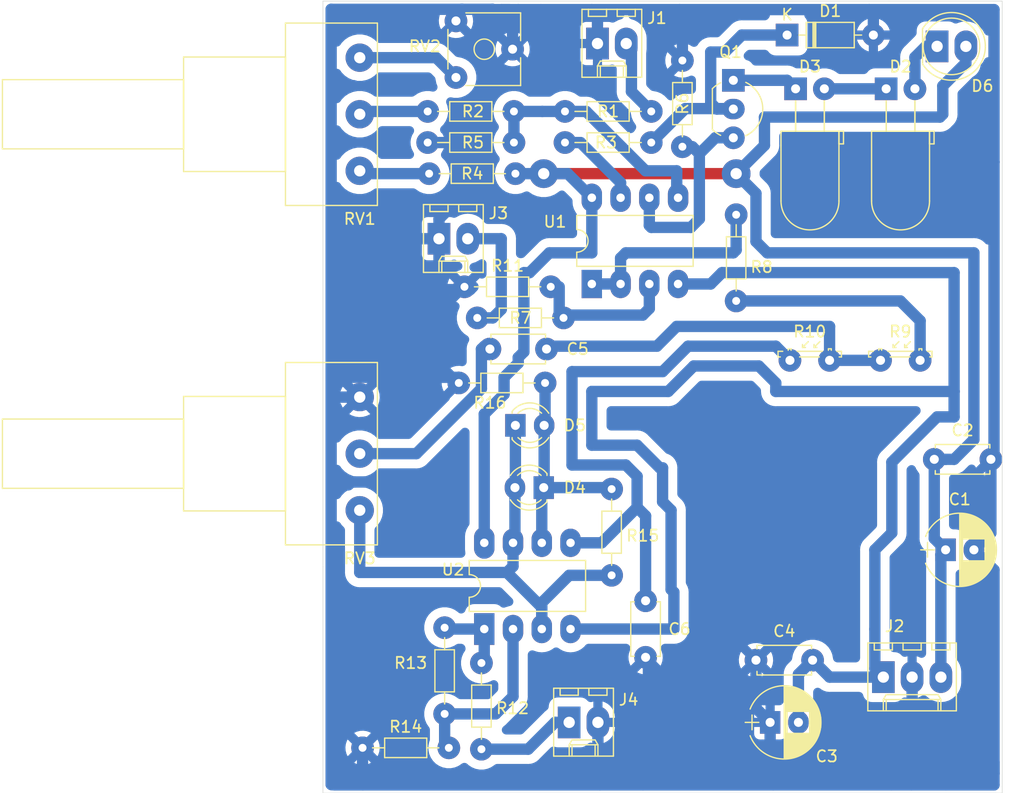
<source format=kicad_pcb>
(kicad_pcb (version 20171130) (host pcbnew "(5.1.6)-1")

  (general
    (thickness 1.6)
    (drawings 7)
    (tracks 271)
    (zones 0)
    (modules 38)
    (nets 27)
  )

  (page A4)
  (layers
    (0 F.Cu signal)
    (31 B.Cu signal)
    (32 B.Adhes user)
    (33 F.Adhes user)
    (34 B.Paste user hide)
    (35 F.Paste user)
    (36 B.SilkS user)
    (37 F.SilkS user)
    (38 B.Mask user)
    (39 F.Mask user)
    (40 Dwgs.User user)
    (41 Cmts.User user)
    (42 Eco1.User user)
    (43 Eco2.User user)
    (44 Edge.Cuts user)
    (45 Margin user)
    (46 B.CrtYd user)
    (47 F.CrtYd user)
    (48 B.Fab user)
    (49 F.Fab user)
  )

  (setup
    (last_trace_width 0.25)
    (user_trace_width 1)
    (trace_clearance 0.2)
    (zone_clearance 0.8)
    (zone_45_only no)
    (trace_min 0.2)
    (via_size 0.8)
    (via_drill 0.4)
    (via_min_size 0.4)
    (via_min_drill 0.3)
    (user_via 2.54 1)
    (uvia_size 0.3)
    (uvia_drill 0.1)
    (uvias_allowed no)
    (uvia_min_size 0.2)
    (uvia_min_drill 0.1)
    (edge_width 0.05)
    (segment_width 0.2)
    (pcb_text_width 0.3)
    (pcb_text_size 1.5 1.5)
    (mod_edge_width 0.12)
    (mod_text_size 1 1)
    (mod_text_width 0.15)
    (pad_size 2 2)
    (pad_drill 0.8)
    (pad_to_mask_clearance 0.05)
    (aux_axis_origin 0 0)
    (visible_elements 7FFFFFFF)
    (pcbplotparams
      (layerselection 0x010fc_ffffffff)
      (usegerberextensions false)
      (usegerberattributes true)
      (usegerberadvancedattributes true)
      (creategerberjobfile true)
      (excludeedgelayer true)
      (linewidth 0.100000)
      (plotframeref false)
      (viasonmask false)
      (mode 1)
      (useauxorigin false)
      (hpglpennumber 1)
      (hpglpenspeed 20)
      (hpglpendiameter 15.000000)
      (psnegative false)
      (psa4output false)
      (plotreference true)
      (plotvalue true)
      (plotinvisibletext false)
      (padsonsilk false)
      (subtractmaskfromsilk false)
      (outputformat 1)
      (mirror false)
      (drillshape 1)
      (scaleselection 1)
      (outputdirectory ""))
  )

  (net 0 "")
  (net 1 +12V)
  (net 2 GND)
  (net 3 -12V)
  (net 4 "Net-(C5-Pad1)")
  (net 5 "Net-(C5-Pad2)")
  (net 6 "Net-(C6-Pad1)")
  (net 7 "Net-(D1-Pad1)")
  (net 8 "Net-(D2-Pad1)")
  (net 9 "Net-(D2-Pad2)")
  (net 10 LED_DRIVER)
  (net 11 "Net-(D4-Pad1)")
  (net 12 "Net-(D4-Pad2)")
  (net 13 "Net-(J1-Pad2)")
  (net 14 "Net-(J3-Pad2)")
  (net 15 "Net-(J4-Pad1)")
  (net 16 "Net-(Q1-Pad3)")
  (net 17 "Net-(R1-Pad2)")
  (net 18 "Net-(R2-Pad1)")
  (net 19 "Net-(R3-Pad2)")
  (net 20 "Net-(R4-Pad2)")
  (net 21 "Net-(R11-Pad2)")
  (net 22 "Net-(R8-Pad1)")
  (net 23 "Net-(R8-Pad2)")
  (net 24 "Net-(R12-Pad1)")
  (net 25 "Net-(R13-Pad1)")
  (net 26 "Net-(RV1-Pad1)")

  (net_class Default "This is the default net class."
    (clearance 0.2)
    (trace_width 0.25)
    (via_dia 0.8)
    (via_drill 0.4)
    (uvia_dia 0.3)
    (uvia_drill 0.1)
    (add_net +12V)
    (add_net -12V)
    (add_net GND)
    (add_net LED_DRIVER)
    (add_net "Net-(C5-Pad1)")
    (add_net "Net-(C5-Pad2)")
    (add_net "Net-(C6-Pad1)")
    (add_net "Net-(D1-Pad1)")
    (add_net "Net-(D2-Pad1)")
    (add_net "Net-(D2-Pad2)")
    (add_net "Net-(D4-Pad1)")
    (add_net "Net-(D4-Pad2)")
    (add_net "Net-(J1-Pad2)")
    (add_net "Net-(J3-Pad2)")
    (add_net "Net-(J4-Pad1)")
    (add_net "Net-(Q1-Pad3)")
    (add_net "Net-(R1-Pad2)")
    (add_net "Net-(R11-Pad2)")
    (add_net "Net-(R12-Pad1)")
    (add_net "Net-(R13-Pad1)")
    (add_net "Net-(R2-Pad1)")
    (add_net "Net-(R3-Pad2)")
    (add_net "Net-(R4-Pad2)")
    (add_net "Net-(R8-Pad1)")
    (add_net "Net-(R8-Pad2)")
    (add_net "Net-(RV1-Pad1)")
  )

  (module Package_DIP:DIP-8_W7.62mm_LongPads (layer F.Cu) (tedit 5FBF1EF4) (tstamp 5FBC2497)
    (at 64.25 105.5 90)
    (descr "8-lead though-hole mounted DIP package, row spacing 7.62 mm (300 mils), LongPads")
    (tags "THT DIP DIL PDIP 2.54mm 7.62mm 300mil LongPads")
    (path /5FBB3408)
    (fp_text reference U2 (at 5.25 -2.75 180) (layer F.SilkS)
      (effects (font (size 1 1) (thickness 0.15)))
    )
    (fp_text value TL072 (at 3.81 9.95 90) (layer F.Fab)
      (effects (font (size 1 1) (thickness 0.15)))
    )
    (fp_line (start 9.1 -1.55) (end -1.45 -1.55) (layer F.CrtYd) (width 0.05))
    (fp_line (start 9.1 9.15) (end 9.1 -1.55) (layer F.CrtYd) (width 0.05))
    (fp_line (start -1.45 9.15) (end 9.1 9.15) (layer F.CrtYd) (width 0.05))
    (fp_line (start -1.45 -1.55) (end -1.45 9.15) (layer F.CrtYd) (width 0.05))
    (fp_line (start 6.06 -1.33) (end 4.81 -1.33) (layer F.SilkS) (width 0.12))
    (fp_line (start 6.06 8.95) (end 6.06 -1.33) (layer F.SilkS) (width 0.12))
    (fp_line (start 1.56 8.95) (end 6.06 8.95) (layer F.SilkS) (width 0.12))
    (fp_line (start 1.56 -1.33) (end 1.56 8.95) (layer F.SilkS) (width 0.12))
    (fp_line (start 2.81 -1.33) (end 1.56 -1.33) (layer F.SilkS) (width 0.12))
    (fp_line (start 0.635 -0.27) (end 1.635 -1.27) (layer F.Fab) (width 0.1))
    (fp_line (start 0.635 8.89) (end 0.635 -0.27) (layer F.Fab) (width 0.1))
    (fp_line (start 6.985 8.89) (end 0.635 8.89) (layer F.Fab) (width 0.1))
    (fp_line (start 6.985 -1.27) (end 6.985 8.89) (layer F.Fab) (width 0.1))
    (fp_line (start 1.635 -1.27) (end 6.985 -1.27) (layer F.Fab) (width 0.1))
    (fp_text user %R (at 3.81 3.81 90) (layer F.Fab)
      (effects (font (size 1 1) (thickness 0.15)))
    )
    (fp_arc (start 3.81 -1.33) (end 2.81 -1.33) (angle -180) (layer F.SilkS) (width 0.12))
    (pad 8 thru_hole oval (at 7.62 0 90) (size 2.8 1.8) (drill 0.75) (layers *.Cu *.Mask)
      (net 1 +12V))
    (pad 4 thru_hole oval (at 0 7.62 90) (size 2.5 1.8) (drill 0.75) (layers *.Cu *.Mask)
      (net 3 -12V))
    (pad 7 thru_hole oval (at 7.62 2.54 90) (size 2.5 1.8) (drill 0.75) (layers *.Cu *.Mask)
      (net 12 "Net-(D4-Pad2)"))
    (pad 3 thru_hole oval (at 0 5.08 90) (size 2.5 1.8) (drill 0.75) (layers *.Cu *.Mask)
      (net 12 "Net-(D4-Pad2)"))
    (pad 6 thru_hole oval (at 7.62 5.08 90) (size 2.5 1.8) (drill 0.75) (layers *.Cu *.Mask)
      (net 11 "Net-(D4-Pad1)"))
    (pad 2 thru_hole oval (at 0 2.54 90) (size 2.5 1.8) (drill 0.75) (layers *.Cu *.Mask)
      (net 25 "Net-(R13-Pad1)"))
    (pad 5 thru_hole oval (at 7.62 7.62 90) (size 2.5 1.8) (drill 0.75) (layers *.Cu *.Mask)
      (net 6 "Net-(C6-Pad1)"))
    (pad 1 thru_hole rect (at 0 0 90) (size 2.8 1.8) (drill 0.75) (layers *.Cu *.Mask)
      (net 24 "Net-(R12-Pad1)"))
    (model ${KISYS3DMOD}/Package_DIP.3dshapes/DIP-8_W7.62mm.wrl
      (at (xyz 0 0 0))
      (scale (xyz 1 1 1))
      (rotate (xyz 0 0 0))
    )
  )

  (module Package_DIP:DIP-8_W7.62mm_LongPads (layer F.Cu) (tedit 5FBF1F3E) (tstamp 5FBC247B)
    (at 73.75 75 90)
    (descr "8-lead though-hole mounted DIP package, row spacing 7.62 mm (300 mils), LongPads")
    (tags "THT DIP DIL PDIP 2.54mm 7.62mm 300mil LongPads")
    (path /5FBB2629)
    (fp_text reference U1 (at 5.5 -3.25 180) (layer F.SilkS)
      (effects (font (size 1 1) (thickness 0.15)))
    )
    (fp_text value TL072 (at 3.81 9.95 90) (layer F.Fab)
      (effects (font (size 1 1) (thickness 0.15)))
    )
    (fp_line (start 9.1 -1.55) (end -1.45 -1.55) (layer F.CrtYd) (width 0.05))
    (fp_line (start 9.1 9.15) (end 9.1 -1.55) (layer F.CrtYd) (width 0.05))
    (fp_line (start -1.45 9.15) (end 9.1 9.15) (layer F.CrtYd) (width 0.05))
    (fp_line (start -1.45 -1.55) (end -1.45 9.15) (layer F.CrtYd) (width 0.05))
    (fp_line (start 6.06 -1.33) (end 4.81 -1.33) (layer F.SilkS) (width 0.12))
    (fp_line (start 6.06 8.95) (end 6.06 -1.33) (layer F.SilkS) (width 0.12))
    (fp_line (start 1.56 8.95) (end 6.06 8.95) (layer F.SilkS) (width 0.12))
    (fp_line (start 1.56 -1.33) (end 1.56 8.95) (layer F.SilkS) (width 0.12))
    (fp_line (start 2.81 -1.33) (end 1.56 -1.33) (layer F.SilkS) (width 0.12))
    (fp_line (start 0.635 -0.27) (end 1.635 -1.27) (layer F.Fab) (width 0.1))
    (fp_line (start 0.635 8.89) (end 0.635 -0.27) (layer F.Fab) (width 0.1))
    (fp_line (start 6.985 8.89) (end 0.635 8.89) (layer F.Fab) (width 0.1))
    (fp_line (start 6.985 -1.27) (end 6.985 8.89) (layer F.Fab) (width 0.1))
    (fp_line (start 1.635 -1.27) (end 6.985 -1.27) (layer F.Fab) (width 0.1))
    (fp_text user %R (at 3.81 3.81 90) (layer F.Fab)
      (effects (font (size 1 1) (thickness 0.15)))
    )
    (fp_arc (start 3.81 -1.33) (end 2.81 -1.33) (angle -180) (layer F.SilkS) (width 0.12))
    (pad 8 thru_hole oval (at 7.62 0 90) (size 2.5 1.8) (drill 0.75) (layers *.Cu *.Mask)
      (net 1 +12V))
    (pad 4 thru_hole oval (at 0 7.62 90) (size 2.5 1.8) (drill 0.75) (layers *.Cu *.Mask)
      (net 3 -12V))
    (pad 7 thru_hole oval (at 7.62 2.54 90) (size 2.5 1.8) (drill 0.75) (layers *.Cu *.Mask)
      (net 19 "Net-(R3-Pad2)"))
    (pad 3 thru_hole oval (at 0 5.08 90) (size 2.5 1.8) (drill 0.75) (layers *.Cu *.Mask)
      (net 21 "Net-(R11-Pad2)"))
    (pad 6 thru_hole oval (at 7.62 5.08 90) (size 2.5 1.8) (drill 0.75) (layers *.Cu *.Mask)
      (net 16 "Net-(Q1-Pad3)"))
    (pad 2 thru_hole oval (at 0 2.54 90) (size 2.5 1.8) (drill 0.75) (layers *.Cu *.Mask)
      (net 23 "Net-(R8-Pad2)"))
    (pad 5 thru_hole oval (at 7.62 7.62 90) (size 2.5 1.8) (drill 0.75) (layers *.Cu *.Mask)
      (net 17 "Net-(R1-Pad2)"))
    (pad 1 thru_hole rect (at 0 0 90) (size 2.5 1.8) (drill 0.75) (layers *.Cu *.Mask)
      (net 23 "Net-(R8-Pad2)"))
    (model ${KISYS3DMOD}/Package_DIP.3dshapes/DIP-8_W7.62mm.wrl
      (at (xyz 0 0 0))
      (scale (xyz 1 1 1))
      (rotate (xyz 0 0 0))
    )
  )

  (module Potentiometers:Potentiometer_Piher_PC-16_Single_Vertical (layer F.Cu) (tedit 5FBF1D06) (tstamp 5FBC245F)
    (at 53.25 85 180)
    (descr "Potentiometer, vertically mounted, Omeg PC16PU, Omeg PC16PU, Omeg PC16PU, Vishay/Spectrol 248GJ/249GJ Single, Vishay/Spectrol 248GJ/249GJ Single, Vishay/Spectrol 248GJ/249GJ Single, Vishay/Spectrol 248GH/249GH Single, Vishay/Spectrol 148/149 Single, Vishay/Spectrol 148/149 Single, Vishay/Spectrol 148/149 Single, Vishay/Spectrol 148A/149A Single with mounting plates, Vishay/Spectrol 148/149 Double, Vishay/Spectrol 148A/149A Double with mounting plates, Piher PC-16 Single, http://www.piher-nacesa.com/pdf/20-PC16v03.pdf")
    (tags "Potentiometer vertical  Omeg PC16PU  Omeg PC16PU  Omeg PC16PU  Vishay/Spectrol 248GJ/249GJ Single  Vishay/Spectrol 248GJ/249GJ Single  Vishay/Spectrol 248GJ/249GJ Single  Vishay/Spectrol 248GH/249GH Single  Vishay/Spectrol 148/149 Single  Vishay/Spectrol 148/149 Single  Vishay/Spectrol 148/149 Single  Vishay/Spectrol 148A/149A Single with mounting plates  Vishay/Spectrol 148/149 Double  Vishay/Spectrol 148A/149A Double with mounting plates  Piher PC-16 Single")
    (path /5FBB92C4)
    (fp_text reference RV3 (at 0 -14.25) (layer F.SilkS)
      (effects (font (size 1 1) (thickness 0.15)))
    )
    (fp_text value "100k A" (at 0 4.25) (layer F.Fab)
      (effects (font (size 1 1) (thickness 0.15)))
    )
    (fp_line (start -1.5 -13) (end -1.5 3) (layer F.Fab) (width 0.1))
    (fp_line (start -1.5 3) (end 6.5 3) (layer F.Fab) (width 0.1))
    (fp_line (start 6.5 3) (end 6.5 -13) (layer F.Fab) (width 0.1))
    (fp_line (start 6.5 -13) (end -1.5 -13) (layer F.Fab) (width 0.1))
    (fp_line (start 6.5 -10) (end 6.5 0) (layer F.Fab) (width 0.1))
    (fp_line (start 6.5 0) (end 15.5 0) (layer F.Fab) (width 0.1))
    (fp_line (start 15.5 0) (end 15.5 -10) (layer F.Fab) (width 0.1))
    (fp_line (start 15.5 -10) (end 6.5 -10) (layer F.Fab) (width 0.1))
    (fp_line (start 15.5 -8) (end 15.5 -2) (layer F.Fab) (width 0.1))
    (fp_line (start 15.5 -2) (end 31.5 -2) (layer F.Fab) (width 0.1))
    (fp_line (start 31.5 -2) (end 31.5 -8) (layer F.Fab) (width 0.1))
    (fp_line (start 31.5 -8) (end 15.5 -8) (layer F.Fab) (width 0.1))
    (fp_line (start -1.56 -13.06) (end 6.56 -13.06) (layer F.SilkS) (width 0.12))
    (fp_line (start -1.56 3.06) (end 6.56 3.06) (layer F.SilkS) (width 0.12))
    (fp_line (start -1.56 -13.06) (end -1.56 3.06) (layer F.SilkS) (width 0.12))
    (fp_line (start 6.56 -13.06) (end 6.56 3.06) (layer F.SilkS) (width 0.12))
    (fp_line (start 6.56 -10.06) (end 15.56 -10.06) (layer F.SilkS) (width 0.12))
    (fp_line (start 6.56 0.06) (end 15.56 0.06) (layer F.SilkS) (width 0.12))
    (fp_line (start 6.56 -10.06) (end 6.56 0.06) (layer F.SilkS) (width 0.12))
    (fp_line (start 15.56 -10.06) (end 15.56 0.06) (layer F.SilkS) (width 0.12))
    (fp_line (start 15.56 -8.06) (end 31.56 -8.06) (layer F.SilkS) (width 0.12))
    (fp_line (start 15.56 -1.94) (end 31.56 -1.94) (layer F.SilkS) (width 0.12))
    (fp_line (start 15.56 -8.06) (end 15.56 -1.94) (layer F.SilkS) (width 0.12))
    (fp_line (start 31.56 -8.06) (end 31.56 -1.94) (layer F.SilkS) (width 0.12))
    (fp_line (start -1.75 -13.25) (end -1.75 3.25) (layer F.CrtYd) (width 0.05))
    (fp_line (start -1.75 3.25) (end 31.75 3.25) (layer F.CrtYd) (width 0.05))
    (fp_line (start 31.75 3.25) (end 31.75 -13.25) (layer F.CrtYd) (width 0.05))
    (fp_line (start 31.75 -13.25) (end -1.75 -13.25) (layer F.CrtYd) (width 0.05))
    (pad 3 thru_hole circle (at 0 -10 180) (size 2.5 2.5) (drill 1) (layers *.Cu *.Mask)
      (net 12 "Net-(D4-Pad2)"))
    (pad 2 thru_hole circle (at 0 -5 180) (size 2.5 2.5) (drill 1) (layers *.Cu *.Mask)
      (net 5 "Net-(C5-Pad2)"))
    (pad 1 thru_hole circle (at 0 0 180) (size 2.5 2.5) (drill 1) (layers *.Cu *.Mask)
      (net 2 GND))
    (model Potentiometers.3dshapes/Potentiometer_Piher_PC-16_Single_Vertical.wrl
      (at (xyz 0 0 0))
      (scale (xyz 0.393701 0.393701 0.393701))
      (rotate (xyz 0 0 0))
    )
  )

  (module Potentiometers:Potentiometer_Trimmer_ACP_CA6v_Horizontal (layer F.Cu) (tedit 5FBF1DFD) (tstamp 5FC17969)
    (at 61.75 56.75)
    (descr "Potentiometer, horizontally mounted, Omeg PC16PU, Omeg PC16PU, Omeg PC16PU, Vishay/Spectrol 248GJ/249GJ Single, Vishay/Spectrol 248GJ/249GJ Single, Vishay/Spectrol 248GJ/249GJ Single, Vishay/Spectrol 248GH/249GH Single, Vishay/Spectrol 148/149 Single, Vishay/Spectrol 148/149 Single, Vishay/Spectrol 148/149 Single, Vishay/Spectrol 148A/149A Single with mounting plates, Vishay/Spectrol 148/149 Double, Vishay/Spectrol 148A/149A Double with mounting plates, Piher PC-16 Single, Piher PC-16 Single, Piher PC-16 Single, Piher PC-16SV Single, Piher PC-16 Double, Piher PC-16 Triple, Piher T16H Single, Piher T16L Single, Piher T16H Double, Alps RK163 Single, Alps RK163 Double, Alps RK097 Single, Alps RK097 Double, Bourns PTV09A-2 Single with mounting sleve Single, Bourns PTV09A-1 with mounting sleve Single, Bourns PRS11S Single, Alps RK09K Single with mounting sleve Single, Alps RK09K with mounting sleve Single, Alps RK09L Single, Alps RK09L Single, Alps RK09L Double, Alps RK09L Double, Alps RK09Y Single, Bourns 3339S Single, Bourns 3339S Single, Bourns 3339P Single, Bourns 3339H Single, Vishay T7YA Single, Suntan TSR-3386H Single, Suntan TSR-3386H Single, Suntan TSR-3386P Single, Vishay T73XX Single, Vishay T73XX Single, Vishay T73YP Single, Piher PT-6h Single, Piher PT-6v Single, Piher PT-6v Single, Piher PT-10h2.5 Single, Piher PT-10h5 Single, Piher PT-101h3.8 Single, Piher PT-10v10 Single, Piher PT-10v10 Single, Piher PT-10v5 Single, Piher PT-15h5 Single, Piher PT-15h2.5 Single, Piher PT-15B Single, Piher PT-15hc5 Single, Piher PT-15v12.5 Single, Piher PT-15v12.5 Single, Piher PT-15v15 Single, Piher PT-15v15 Single, ACP CA6h Single, ACP CA6v Single, http://www.acptechnologies.com/wp-content/uploads/2016/12/ACP-CAT%C3%81LOGO-ENTERO-2016.pdf")
    (tags "Potentiometer horizontal  Omeg PC16PU  Omeg PC16PU  Omeg PC16PU  Vishay/Spectrol 248GJ/249GJ Single  Vishay/Spectrol 248GJ/249GJ Single  Vishay/Spectrol 248GJ/249GJ Single  Vishay/Spectrol 248GH/249GH Single  Vishay/Spectrol 148/149 Single  Vishay/Spectrol 148/149 Single  Vishay/Spectrol 148/149 Single  Vishay/Spectrol 148A/149A Single with mounting plates  Vishay/Spectrol 148/149 Double  Vishay/Spectrol 148A/149A Double with mounting plates  Piher PC-16 Single  Piher PC-16 Single  Piher PC-16 Single  Piher PC-16SV Single  Piher PC-16 Double  Piher PC-16 Triple  Piher T16H Single  Piher T16L Single  Piher T16H Double  Alps RK163 Single  Alps RK163 Double  Alps RK097 Single  Alps RK097 Double  Bourns PTV09A-2 Single with mounting sleve Single  Bourns PTV09A-1 with mounting sleve Single  Bourns PRS11S Single  Alps RK09K Single with mounting sleve Single  Alps RK09K with mounting sleve Single  Alps RK09L Single  Alps RK09L Single  Alps RK09L Double  Alps RK09L Double  Alps RK09Y Single  Bourns 3339S Single  Bourns 3339S Single  Bourns 3339P Single  Bourns 3339H Single  Vishay T7YA Single  Suntan TSR-3386H Single  Suntan TSR-3386H Single  Suntan TSR-3386P Single  Vishay T73XX Single  Vishay T73XX Single  Vishay T73YP Single  Piher PT-6h Single  Piher PT-6v Single  Piher PT-6v Single  Piher PT-10h2.5 Single  Piher PT-10h5 Single  Piher PT-101h3.8 Single  Piher PT-10v10 Single  Piher PT-10v10 Single  Piher PT-10v5 Single  Piher PT-15h5 Single  Piher PT-15h2.5 Single  Piher PT-15B Single  Piher PT-15hc5 Single  Piher PT-15v12.5 Single  Piher PT-15v12.5 Single  Piher PT-15v15 Single  Piher PT-15v15 Single  ACP CA6h Single  ACP CA6v Single")
    (path /5FBB9B31)
    (fp_text reference RV2 (at -2.75 -2.75) (layer F.SilkS)
      (effects (font (size 1 1) (thickness 0.15)))
    )
    (fp_text value 10K (at 2.5 2.06) (layer F.Fab)
      (effects (font (size 1 1) (thickness 0.15)))
    )
    (fp_circle (center 2.5 -2.5) (end 3.5 -2.5) (layer F.Fab) (width 0.1))
    (fp_circle (center 2.5 -2.5) (end 3.4 -2.5) (layer F.Fab) (width 0.1))
    (fp_circle (center 2.5 -2.5) (end 3.4 -2.5) (layer F.SilkS) (width 0.12))
    (fp_line (start -0.65 -5.65) (end -0.65 0.65) (layer F.Fab) (width 0.1))
    (fp_line (start -0.65 0.65) (end 5.65 0.65) (layer F.Fab) (width 0.1))
    (fp_line (start 5.65 0.65) (end 5.65 -5.65) (layer F.Fab) (width 0.1))
    (fp_line (start 5.65 -5.65) (end -0.65 -5.65) (layer F.Fab) (width 0.1))
    (fp_line (start 0.873 -5.71) (end 5.71 -5.71) (layer F.SilkS) (width 0.12))
    (fp_line (start 0.873 0.71) (end 5.71 0.71) (layer F.SilkS) (width 0.12))
    (fp_line (start -0.71 -4.242) (end -0.71 -0.757) (layer F.SilkS) (width 0.12))
    (fp_line (start 5.71 -5.71) (end 5.71 -3.257) (layer F.SilkS) (width 0.12))
    (fp_line (start 5.71 -1.742) (end 5.71 0.71) (layer F.SilkS) (width 0.12))
    (fp_line (start -1.1 -6.1) (end -1.1 1.1) (layer F.CrtYd) (width 0.05))
    (fp_line (start -1.1 1.1) (end 6.1 1.1) (layer F.CrtYd) (width 0.05))
    (fp_line (start 6.1 1.1) (end 6.1 -6.1) (layer F.CrtYd) (width 0.05))
    (fp_line (start 6.1 -6.1) (end -1.1 -6.1) (layer F.CrtYd) (width 0.05))
    (pad 3 thru_hole circle (at 0 -5) (size 2 2) (drill 0.8) (layers *.Cu *.Mask)
      (net 2 GND))
    (pad 2 thru_hole circle (at 5 -2.5) (size 2 2) (drill 0.8) (layers *.Cu *.Mask)
      (net 2 GND))
    (pad 1 thru_hole circle (at 0 0) (size 2 2) (drill 0.8) (layers *.Cu *.Mask)
      (net 26 "Net-(RV1-Pad1)"))
    (model Potentiometers.3dshapes/Potentiometer_Trimmer_ACP_CA6v_Horizontal.wrl
      (at (xyz 0 0 0))
      (scale (xyz 0.393701 0.393701 0.393701))
      (rotate (xyz 0 0 0))
    )
  )

  (module Potentiometers:Potentiometer_Piher_PC-16_Single_Vertical (layer F.Cu) (tedit 5FBF1CEF) (tstamp 5FBC2C2E)
    (at 53.25 55 180)
    (descr "Potentiometer, vertically mounted, Omeg PC16PU, Omeg PC16PU, Omeg PC16PU, Vishay/Spectrol 248GJ/249GJ Single, Vishay/Spectrol 248GJ/249GJ Single, Vishay/Spectrol 248GJ/249GJ Single, Vishay/Spectrol 248GH/249GH Single, Vishay/Spectrol 148/149 Single, Vishay/Spectrol 148/149 Single, Vishay/Spectrol 148/149 Single, Vishay/Spectrol 148A/149A Single with mounting plates, Vishay/Spectrol 148/149 Double, Vishay/Spectrol 148A/149A Double with mounting plates, Piher PC-16 Single, http://www.piher-nacesa.com/pdf/20-PC16v03.pdf")
    (tags "Potentiometer vertical  Omeg PC16PU  Omeg PC16PU  Omeg PC16PU  Vishay/Spectrol 248GJ/249GJ Single  Vishay/Spectrol 248GJ/249GJ Single  Vishay/Spectrol 248GJ/249GJ Single  Vishay/Spectrol 248GH/249GH Single  Vishay/Spectrol 148/149 Single  Vishay/Spectrol 148/149 Single  Vishay/Spectrol 148/149 Single  Vishay/Spectrol 148A/149A Single with mounting plates  Vishay/Spectrol 148/149 Double  Vishay/Spectrol 148A/149A Double with mounting plates  Piher PC-16 Single")
    (path /5FC3D320)
    (fp_text reference RV1 (at 0 -14.25) (layer F.SilkS)
      (effects (font (size 1 1) (thickness 0.15)))
    )
    (fp_text value "10k A" (at 0 4.25) (layer F.Fab)
      (effects (font (size 1 1) (thickness 0.15)))
    )
    (fp_line (start -1.5 -13) (end -1.5 3) (layer F.Fab) (width 0.1))
    (fp_line (start -1.5 3) (end 6.5 3) (layer F.Fab) (width 0.1))
    (fp_line (start 6.5 3) (end 6.5 -13) (layer F.Fab) (width 0.1))
    (fp_line (start 6.5 -13) (end -1.5 -13) (layer F.Fab) (width 0.1))
    (fp_line (start 6.5 -10) (end 6.5 0) (layer F.Fab) (width 0.1))
    (fp_line (start 6.5 0) (end 15.5 0) (layer F.Fab) (width 0.1))
    (fp_line (start 15.5 0) (end 15.5 -10) (layer F.Fab) (width 0.1))
    (fp_line (start 15.5 -10) (end 6.5 -10) (layer F.Fab) (width 0.1))
    (fp_line (start 15.5 -8) (end 15.5 -2) (layer F.Fab) (width 0.1))
    (fp_line (start 15.5 -2) (end 31.5 -2) (layer F.Fab) (width 0.1))
    (fp_line (start 31.5 -2) (end 31.5 -8) (layer F.Fab) (width 0.1))
    (fp_line (start 31.5 -8) (end 15.5 -8) (layer F.Fab) (width 0.1))
    (fp_line (start -1.56 -13.06) (end 6.56 -13.06) (layer F.SilkS) (width 0.12))
    (fp_line (start -1.56 3.06) (end 6.56 3.06) (layer F.SilkS) (width 0.12))
    (fp_line (start -1.56 -13.06) (end -1.56 3.06) (layer F.SilkS) (width 0.12))
    (fp_line (start 6.56 -13.06) (end 6.56 3.06) (layer F.SilkS) (width 0.12))
    (fp_line (start 6.56 -10.06) (end 15.56 -10.06) (layer F.SilkS) (width 0.12))
    (fp_line (start 6.56 0.06) (end 15.56 0.06) (layer F.SilkS) (width 0.12))
    (fp_line (start 6.56 -10.06) (end 6.56 0.06) (layer F.SilkS) (width 0.12))
    (fp_line (start 15.56 -10.06) (end 15.56 0.06) (layer F.SilkS) (width 0.12))
    (fp_line (start 15.56 -8.06) (end 31.56 -8.06) (layer F.SilkS) (width 0.12))
    (fp_line (start 15.56 -1.94) (end 31.56 -1.94) (layer F.SilkS) (width 0.12))
    (fp_line (start 15.56 -8.06) (end 15.56 -1.94) (layer F.SilkS) (width 0.12))
    (fp_line (start 31.56 -8.06) (end 31.56 -1.94) (layer F.SilkS) (width 0.12))
    (fp_line (start -1.75 -13.25) (end -1.75 3.25) (layer F.CrtYd) (width 0.05))
    (fp_line (start -1.75 3.25) (end 31.75 3.25) (layer F.CrtYd) (width 0.05))
    (fp_line (start 31.75 3.25) (end 31.75 -13.25) (layer F.CrtYd) (width 0.05))
    (fp_line (start 31.75 -13.25) (end -1.75 -13.25) (layer F.CrtYd) (width 0.05))
    (pad 3 thru_hole circle (at 0 -10 180) (size 2.5 2.5) (drill 1) (layers *.Cu *.Mask)
      (net 20 "Net-(R4-Pad2)"))
    (pad 2 thru_hole circle (at 0 -5 180) (size 2.5 2.5) (drill 1) (layers *.Cu *.Mask)
      (net 18 "Net-(R2-Pad1)"))
    (pad 1 thru_hole circle (at 0 0 180) (size 2.5 2.5) (drill 1) (layers *.Cu *.Mask)
      (net 26 "Net-(RV1-Pad1)"))
    (model Potentiometers.3dshapes/Potentiometer_Piher_PC-16_Single_Vertical.wrl
      (at (xyz 0 0 0))
      (scale (xyz 0.393701 0.393701 0.393701))
      (rotate (xyz 0 0 0))
    )
  )

  (module Resistors_ThroughHole:R_Axial_DIN0204_L3.6mm_D1.6mm_P7.62mm_Horizontal (layer F.Cu) (tedit 5FBF1D9D) (tstamp 5FBC2456)
    (at 62 83.75)
    (descr "Resistor, Axial_DIN0204 series, Axial, Horizontal, pin pitch=7.62mm, 0.16666666666666666W = 1/6W, length*diameter=3.6*1.6mm^2, http://cdn-reichelt.de/documents/datenblatt/B400/1_4W%23YAG.pdf")
    (tags "Resistor Axial_DIN0204 series Axial Horizontal pin pitch 7.62mm 0.16666666666666666W = 1/6W length 3.6mm diameter 1.6mm")
    (path /5FBD4011)
    (fp_text reference R16 (at 2.75 1.75) (layer F.SilkS)
      (effects (font (size 1 1) (thickness 0.15)))
    )
    (fp_text value 47k (at 3.81 1.86) (layer F.Fab)
      (effects (font (size 1 1) (thickness 0.15)))
    )
    (fp_line (start 2.01 -0.8) (end 2.01 0.8) (layer F.Fab) (width 0.1))
    (fp_line (start 2.01 0.8) (end 5.61 0.8) (layer F.Fab) (width 0.1))
    (fp_line (start 5.61 0.8) (end 5.61 -0.8) (layer F.Fab) (width 0.1))
    (fp_line (start 5.61 -0.8) (end 2.01 -0.8) (layer F.Fab) (width 0.1))
    (fp_line (start 0 0) (end 2.01 0) (layer F.Fab) (width 0.1))
    (fp_line (start 7.62 0) (end 5.61 0) (layer F.Fab) (width 0.1))
    (fp_line (start 1.95 -0.86) (end 1.95 0.86) (layer F.SilkS) (width 0.12))
    (fp_line (start 1.95 0.86) (end 5.67 0.86) (layer F.SilkS) (width 0.12))
    (fp_line (start 5.67 0.86) (end 5.67 -0.86) (layer F.SilkS) (width 0.12))
    (fp_line (start 5.67 -0.86) (end 1.95 -0.86) (layer F.SilkS) (width 0.12))
    (fp_line (start 0.88 0) (end 1.95 0) (layer F.SilkS) (width 0.12))
    (fp_line (start 6.74 0) (end 5.67 0) (layer F.SilkS) (width 0.12))
    (fp_line (start -0.95 -1.15) (end -0.95 1.15) (layer F.CrtYd) (width 0.05))
    (fp_line (start -0.95 1.15) (end 8.6 1.15) (layer F.CrtYd) (width 0.05))
    (fp_line (start 8.6 1.15) (end 8.6 -1.15) (layer F.CrtYd) (width 0.05))
    (fp_line (start 8.6 -1.15) (end -0.95 -1.15) (layer F.CrtYd) (width 0.05))
    (pad 1 thru_hole circle (at 0 0) (size 2 2) (drill 0.7) (layers *.Cu *.Mask)
      (net 2 GND))
    (pad 2 thru_hole oval (at 7.62 0) (size 2 2) (drill 0.7) (layers *.Cu *.Mask)
      (net 11 "Net-(D4-Pad1)"))
    (model ${KISYS3DMOD}/Resistors_THT.3dshapes/R_Axial_DIN0204_L3.6mm_D1.6mm_P7.62mm_Horizontal.wrl
      (at (xyz 0 0 0))
      (scale (xyz 0.393701 0.393701 0.393701))
      (rotate (xyz 0 0 0))
    )
  )

  (module Resistors_ThroughHole:R_Axial_DIN0204_L3.6mm_D1.6mm_P7.62mm_Horizontal (layer F.Cu) (tedit 5FBF1DAC) (tstamp 5FBC2453)
    (at 75.5 100.75 90)
    (descr "Resistor, Axial_DIN0204 series, Axial, Horizontal, pin pitch=7.62mm, 0.16666666666666666W = 1/6W, length*diameter=3.6*1.6mm^2, http://cdn-reichelt.de/documents/datenblatt/B400/1_4W%23YAG.pdf")
    (tags "Resistor Axial_DIN0204 series Axial Horizontal pin pitch 7.62mm 0.16666666666666666W = 1/6W length 3.6mm diameter 1.6mm")
    (path /5FBCF420)
    (fp_text reference R15 (at 3.5 2.75 180) (layer F.SilkS)
      (effects (font (size 1 1) (thickness 0.15)))
    )
    (fp_text value 100k (at 3.81 1.86 90) (layer F.Fab)
      (effects (font (size 1 1) (thickness 0.15)))
    )
    (fp_line (start 2.01 -0.8) (end 2.01 0.8) (layer F.Fab) (width 0.1))
    (fp_line (start 2.01 0.8) (end 5.61 0.8) (layer F.Fab) (width 0.1))
    (fp_line (start 5.61 0.8) (end 5.61 -0.8) (layer F.Fab) (width 0.1))
    (fp_line (start 5.61 -0.8) (end 2.01 -0.8) (layer F.Fab) (width 0.1))
    (fp_line (start 0 0) (end 2.01 0) (layer F.Fab) (width 0.1))
    (fp_line (start 7.62 0) (end 5.61 0) (layer F.Fab) (width 0.1))
    (fp_line (start 1.95 -0.86) (end 1.95 0.86) (layer F.SilkS) (width 0.12))
    (fp_line (start 1.95 0.86) (end 5.67 0.86) (layer F.SilkS) (width 0.12))
    (fp_line (start 5.67 0.86) (end 5.67 -0.86) (layer F.SilkS) (width 0.12))
    (fp_line (start 5.67 -0.86) (end 1.95 -0.86) (layer F.SilkS) (width 0.12))
    (fp_line (start 0.88 0) (end 1.95 0) (layer F.SilkS) (width 0.12))
    (fp_line (start 6.74 0) (end 5.67 0) (layer F.SilkS) (width 0.12))
    (fp_line (start -0.95 -1.15) (end -0.95 1.15) (layer F.CrtYd) (width 0.05))
    (fp_line (start -0.95 1.15) (end 8.6 1.15) (layer F.CrtYd) (width 0.05))
    (fp_line (start 8.6 1.15) (end 8.6 -1.15) (layer F.CrtYd) (width 0.05))
    (fp_line (start 8.6 -1.15) (end -0.95 -1.15) (layer F.CrtYd) (width 0.05))
    (pad 1 thru_hole circle (at 0 0 90) (size 2 2) (drill 0.7) (layers *.Cu *.Mask)
      (net 12 "Net-(D4-Pad2)"))
    (pad 2 thru_hole oval (at 7.62 0 90) (size 2 2) (drill 0.7) (layers *.Cu *.Mask)
      (net 11 "Net-(D4-Pad1)"))
    (model ${KISYS3DMOD}/Resistors_THT.3dshapes/R_Axial_DIN0204_L3.6mm_D1.6mm_P7.62mm_Horizontal.wrl
      (at (xyz 0 0 0))
      (scale (xyz 0.393701 0.393701 0.393701))
      (rotate (xyz 0 0 0))
    )
  )

  (module Resistors_ThroughHole:R_Axial_DIN0204_L3.6mm_D1.6mm_P7.62mm_Horizontal (layer F.Cu) (tedit 5FBF1DD1) (tstamp 5FBC2450)
    (at 53.5 116)
    (descr "Resistor, Axial_DIN0204 series, Axial, Horizontal, pin pitch=7.62mm, 0.16666666666666666W = 1/6W, length*diameter=3.6*1.6mm^2, http://cdn-reichelt.de/documents/datenblatt/B400/1_4W%23YAG.pdf")
    (tags "Resistor Axial_DIN0204 series Axial Horizontal pin pitch 7.62mm 0.16666666666666666W = 1/6W length 3.6mm diameter 1.6mm")
    (path /5FBE0AAD)
    (fp_text reference R14 (at 3.81 -1.86) (layer F.SilkS)
      (effects (font (size 1 1) (thickness 0.15)))
    )
    (fp_text value 100k (at 3.81 1.86) (layer F.Fab)
      (effects (font (size 1 1) (thickness 0.15)))
    )
    (fp_line (start 2.01 -0.8) (end 2.01 0.8) (layer F.Fab) (width 0.1))
    (fp_line (start 2.01 0.8) (end 5.61 0.8) (layer F.Fab) (width 0.1))
    (fp_line (start 5.61 0.8) (end 5.61 -0.8) (layer F.Fab) (width 0.1))
    (fp_line (start 5.61 -0.8) (end 2.01 -0.8) (layer F.Fab) (width 0.1))
    (fp_line (start 0 0) (end 2.01 0) (layer F.Fab) (width 0.1))
    (fp_line (start 7.62 0) (end 5.61 0) (layer F.Fab) (width 0.1))
    (fp_line (start 1.95 -0.86) (end 1.95 0.86) (layer F.SilkS) (width 0.12))
    (fp_line (start 1.95 0.86) (end 5.67 0.86) (layer F.SilkS) (width 0.12))
    (fp_line (start 5.67 0.86) (end 5.67 -0.86) (layer F.SilkS) (width 0.12))
    (fp_line (start 5.67 -0.86) (end 1.95 -0.86) (layer F.SilkS) (width 0.12))
    (fp_line (start 0.88 0) (end 1.95 0) (layer F.SilkS) (width 0.12))
    (fp_line (start 6.74 0) (end 5.67 0) (layer F.SilkS) (width 0.12))
    (fp_line (start -0.95 -1.15) (end -0.95 1.15) (layer F.CrtYd) (width 0.05))
    (fp_line (start -0.95 1.15) (end 8.6 1.15) (layer F.CrtYd) (width 0.05))
    (fp_line (start 8.6 1.15) (end 8.6 -1.15) (layer F.CrtYd) (width 0.05))
    (fp_line (start 8.6 -1.15) (end -0.95 -1.15) (layer F.CrtYd) (width 0.05))
    (pad 1 thru_hole circle (at 0 0) (size 2 2) (drill 0.7) (layers *.Cu *.Mask)
      (net 2 GND))
    (pad 2 thru_hole oval (at 7.62 0) (size 2 2) (drill 0.7) (layers *.Cu *.Mask)
      (net 25 "Net-(R13-Pad1)"))
    (model ${KISYS3DMOD}/Resistors_THT.3dshapes/R_Axial_DIN0204_L3.6mm_D1.6mm_P7.62mm_Horizontal.wrl
      (at (xyz 0 0 0))
      (scale (xyz 0.393701 0.393701 0.393701))
      (rotate (xyz 0 0 0))
    )
  )

  (module Resistors_ThroughHole:R_Axial_DIN0204_L3.6mm_D1.6mm_P7.62mm_Horizontal (layer F.Cu) (tedit 5FBF1DC1) (tstamp 5FBC244D)
    (at 60.75 113 90)
    (descr "Resistor, Axial_DIN0204 series, Axial, Horizontal, pin pitch=7.62mm, 0.16666666666666666W = 1/6W, length*diameter=3.6*1.6mm^2, http://cdn-reichelt.de/documents/datenblatt/B400/1_4W%23YAG.pdf")
    (tags "Resistor Axial_DIN0204 series Axial Horizontal pin pitch 7.62mm 0.16666666666666666W = 1/6W length 3.6mm diameter 1.6mm")
    (path /5FBE151E)
    (fp_text reference R13 (at 4.5 -3 180) (layer F.SilkS)
      (effects (font (size 1 1) (thickness 0.15)))
    )
    (fp_text value 100k (at 3.81 1.86 90) (layer F.Fab)
      (effects (font (size 1 1) (thickness 0.15)))
    )
    (fp_line (start 2.01 -0.8) (end 2.01 0.8) (layer F.Fab) (width 0.1))
    (fp_line (start 2.01 0.8) (end 5.61 0.8) (layer F.Fab) (width 0.1))
    (fp_line (start 5.61 0.8) (end 5.61 -0.8) (layer F.Fab) (width 0.1))
    (fp_line (start 5.61 -0.8) (end 2.01 -0.8) (layer F.Fab) (width 0.1))
    (fp_line (start 0 0) (end 2.01 0) (layer F.Fab) (width 0.1))
    (fp_line (start 7.62 0) (end 5.61 0) (layer F.Fab) (width 0.1))
    (fp_line (start 1.95 -0.86) (end 1.95 0.86) (layer F.SilkS) (width 0.12))
    (fp_line (start 1.95 0.86) (end 5.67 0.86) (layer F.SilkS) (width 0.12))
    (fp_line (start 5.67 0.86) (end 5.67 -0.86) (layer F.SilkS) (width 0.12))
    (fp_line (start 5.67 -0.86) (end 1.95 -0.86) (layer F.SilkS) (width 0.12))
    (fp_line (start 0.88 0) (end 1.95 0) (layer F.SilkS) (width 0.12))
    (fp_line (start 6.74 0) (end 5.67 0) (layer F.SilkS) (width 0.12))
    (fp_line (start -0.95 -1.15) (end -0.95 1.15) (layer F.CrtYd) (width 0.05))
    (fp_line (start -0.95 1.15) (end 8.6 1.15) (layer F.CrtYd) (width 0.05))
    (fp_line (start 8.6 1.15) (end 8.6 -1.15) (layer F.CrtYd) (width 0.05))
    (fp_line (start 8.6 -1.15) (end -0.95 -1.15) (layer F.CrtYd) (width 0.05))
    (pad 1 thru_hole circle (at 0 0 90) (size 2 2) (drill 0.7) (layers *.Cu *.Mask)
      (net 25 "Net-(R13-Pad1)"))
    (pad 2 thru_hole oval (at 7.62 0 90) (size 2 2) (drill 0.7) (layers *.Cu *.Mask)
      (net 24 "Net-(R12-Pad1)"))
    (model ${KISYS3DMOD}/Resistors_THT.3dshapes/R_Axial_DIN0204_L3.6mm_D1.6mm_P7.62mm_Horizontal.wrl
      (at (xyz 0 0 0))
      (scale (xyz 0.393701 0.393701 0.393701))
      (rotate (xyz 0 0 0))
    )
  )

  (module Resistors_ThroughHole:R_Axial_DIN0204_L3.6mm_D1.6mm_P7.62mm_Horizontal (layer F.Cu) (tedit 5FBF1DC7) (tstamp 5FBC244A)
    (at 64 108.5 270)
    (descr "Resistor, Axial_DIN0204 series, Axial, Horizontal, pin pitch=7.62mm, 0.16666666666666666W = 1/6W, length*diameter=3.6*1.6mm^2, http://cdn-reichelt.de/documents/datenblatt/B400/1_4W%23YAG.pdf")
    (tags "Resistor Axial_DIN0204 series Axial Horizontal pin pitch 7.62mm 0.16666666666666666W = 1/6W length 3.6mm diameter 1.6mm")
    (path /5FBE5376)
    (fp_text reference R12 (at 4 -2.75 180) (layer F.SilkS)
      (effects (font (size 1 1) (thickness 0.15)))
    )
    (fp_text value 1k (at 3.81 1.86 90) (layer F.Fab)
      (effects (font (size 1 1) (thickness 0.15)))
    )
    (fp_line (start 2.01 -0.8) (end 2.01 0.8) (layer F.Fab) (width 0.1))
    (fp_line (start 2.01 0.8) (end 5.61 0.8) (layer F.Fab) (width 0.1))
    (fp_line (start 5.61 0.8) (end 5.61 -0.8) (layer F.Fab) (width 0.1))
    (fp_line (start 5.61 -0.8) (end 2.01 -0.8) (layer F.Fab) (width 0.1))
    (fp_line (start 0 0) (end 2.01 0) (layer F.Fab) (width 0.1))
    (fp_line (start 7.62 0) (end 5.61 0) (layer F.Fab) (width 0.1))
    (fp_line (start 1.95 -0.86) (end 1.95 0.86) (layer F.SilkS) (width 0.12))
    (fp_line (start 1.95 0.86) (end 5.67 0.86) (layer F.SilkS) (width 0.12))
    (fp_line (start 5.67 0.86) (end 5.67 -0.86) (layer F.SilkS) (width 0.12))
    (fp_line (start 5.67 -0.86) (end 1.95 -0.86) (layer F.SilkS) (width 0.12))
    (fp_line (start 0.88 0) (end 1.95 0) (layer F.SilkS) (width 0.12))
    (fp_line (start 6.74 0) (end 5.67 0) (layer F.SilkS) (width 0.12))
    (fp_line (start -0.95 -1.15) (end -0.95 1.15) (layer F.CrtYd) (width 0.05))
    (fp_line (start -0.95 1.15) (end 8.6 1.15) (layer F.CrtYd) (width 0.05))
    (fp_line (start 8.6 1.15) (end 8.6 -1.15) (layer F.CrtYd) (width 0.05))
    (fp_line (start 8.6 -1.15) (end -0.95 -1.15) (layer F.CrtYd) (width 0.05))
    (pad 1 thru_hole circle (at 0 0 270) (size 2 2) (drill 0.7) (layers *.Cu *.Mask)
      (net 24 "Net-(R12-Pad1)"))
    (pad 2 thru_hole oval (at 7.62 0 270) (size 2 2) (drill 0.7) (layers *.Cu *.Mask)
      (net 15 "Net-(J4-Pad1)"))
    (model ${KISYS3DMOD}/Resistors_THT.3dshapes/R_Axial_DIN0204_L3.6mm_D1.6mm_P7.62mm_Horizontal.wrl
      (at (xyz 0 0 0))
      (scale (xyz 0.393701 0.393701 0.393701))
      (rotate (xyz 0 0 0))
    )
  )

  (module Resistors_ThroughHole:R_Axial_DIN0204_L3.6mm_D1.6mm_P7.62mm_Horizontal (layer F.Cu) (tedit 5FBF1D87) (tstamp 5FBC2447)
    (at 62.5 75.25)
    (descr "Resistor, Axial_DIN0204 series, Axial, Horizontal, pin pitch=7.62mm, 0.16666666666666666W = 1/6W, length*diameter=3.6*1.6mm^2, http://cdn-reichelt.de/documents/datenblatt/B400/1_4W%23YAG.pdf")
    (tags "Resistor Axial_DIN0204 series Axial Horizontal pin pitch 7.62mm 0.16666666666666666W = 1/6W length 3.6mm diameter 1.6mm")
    (path /5FBBEF61)
    (fp_text reference R11 (at 3.81 -1.86) (layer F.SilkS)
      (effects (font (size 1 1) (thickness 0.15)))
    )
    (fp_text value 22k (at 3.81 1.86) (layer F.Fab)
      (effects (font (size 1 1) (thickness 0.15)))
    )
    (fp_line (start 2.01 -0.8) (end 2.01 0.8) (layer F.Fab) (width 0.1))
    (fp_line (start 2.01 0.8) (end 5.61 0.8) (layer F.Fab) (width 0.1))
    (fp_line (start 5.61 0.8) (end 5.61 -0.8) (layer F.Fab) (width 0.1))
    (fp_line (start 5.61 -0.8) (end 2.01 -0.8) (layer F.Fab) (width 0.1))
    (fp_line (start 0 0) (end 2.01 0) (layer F.Fab) (width 0.1))
    (fp_line (start 7.62 0) (end 5.61 0) (layer F.Fab) (width 0.1))
    (fp_line (start 1.95 -0.86) (end 1.95 0.86) (layer F.SilkS) (width 0.12))
    (fp_line (start 1.95 0.86) (end 5.67 0.86) (layer F.SilkS) (width 0.12))
    (fp_line (start 5.67 0.86) (end 5.67 -0.86) (layer F.SilkS) (width 0.12))
    (fp_line (start 5.67 -0.86) (end 1.95 -0.86) (layer F.SilkS) (width 0.12))
    (fp_line (start 0.88 0) (end 1.95 0) (layer F.SilkS) (width 0.12))
    (fp_line (start 6.74 0) (end 5.67 0) (layer F.SilkS) (width 0.12))
    (fp_line (start -0.95 -1.15) (end -0.95 1.15) (layer F.CrtYd) (width 0.05))
    (fp_line (start -0.95 1.15) (end 8.6 1.15) (layer F.CrtYd) (width 0.05))
    (fp_line (start 8.6 1.15) (end 8.6 -1.15) (layer F.CrtYd) (width 0.05))
    (fp_line (start 8.6 -1.15) (end -0.95 -1.15) (layer F.CrtYd) (width 0.05))
    (pad 1 thru_hole circle (at 0 0) (size 2 2) (drill 0.7) (layers *.Cu *.Mask)
      (net 2 GND))
    (pad 2 thru_hole oval (at 7.62 0) (size 2 2) (drill 0.7) (layers *.Cu *.Mask)
      (net 21 "Net-(R11-Pad2)"))
    (model ${KISYS3DMOD}/Resistors_THT.3dshapes/R_Axial_DIN0204_L3.6mm_D1.6mm_P7.62mm_Horizontal.wrl
      (at (xyz 0 0 0))
      (scale (xyz 0.393701 0.393701 0.393701))
      (rotate (xyz 0 0 0))
    )
  )

  (module Opto-Devices:Resistor_LDR_Vertical_5.2x5.2_RM3.5 (layer F.Cu) (tedit 5FBF1FC1) (tstamp 5FBC2444)
    (at 91.25 81.75)
    (descr "Resistor, LDR 5.2x5.2, Vertical")
    (tags "Resistor LDR5.2x5.2 Vertical")
    (path /5FBC9159)
    (fp_text reference R10 (at 1.75 -2.54) (layer F.SilkS)
      (effects (font (size 1 1) (thickness 0.15)))
    )
    (fp_text value LDR03 (at 1.62 1.4) (layer F.Fab)
      (effects (font (size 1 1) (thickness 0.15)))
    )
    (fp_line (start 3.5 0) (end 3.5 -0.9) (layer F.Fab) (width 0.1))
    (fp_line (start 0 0) (end 0 -0.9) (layer F.Fab) (width 0.1))
    (fp_line (start -1 -0.75) (end 4.5 -0.75) (layer F.Fab) (width 0.1))
    (fp_line (start 4.5 -0.75) (end 4.5 -0.35) (layer F.Fab) (width 0.1))
    (fp_line (start 4.5 -0.35) (end -1 -0.35) (layer F.Fab) (width 0.1))
    (fp_line (start -1 -0.35) (end -1 -0.75) (layer F.Fab) (width 0.1))
    (fp_line (start 2.51 -1.52) (end 2.64 -1.65) (layer F.SilkS) (width 0.12))
    (fp_line (start 2.13 -1.14) (end 2.38 -1.14) (layer F.SilkS) (width 0.12))
    (fp_line (start 2.51 -1.52) (end 2.13 -1.14) (layer F.SilkS) (width 0.12))
    (fp_line (start 2.13 -1.14) (end 2.13 -1.4) (layer F.SilkS) (width 0.12))
    (fp_line (start 1.11 -1.14) (end 1.37 -1.14) (layer F.SilkS) (width 0.12))
    (fp_line (start 1.62 -1.65) (end 1.11 -1.14) (layer F.SilkS) (width 0.12))
    (fp_line (start 1.11 -1.14) (end 1.11 -1.4) (layer F.SilkS) (width 0.12))
    (fp_line (start 3.4 -1.02) (end 3.4 -0.89) (layer F.SilkS) (width 0.12))
    (fp_line (start -0.15 -1.02) (end -0.15 -0.89) (layer F.SilkS) (width 0.12))
    (fp_line (start 3.4 -1.02) (end 3.65 -1.02) (layer F.SilkS) (width 0.12))
    (fp_line (start 3.65 -1.02) (end 3.65 -0.89) (layer F.SilkS) (width 0.12))
    (fp_line (start -0.15 -1.02) (end 0.1 -1.02) (layer F.SilkS) (width 0.12))
    (fp_line (start 0.1 -1.02) (end 0.1 -0.89) (layer F.SilkS) (width 0.12))
    (fp_line (start -1.05 -0.3) (end -0.85 -0.3) (layer F.SilkS) (width 0.12))
    (fp_line (start 4.55 -0.3) (end 4.55 -0.8) (layer F.SilkS) (width 0.12))
    (fp_line (start 4.55 -0.8) (end 4.14 -0.8) (layer F.SilkS) (width 0.12))
    (fp_line (start -1.05 -0.8) (end -1.05 -0.3) (layer F.SilkS) (width 0.12))
    (fp_line (start 0.85 -0.3) (end 2.6 -0.3) (layer F.SilkS) (width 0.12))
    (fp_line (start 4.35 -0.3) (end 4.55 -0.3) (layer F.SilkS) (width 0.12))
    (fp_line (start -0.64 -0.8) (end -1.05 -0.8) (layer F.SilkS) (width 0.12))
    (fp_line (start 2.86 -0.8) (end 0.64 -0.8) (layer F.SilkS) (width 0.12))
    (fp_line (start -1.25 -1.15) (end 4.75 -1.15) (layer F.CrtYd) (width 0.05))
    (fp_line (start -1.25 -1.15) (end -1.25 1.05) (layer F.CrtYd) (width 0.05))
    (fp_line (start 4.75 1.05) (end 4.75 -1.15) (layer F.CrtYd) (width 0.05))
    (fp_line (start 4.75 1.05) (end -1.25 1.05) (layer F.CrtYd) (width 0.05))
    (pad 1 thru_hole circle (at 0 0) (size 2 2) (drill 0.8) (layers *.Cu *.Mask)
      (net 6 "Net-(C6-Pad1)"))
    (pad 2 thru_hole circle (at 3.5 0) (size 2 2) (drill 0.8) (layers *.Cu *.Mask)
      (net 4 "Net-(C5-Pad1)"))
  )

  (module Opto-Devices:Resistor_LDR_Vertical_5.2x5.2_RM3.5 (layer F.Cu) (tedit 5FBF1FCD) (tstamp 5FBC2B5B)
    (at 99.25 81.75)
    (descr "Resistor, LDR 5.2x5.2, Vertical")
    (tags "Resistor LDR5.2x5.2 Vertical")
    (path /5FBB8903)
    (fp_text reference R9 (at 1.75 -2.54) (layer F.SilkS)
      (effects (font (size 1 1) (thickness 0.15)))
    )
    (fp_text value LDR03 (at 1.62 1.4) (layer F.Fab)
      (effects (font (size 1 1) (thickness 0.15)))
    )
    (fp_line (start 3.5 0) (end 3.5 -0.9) (layer F.Fab) (width 0.1))
    (fp_line (start 0 0) (end 0 -0.9) (layer F.Fab) (width 0.1))
    (fp_line (start -1 -0.75) (end 4.5 -0.75) (layer F.Fab) (width 0.1))
    (fp_line (start 4.5 -0.75) (end 4.5 -0.35) (layer F.Fab) (width 0.1))
    (fp_line (start 4.5 -0.35) (end -1 -0.35) (layer F.Fab) (width 0.1))
    (fp_line (start -1 -0.35) (end -1 -0.75) (layer F.Fab) (width 0.1))
    (fp_line (start 2.51 -1.52) (end 2.64 -1.65) (layer F.SilkS) (width 0.12))
    (fp_line (start 2.13 -1.14) (end 2.38 -1.14) (layer F.SilkS) (width 0.12))
    (fp_line (start 2.51 -1.52) (end 2.13 -1.14) (layer F.SilkS) (width 0.12))
    (fp_line (start 2.13 -1.14) (end 2.13 -1.4) (layer F.SilkS) (width 0.12))
    (fp_line (start 1.11 -1.14) (end 1.37 -1.14) (layer F.SilkS) (width 0.12))
    (fp_line (start 1.62 -1.65) (end 1.11 -1.14) (layer F.SilkS) (width 0.12))
    (fp_line (start 1.11 -1.14) (end 1.11 -1.4) (layer F.SilkS) (width 0.12))
    (fp_line (start 3.4 -1.02) (end 3.4 -0.89) (layer F.SilkS) (width 0.12))
    (fp_line (start -0.15 -1.02) (end -0.15 -0.89) (layer F.SilkS) (width 0.12))
    (fp_line (start 3.4 -1.02) (end 3.65 -1.02) (layer F.SilkS) (width 0.12))
    (fp_line (start 3.65 -1.02) (end 3.65 -0.89) (layer F.SilkS) (width 0.12))
    (fp_line (start -0.15 -1.02) (end 0.1 -1.02) (layer F.SilkS) (width 0.12))
    (fp_line (start 0.1 -1.02) (end 0.1 -0.89) (layer F.SilkS) (width 0.12))
    (fp_line (start -1.05 -0.3) (end -0.85 -0.3) (layer F.SilkS) (width 0.12))
    (fp_line (start 4.55 -0.3) (end 4.55 -0.8) (layer F.SilkS) (width 0.12))
    (fp_line (start 4.55 -0.8) (end 4.14 -0.8) (layer F.SilkS) (width 0.12))
    (fp_line (start -1.05 -0.8) (end -1.05 -0.3) (layer F.SilkS) (width 0.12))
    (fp_line (start 0.85 -0.3) (end 2.6 -0.3) (layer F.SilkS) (width 0.12))
    (fp_line (start 4.35 -0.3) (end 4.55 -0.3) (layer F.SilkS) (width 0.12))
    (fp_line (start -0.64 -0.8) (end -1.05 -0.8) (layer F.SilkS) (width 0.12))
    (fp_line (start 2.86 -0.8) (end 0.64 -0.8) (layer F.SilkS) (width 0.12))
    (fp_line (start -1.25 -1.15) (end 4.75 -1.15) (layer F.CrtYd) (width 0.05))
    (fp_line (start -1.25 -1.15) (end -1.25 1.05) (layer F.CrtYd) (width 0.05))
    (fp_line (start 4.75 1.05) (end 4.75 -1.15) (layer F.CrtYd) (width 0.05))
    (fp_line (start 4.75 1.05) (end -1.25 1.05) (layer F.CrtYd) (width 0.05))
    (pad 1 thru_hole circle (at 0 0) (size 2 2) (drill 0.8) (layers *.Cu *.Mask)
      (net 4 "Net-(C5-Pad1)"))
    (pad 2 thru_hole circle (at 3.5 0) (size 2 2) (drill 0.8) (layers *.Cu *.Mask)
      (net 22 "Net-(R8-Pad1)"))
  )

  (module Resistors_ThroughHole:R_Axial_DIN0204_L3.6mm_D1.6mm_P7.62mm_Horizontal (layer F.Cu) (tedit 5FBF1D78) (tstamp 5FBEB891)
    (at 86.5 76.5 90)
    (descr "Resistor, Axial_DIN0204 series, Axial, Horizontal, pin pitch=7.62mm, 0.16666666666666666W = 1/6W, length*diameter=3.6*1.6mm^2, http://cdn-reichelt.de/documents/datenblatt/B400/1_4W%23YAG.pdf")
    (tags "Resistor Axial_DIN0204 series Axial Horizontal pin pitch 7.62mm 0.16666666666666666W = 1/6W length 3.6mm diameter 1.6mm")
    (path /5FBC7D17)
    (fp_text reference R8 (at 3 2.25 180) (layer F.SilkS)
      (effects (font (size 1 1) (thickness 0.15)))
    )
    (fp_text value 3.3k (at 3.81 1.86 90) (layer F.Fab)
      (effects (font (size 1 1) (thickness 0.15)))
    )
    (fp_line (start 2.01 -0.8) (end 2.01 0.8) (layer F.Fab) (width 0.1))
    (fp_line (start 2.01 0.8) (end 5.61 0.8) (layer F.Fab) (width 0.1))
    (fp_line (start 5.61 0.8) (end 5.61 -0.8) (layer F.Fab) (width 0.1))
    (fp_line (start 5.61 -0.8) (end 2.01 -0.8) (layer F.Fab) (width 0.1))
    (fp_line (start 0 0) (end 2.01 0) (layer F.Fab) (width 0.1))
    (fp_line (start 7.62 0) (end 5.61 0) (layer F.Fab) (width 0.1))
    (fp_line (start 1.95 -0.86) (end 1.95 0.86) (layer F.SilkS) (width 0.12))
    (fp_line (start 1.95 0.86) (end 5.67 0.86) (layer F.SilkS) (width 0.12))
    (fp_line (start 5.67 0.86) (end 5.67 -0.86) (layer F.SilkS) (width 0.12))
    (fp_line (start 5.67 -0.86) (end 1.95 -0.86) (layer F.SilkS) (width 0.12))
    (fp_line (start 0.88 0) (end 1.95 0) (layer F.SilkS) (width 0.12))
    (fp_line (start 6.74 0) (end 5.67 0) (layer F.SilkS) (width 0.12))
    (fp_line (start -0.95 -1.15) (end -0.95 1.15) (layer F.CrtYd) (width 0.05))
    (fp_line (start -0.95 1.15) (end 8.6 1.15) (layer F.CrtYd) (width 0.05))
    (fp_line (start 8.6 1.15) (end 8.6 -1.15) (layer F.CrtYd) (width 0.05))
    (fp_line (start 8.6 -1.15) (end -0.95 -1.15) (layer F.CrtYd) (width 0.05))
    (pad 1 thru_hole circle (at 0 0 90) (size 2 2) (drill 0.7) (layers *.Cu *.Mask)
      (net 22 "Net-(R8-Pad1)"))
    (pad 2 thru_hole oval (at 7.62 0 90) (size 2 2) (drill 0.7) (layers *.Cu *.Mask)
      (net 23 "Net-(R8-Pad2)"))
    (model ${KISYS3DMOD}/Resistors_THT.3dshapes/R_Axial_DIN0204_L3.6mm_D1.6mm_P7.62mm_Horizontal.wrl
      (at (xyz 0 0 0))
      (scale (xyz 0.393701 0.393701 0.393701))
      (rotate (xyz 0 0 0))
    )
  )

  (module Resistors_ThroughHole:R_Axial_DIN0204_L3.6mm_D1.6mm_P7.62mm_Horizontal (layer F.Cu) (tedit 5FBF1D8C) (tstamp 5FBC243B)
    (at 71.25 78 180)
    (descr "Resistor, Axial_DIN0204 series, Axial, Horizontal, pin pitch=7.62mm, 0.16666666666666666W = 1/6W, length*diameter=3.6*1.6mm^2, http://cdn-reichelt.de/documents/datenblatt/B400/1_4W%23YAG.pdf")
    (tags "Resistor Axial_DIN0204 series Axial Horizontal pin pitch 7.62mm 0.16666666666666666W = 1/6W length 3.6mm diameter 1.6mm")
    (path /5FBB6B4C)
    (fp_text reference R7 (at 3.81 0) (layer F.SilkS)
      (effects (font (size 1 1) (thickness 0.15)))
    )
    (fp_text value 100k (at 3.81 1.86) (layer F.Fab)
      (effects (font (size 1 1) (thickness 0.15)))
    )
    (fp_line (start 2.01 -0.8) (end 2.01 0.8) (layer F.Fab) (width 0.1))
    (fp_line (start 2.01 0.8) (end 5.61 0.8) (layer F.Fab) (width 0.1))
    (fp_line (start 5.61 0.8) (end 5.61 -0.8) (layer F.Fab) (width 0.1))
    (fp_line (start 5.61 -0.8) (end 2.01 -0.8) (layer F.Fab) (width 0.1))
    (fp_line (start 0 0) (end 2.01 0) (layer F.Fab) (width 0.1))
    (fp_line (start 7.62 0) (end 5.61 0) (layer F.Fab) (width 0.1))
    (fp_line (start 1.95 -0.86) (end 1.95 0.86) (layer F.SilkS) (width 0.12))
    (fp_line (start 1.95 0.86) (end 5.67 0.86) (layer F.SilkS) (width 0.12))
    (fp_line (start 5.67 0.86) (end 5.67 -0.86) (layer F.SilkS) (width 0.12))
    (fp_line (start 5.67 -0.86) (end 1.95 -0.86) (layer F.SilkS) (width 0.12))
    (fp_line (start 0.88 0) (end 1.95 0) (layer F.SilkS) (width 0.12))
    (fp_line (start 6.74 0) (end 5.67 0) (layer F.SilkS) (width 0.12))
    (fp_line (start -0.95 -1.15) (end -0.95 1.15) (layer F.CrtYd) (width 0.05))
    (fp_line (start -0.95 1.15) (end 8.6 1.15) (layer F.CrtYd) (width 0.05))
    (fp_line (start 8.6 1.15) (end 8.6 -1.15) (layer F.CrtYd) (width 0.05))
    (fp_line (start 8.6 -1.15) (end -0.95 -1.15) (layer F.CrtYd) (width 0.05))
    (pad 1 thru_hole circle (at 0 0 180) (size 2 2) (drill 0.7) (layers *.Cu *.Mask)
      (net 21 "Net-(R11-Pad2)"))
    (pad 2 thru_hole oval (at 7.62 0 180) (size 2 2) (drill 0.7) (layers *.Cu *.Mask)
      (net 14 "Net-(J3-Pad2)"))
    (model ${KISYS3DMOD}/Resistors_THT.3dshapes/R_Axial_DIN0204_L3.6mm_D1.6mm_P7.62mm_Horizontal.wrl
      (at (xyz 0 0 0))
      (scale (xyz 0.393701 0.393701 0.393701))
      (rotate (xyz 0 0 0))
    )
  )

  (module Resistors_ThroughHole:R_Axial_DIN0204_L3.6mm_D1.6mm_P7.62mm_Horizontal (layer F.Cu) (tedit 5FBF1D58) (tstamp 5FBC2438)
    (at 81.75 55.25 270)
    (descr "Resistor, Axial_DIN0204 series, Axial, Horizontal, pin pitch=7.62mm, 0.16666666666666666W = 1/6W, length*diameter=3.6*1.6mm^2, http://cdn-reichelt.de/documents/datenblatt/B400/1_4W%23YAG.pdf")
    (tags "Resistor Axial_DIN0204 series Axial Horizontal pin pitch 7.62mm 0.16666666666666666W = 1/6W length 3.6mm diameter 1.6mm")
    (path /5FC2678A)
    (fp_text reference R6 (at 3.81 0 90) (layer F.SilkS)
      (effects (font (size 1 1) (thickness 0.15)))
    )
    (fp_text value 1k (at 3.81 1.86 90) (layer F.Fab)
      (effects (font (size 1 1) (thickness 0.15)))
    )
    (fp_line (start 2.01 -0.8) (end 2.01 0.8) (layer F.Fab) (width 0.1))
    (fp_line (start 2.01 0.8) (end 5.61 0.8) (layer F.Fab) (width 0.1))
    (fp_line (start 5.61 0.8) (end 5.61 -0.8) (layer F.Fab) (width 0.1))
    (fp_line (start 5.61 -0.8) (end 2.01 -0.8) (layer F.Fab) (width 0.1))
    (fp_line (start 0 0) (end 2.01 0) (layer F.Fab) (width 0.1))
    (fp_line (start 7.62 0) (end 5.61 0) (layer F.Fab) (width 0.1))
    (fp_line (start 1.95 -0.86) (end 1.95 0.86) (layer F.SilkS) (width 0.12))
    (fp_line (start 1.95 0.86) (end 5.67 0.86) (layer F.SilkS) (width 0.12))
    (fp_line (start 5.67 0.86) (end 5.67 -0.86) (layer F.SilkS) (width 0.12))
    (fp_line (start 5.67 -0.86) (end 1.95 -0.86) (layer F.SilkS) (width 0.12))
    (fp_line (start 0.88 0) (end 1.95 0) (layer F.SilkS) (width 0.12))
    (fp_line (start 6.74 0) (end 5.67 0) (layer F.SilkS) (width 0.12))
    (fp_line (start -0.95 -1.15) (end -0.95 1.15) (layer F.CrtYd) (width 0.05))
    (fp_line (start -0.95 1.15) (end 8.6 1.15) (layer F.CrtYd) (width 0.05))
    (fp_line (start 8.6 1.15) (end 8.6 -1.15) (layer F.CrtYd) (width 0.05))
    (fp_line (start 8.6 -1.15) (end -0.95 -1.15) (layer F.CrtYd) (width 0.05))
    (pad 1 thru_hole circle (at 0 0 270) (size 2 2) (drill 0.7) (layers *.Cu *.Mask)
      (net 2 GND))
    (pad 2 thru_hole oval (at 7.62 0 270) (size 2 2) (drill 0.7) (layers *.Cu *.Mask)
      (net 16 "Net-(Q1-Pad3)"))
    (model ${KISYS3DMOD}/Resistors_THT.3dshapes/R_Axial_DIN0204_L3.6mm_D1.6mm_P7.62mm_Horizontal.wrl
      (at (xyz 0 0 0))
      (scale (xyz 0.393701 0.393701 0.393701))
      (rotate (xyz 0 0 0))
    )
  )

  (module Resistors_ThroughHole:R_Axial_DIN0204_L3.6mm_D1.6mm_P7.62mm_Horizontal (layer F.Cu) (tedit 5FBF1D2E) (tstamp 5FBC2435)
    (at 59.25 62.5)
    (descr "Resistor, Axial_DIN0204 series, Axial, Horizontal, pin pitch=7.62mm, 0.16666666666666666W = 1/6W, length*diameter=3.6*1.6mm^2, http://cdn-reichelt.de/documents/datenblatt/B400/1_4W%23YAG.pdf")
    (tags "Resistor Axial_DIN0204 series Axial Horizontal pin pitch 7.62mm 0.16666666666666666W = 1/6W length 3.6mm diameter 1.6mm")
    (path /5FC2F674)
    (fp_text reference R5 (at 4 0) (layer F.SilkS)
      (effects (font (size 1 1) (thickness 0.15)))
    )
    (fp_text value 22k (at 3.81 1.86) (layer F.Fab)
      (effects (font (size 1 1) (thickness 0.15)))
    )
    (fp_line (start 2.01 -0.8) (end 2.01 0.8) (layer F.Fab) (width 0.1))
    (fp_line (start 2.01 0.8) (end 5.61 0.8) (layer F.Fab) (width 0.1))
    (fp_line (start 5.61 0.8) (end 5.61 -0.8) (layer F.Fab) (width 0.1))
    (fp_line (start 5.61 -0.8) (end 2.01 -0.8) (layer F.Fab) (width 0.1))
    (fp_line (start 0 0) (end 2.01 0) (layer F.Fab) (width 0.1))
    (fp_line (start 7.62 0) (end 5.61 0) (layer F.Fab) (width 0.1))
    (fp_line (start 1.95 -0.86) (end 1.95 0.86) (layer F.SilkS) (width 0.12))
    (fp_line (start 1.95 0.86) (end 5.67 0.86) (layer F.SilkS) (width 0.12))
    (fp_line (start 5.67 0.86) (end 5.67 -0.86) (layer F.SilkS) (width 0.12))
    (fp_line (start 5.67 -0.86) (end 1.95 -0.86) (layer F.SilkS) (width 0.12))
    (fp_line (start 0.88 0) (end 1.95 0) (layer F.SilkS) (width 0.12))
    (fp_line (start 6.74 0) (end 5.67 0) (layer F.SilkS) (width 0.12))
    (fp_line (start -0.95 -1.15) (end -0.95 1.15) (layer F.CrtYd) (width 0.05))
    (fp_line (start -0.95 1.15) (end 8.6 1.15) (layer F.CrtYd) (width 0.05))
    (fp_line (start 8.6 1.15) (end 8.6 -1.15) (layer F.CrtYd) (width 0.05))
    (fp_line (start 8.6 -1.15) (end -0.95 -1.15) (layer F.CrtYd) (width 0.05))
    (pad 1 thru_hole circle (at 0 0) (size 2 2) (drill 0.7) (layers *.Cu *.Mask)
      (net 2 GND))
    (pad 2 thru_hole oval (at 7.62 0) (size 2 2) (drill 0.7) (layers *.Cu *.Mask)
      (net 17 "Net-(R1-Pad2)"))
    (model ${KISYS3DMOD}/Resistors_THT.3dshapes/R_Axial_DIN0204_L3.6mm_D1.6mm_P7.62mm_Horizontal.wrl
      (at (xyz 0 0 0))
      (scale (xyz 0.393701 0.393701 0.393701))
      (rotate (xyz 0 0 0))
    )
  )

  (module Resistors_ThroughHole:R_Axial_DIN0204_L3.6mm_D1.6mm_P7.62mm_Horizontal (layer F.Cu) (tedit 5FBF1D32) (tstamp 5FBC2432)
    (at 67 65.25 180)
    (descr "Resistor, Axial_DIN0204 series, Axial, Horizontal, pin pitch=7.62mm, 0.16666666666666666W = 1/6W, length*diameter=3.6*1.6mm^2, http://cdn-reichelt.de/documents/datenblatt/B400/1_4W%23YAG.pdf")
    (tags "Resistor Axial_DIN0204 series Axial Horizontal pin pitch 7.62mm 0.16666666666666666W = 1/6W length 3.6mm diameter 1.6mm")
    (path /5FC4E49F)
    (fp_text reference R4 (at 3.81 0) (layer F.SilkS)
      (effects (font (size 1 1) (thickness 0.15)))
    )
    (fp_text value 10k (at 3.81 1.86) (layer F.Fab)
      (effects (font (size 1 1) (thickness 0.15)))
    )
    (fp_line (start 2.01 -0.8) (end 2.01 0.8) (layer F.Fab) (width 0.1))
    (fp_line (start 2.01 0.8) (end 5.61 0.8) (layer F.Fab) (width 0.1))
    (fp_line (start 5.61 0.8) (end 5.61 -0.8) (layer F.Fab) (width 0.1))
    (fp_line (start 5.61 -0.8) (end 2.01 -0.8) (layer F.Fab) (width 0.1))
    (fp_line (start 0 0) (end 2.01 0) (layer F.Fab) (width 0.1))
    (fp_line (start 7.62 0) (end 5.61 0) (layer F.Fab) (width 0.1))
    (fp_line (start 1.95 -0.86) (end 1.95 0.86) (layer F.SilkS) (width 0.12))
    (fp_line (start 1.95 0.86) (end 5.67 0.86) (layer F.SilkS) (width 0.12))
    (fp_line (start 5.67 0.86) (end 5.67 -0.86) (layer F.SilkS) (width 0.12))
    (fp_line (start 5.67 -0.86) (end 1.95 -0.86) (layer F.SilkS) (width 0.12))
    (fp_line (start 0.88 0) (end 1.95 0) (layer F.SilkS) (width 0.12))
    (fp_line (start 6.74 0) (end 5.67 0) (layer F.SilkS) (width 0.12))
    (fp_line (start -0.95 -1.15) (end -0.95 1.15) (layer F.CrtYd) (width 0.05))
    (fp_line (start -0.95 1.15) (end 8.6 1.15) (layer F.CrtYd) (width 0.05))
    (fp_line (start 8.6 1.15) (end 8.6 -1.15) (layer F.CrtYd) (width 0.05))
    (fp_line (start 8.6 -1.15) (end -0.95 -1.15) (layer F.CrtYd) (width 0.05))
    (pad 1 thru_hole circle (at 0 0 180) (size 2 2) (drill 0.7) (layers *.Cu *.Mask)
      (net 1 +12V))
    (pad 2 thru_hole oval (at 7.62 0 180) (size 2 2) (drill 0.7) (layers *.Cu *.Mask)
      (net 20 "Net-(R4-Pad2)"))
    (model ${KISYS3DMOD}/Resistors_THT.3dshapes/R_Axial_DIN0204_L3.6mm_D1.6mm_P7.62mm_Horizontal.wrl
      (at (xyz 0 0 0))
      (scale (xyz 0.393701 0.393701 0.393701))
      (rotate (xyz 0 0 0))
    )
  )

  (module Resistors_ThroughHole:R_Axial_DIN0204_L3.6mm_D1.6mm_P7.62mm_Horizontal (layer F.Cu) (tedit 5FBF1D4E) (tstamp 5FBC242F)
    (at 79 62.5 180)
    (descr "Resistor, Axial_DIN0204 series, Axial, Horizontal, pin pitch=7.62mm, 0.16666666666666666W = 1/6W, length*diameter=3.6*1.6mm^2, http://cdn-reichelt.de/documents/datenblatt/B400/1_4W%23YAG.pdf")
    (tags "Resistor Axial_DIN0204 series Axial Horizontal pin pitch 7.62mm 0.16666666666666666W = 1/6W length 3.6mm diameter 1.6mm")
    (path /5FC1F685)
    (fp_text reference R3 (at 4 0) (layer F.SilkS)
      (effects (font (size 1 1) (thickness 0.15)))
    )
    (fp_text value 10k (at 3.81 1.86) (layer F.Fab)
      (effects (font (size 1 1) (thickness 0.15)))
    )
    (fp_line (start 2.01 -0.8) (end 2.01 0.8) (layer F.Fab) (width 0.1))
    (fp_line (start 2.01 0.8) (end 5.61 0.8) (layer F.Fab) (width 0.1))
    (fp_line (start 5.61 0.8) (end 5.61 -0.8) (layer F.Fab) (width 0.1))
    (fp_line (start 5.61 -0.8) (end 2.01 -0.8) (layer F.Fab) (width 0.1))
    (fp_line (start 0 0) (end 2.01 0) (layer F.Fab) (width 0.1))
    (fp_line (start 7.62 0) (end 5.61 0) (layer F.Fab) (width 0.1))
    (fp_line (start 1.95 -0.86) (end 1.95 0.86) (layer F.SilkS) (width 0.12))
    (fp_line (start 1.95 0.86) (end 5.67 0.86) (layer F.SilkS) (width 0.12))
    (fp_line (start 5.67 0.86) (end 5.67 -0.86) (layer F.SilkS) (width 0.12))
    (fp_line (start 5.67 -0.86) (end 1.95 -0.86) (layer F.SilkS) (width 0.12))
    (fp_line (start 0.88 0) (end 1.95 0) (layer F.SilkS) (width 0.12))
    (fp_line (start 6.74 0) (end 5.67 0) (layer F.SilkS) (width 0.12))
    (fp_line (start -0.95 -1.15) (end -0.95 1.15) (layer F.CrtYd) (width 0.05))
    (fp_line (start -0.95 1.15) (end 8.6 1.15) (layer F.CrtYd) (width 0.05))
    (fp_line (start 8.6 1.15) (end 8.6 -1.15) (layer F.CrtYd) (width 0.05))
    (fp_line (start 8.6 -1.15) (end -0.95 -1.15) (layer F.CrtYd) (width 0.05))
    (pad 1 thru_hole circle (at 0 0 180) (size 2 2) (drill 0.7) (layers *.Cu *.Mask)
      (net 7 "Net-(D1-Pad1)"))
    (pad 2 thru_hole oval (at 7.62 0 180) (size 2 2) (drill 0.7) (layers *.Cu *.Mask)
      (net 19 "Net-(R3-Pad2)"))
    (model ${KISYS3DMOD}/Resistors_THT.3dshapes/R_Axial_DIN0204_L3.6mm_D1.6mm_P7.62mm_Horizontal.wrl
      (at (xyz 0 0 0))
      (scale (xyz 0.393701 0.393701 0.393701))
      (rotate (xyz 0 0 0))
    )
  )

  (module Resistors_ThroughHole:R_Axial_DIN0204_L3.6mm_D1.6mm_P7.62mm_Horizontal (layer F.Cu) (tedit 5FBF1D28) (tstamp 5FBC242C)
    (at 59.25 59.75)
    (descr "Resistor, Axial_DIN0204 series, Axial, Horizontal, pin pitch=7.62mm, 0.16666666666666666W = 1/6W, length*diameter=3.6*1.6mm^2, http://cdn-reichelt.de/documents/datenblatt/B400/1_4W%23YAG.pdf")
    (tags "Resistor Axial_DIN0204 series Axial Horizontal pin pitch 7.62mm 0.16666666666666666W = 1/6W length 3.6mm diameter 1.6mm")
    (path /5FC33EF9)
    (fp_text reference R2 (at 4 0) (layer F.SilkS)
      (effects (font (size 1 1) (thickness 0.15)))
    )
    (fp_text value 100k (at 3.81 1.86) (layer F.Fab)
      (effects (font (size 1 1) (thickness 0.15)))
    )
    (fp_line (start 2.01 -0.8) (end 2.01 0.8) (layer F.Fab) (width 0.1))
    (fp_line (start 2.01 0.8) (end 5.61 0.8) (layer F.Fab) (width 0.1))
    (fp_line (start 5.61 0.8) (end 5.61 -0.8) (layer F.Fab) (width 0.1))
    (fp_line (start 5.61 -0.8) (end 2.01 -0.8) (layer F.Fab) (width 0.1))
    (fp_line (start 0 0) (end 2.01 0) (layer F.Fab) (width 0.1))
    (fp_line (start 7.62 0) (end 5.61 0) (layer F.Fab) (width 0.1))
    (fp_line (start 1.95 -0.86) (end 1.95 0.86) (layer F.SilkS) (width 0.12))
    (fp_line (start 1.95 0.86) (end 5.67 0.86) (layer F.SilkS) (width 0.12))
    (fp_line (start 5.67 0.86) (end 5.67 -0.86) (layer F.SilkS) (width 0.12))
    (fp_line (start 5.67 -0.86) (end 1.95 -0.86) (layer F.SilkS) (width 0.12))
    (fp_line (start 0.88 0) (end 1.95 0) (layer F.SilkS) (width 0.12))
    (fp_line (start 6.74 0) (end 5.67 0) (layer F.SilkS) (width 0.12))
    (fp_line (start -0.95 -1.15) (end -0.95 1.15) (layer F.CrtYd) (width 0.05))
    (fp_line (start -0.95 1.15) (end 8.6 1.15) (layer F.CrtYd) (width 0.05))
    (fp_line (start 8.6 1.15) (end 8.6 -1.15) (layer F.CrtYd) (width 0.05))
    (fp_line (start 8.6 -1.15) (end -0.95 -1.15) (layer F.CrtYd) (width 0.05))
    (pad 1 thru_hole circle (at 0 0) (size 2 2) (drill 0.7) (layers *.Cu *.Mask)
      (net 18 "Net-(R2-Pad1)"))
    (pad 2 thru_hole oval (at 7.62 0) (size 2 2) (drill 0.7) (layers *.Cu *.Mask)
      (net 17 "Net-(R1-Pad2)"))
    (model ${KISYS3DMOD}/Resistors_THT.3dshapes/R_Axial_DIN0204_L3.6mm_D1.6mm_P7.62mm_Horizontal.wrl
      (at (xyz 0 0 0))
      (scale (xyz 0.393701 0.393701 0.393701))
      (rotate (xyz 0 0 0))
    )
  )

  (module Resistors_ThroughHole:R_Axial_DIN0204_L3.6mm_D1.6mm_P7.62mm_Horizontal (layer F.Cu) (tedit 5FBF1D49) (tstamp 5FBC2429)
    (at 79 59.75 180)
    (descr "Resistor, Axial_DIN0204 series, Axial, Horizontal, pin pitch=7.62mm, 0.16666666666666666W = 1/6W, length*diameter=3.6*1.6mm^2, http://cdn-reichelt.de/documents/datenblatt/B400/1_4W%23YAG.pdf")
    (tags "Resistor Axial_DIN0204 series Axial Horizontal pin pitch 7.62mm 0.16666666666666666W = 1/6W length 3.6mm diameter 1.6mm")
    (path /5FC33922)
    (fp_text reference R1 (at 3.81 0) (layer F.SilkS)
      (effects (font (size 1 1) (thickness 0.15)))
    )
    (fp_text value 100k (at 3.81 1.86) (layer F.Fab)
      (effects (font (size 1 1) (thickness 0.15)))
    )
    (fp_line (start 2.01 -0.8) (end 2.01 0.8) (layer F.Fab) (width 0.1))
    (fp_line (start 2.01 0.8) (end 5.61 0.8) (layer F.Fab) (width 0.1))
    (fp_line (start 5.61 0.8) (end 5.61 -0.8) (layer F.Fab) (width 0.1))
    (fp_line (start 5.61 -0.8) (end 2.01 -0.8) (layer F.Fab) (width 0.1))
    (fp_line (start 0 0) (end 2.01 0) (layer F.Fab) (width 0.1))
    (fp_line (start 7.62 0) (end 5.61 0) (layer F.Fab) (width 0.1))
    (fp_line (start 1.95 -0.86) (end 1.95 0.86) (layer F.SilkS) (width 0.12))
    (fp_line (start 1.95 0.86) (end 5.67 0.86) (layer F.SilkS) (width 0.12))
    (fp_line (start 5.67 0.86) (end 5.67 -0.86) (layer F.SilkS) (width 0.12))
    (fp_line (start 5.67 -0.86) (end 1.95 -0.86) (layer F.SilkS) (width 0.12))
    (fp_line (start 0.88 0) (end 1.95 0) (layer F.SilkS) (width 0.12))
    (fp_line (start 6.74 0) (end 5.67 0) (layer F.SilkS) (width 0.12))
    (fp_line (start -0.95 -1.15) (end -0.95 1.15) (layer F.CrtYd) (width 0.05))
    (fp_line (start -0.95 1.15) (end 8.6 1.15) (layer F.CrtYd) (width 0.05))
    (fp_line (start 8.6 1.15) (end 8.6 -1.15) (layer F.CrtYd) (width 0.05))
    (fp_line (start 8.6 -1.15) (end -0.95 -1.15) (layer F.CrtYd) (width 0.05))
    (pad 1 thru_hole circle (at 0 0 180) (size 2 2) (drill 0.7) (layers *.Cu *.Mask)
      (net 13 "Net-(J1-Pad2)"))
    (pad 2 thru_hole oval (at 7.62 0 180) (size 2 2) (drill 0.7) (layers *.Cu *.Mask)
      (net 17 "Net-(R1-Pad2)"))
    (model ${KISYS3DMOD}/Resistors_THT.3dshapes/R_Axial_DIN0204_L3.6mm_D1.6mm_P7.62mm_Horizontal.wrl
      (at (xyz 0 0 0))
      (scale (xyz 0.393701 0.393701 0.393701))
      (rotate (xyz 0 0 0))
    )
  )

  (module Package_TO_SOT_THT:TO-92_Inline_Wide (layer F.Cu) (tedit 5FBF1FEB) (tstamp 5FBC2426)
    (at 86.25 57 270)
    (descr "TO-92 leads in-line, wide, drill 0.75mm (see NXP sot054_po.pdf)")
    (tags "to-92 sc-43 sc-43a sot54 PA33 transistor")
    (path /5FC1C5F2)
    (fp_text reference Q1 (at -2.5 0.25 180) (layer F.SilkS)
      (effects (font (size 1 1) (thickness 0.15)))
    )
    (fp_text value BC547 (at 2.54 2.79 90) (layer F.Fab)
      (effects (font (size 1 1) (thickness 0.15)))
    )
    (fp_line (start 6.09 2.01) (end -1.01 2.01) (layer F.CrtYd) (width 0.05))
    (fp_line (start 6.09 2.01) (end 6.09 -2.73) (layer F.CrtYd) (width 0.05))
    (fp_line (start -1.01 -2.73) (end -1.01 2.01) (layer F.CrtYd) (width 0.05))
    (fp_line (start -1.01 -2.73) (end 6.09 -2.73) (layer F.CrtYd) (width 0.05))
    (fp_line (start 0.8 1.75) (end 4.3 1.75) (layer F.Fab) (width 0.1))
    (fp_line (start 0.74 1.85) (end 4.34 1.85) (layer F.SilkS) (width 0.12))
    (fp_arc (start 2.54 0) (end 4.34 1.85) (angle -20) (layer F.SilkS) (width 0.12))
    (fp_arc (start 2.54 0) (end 2.54 -2.48) (angle -135) (layer F.Fab) (width 0.1))
    (fp_arc (start 2.54 0) (end 2.54 -2.48) (angle 135) (layer F.Fab) (width 0.1))
    (fp_arc (start 2.54 0) (end 2.54 -2.6) (angle 65) (layer F.SilkS) (width 0.12))
    (fp_arc (start 2.54 0) (end 2.54 -2.6) (angle -65) (layer F.SilkS) (width 0.12))
    (fp_arc (start 2.54 0) (end 0.74 1.85) (angle 20) (layer F.SilkS) (width 0.12))
    (fp_text user %R (at 2.54 -3.56 90) (layer F.Fab)
      (effects (font (size 1 1) (thickness 0.15)))
    )
    (pad 1 thru_hole rect (at 0 0) (size 2 2) (drill 0.8) (layers *.Cu *.Mask)
      (net 10 LED_DRIVER))
    (pad 3 thru_hole circle (at 5.08 0) (size 2 2) (drill 0.8) (layers *.Cu *.Mask)
      (net 16 "Net-(Q1-Pad3)"))
    (pad 2 thru_hole oval (at 2.54 0) (size 2 1.8) (drill 0.8) (layers *.Cu *.Mask)
      (net 7 "Net-(D1-Pad1)"))
    (model ${KISYS3DMOD}/Package_TO_SOT_THT.3dshapes/TO-92_Inline_Wide.wrl
      (at (xyz 0 0 0))
      (scale (xyz 1 1 1))
      (rotate (xyz 0 0 0))
    )
  )

  (module Connectors_Molex:Molex_KK-6410-02_02x2.54mm_Straight (layer F.Cu) (tedit 5FBF1E51) (tstamp 5FBC2412)
    (at 71.75 113.75)
    (descr "Connector Headers with Friction Lock, 22-27-2021, http://www.molex.com/pdm_docs/sd/022272021_sd.pdf")
    (tags "connector molex kk_6410 22-27-2021")
    (path /5FBE692F)
    (fp_text reference J4 (at 5.25 -2) (layer F.SilkS)
      (effects (font (size 1 1) (thickness 0.15)))
    )
    (fp_text value "AUDIO OUT" (at 1.27 4.5) (layer F.Fab)
      (effects (font (size 1 1) (thickness 0.15)))
    )
    (fp_line (start -1.47 -3.12) (end -1.47 3.08) (layer F.Fab) (width 0.12))
    (fp_line (start -1.47 3.08) (end 4.01 3.08) (layer F.Fab) (width 0.12))
    (fp_line (start 4.01 3.08) (end 4.01 -3.12) (layer F.Fab) (width 0.12))
    (fp_line (start 4.01 -3.12) (end -1.47 -3.12) (layer F.Fab) (width 0.12))
    (fp_line (start -1.37 -3.02) (end -1.37 2.98) (layer F.SilkS) (width 0.12))
    (fp_line (start -1.37 2.98) (end 3.91 2.98) (layer F.SilkS) (width 0.12))
    (fp_line (start 3.91 2.98) (end 3.91 -3.02) (layer F.SilkS) (width 0.12))
    (fp_line (start 3.91 -3.02) (end -1.37 -3.02) (layer F.SilkS) (width 0.12))
    (fp_line (start 0 2.98) (end 0 1.98) (layer F.SilkS) (width 0.12))
    (fp_line (start 0 1.98) (end 2.54 1.98) (layer F.SilkS) (width 0.12))
    (fp_line (start 2.54 1.98) (end 2.54 2.98) (layer F.SilkS) (width 0.12))
    (fp_line (start 0 1.98) (end 0.25 1.55) (layer F.SilkS) (width 0.12))
    (fp_line (start 0.25 1.55) (end 2.29 1.55) (layer F.SilkS) (width 0.12))
    (fp_line (start 2.29 1.55) (end 2.54 1.98) (layer F.SilkS) (width 0.12))
    (fp_line (start 0.25 2.98) (end 0.25 1.98) (layer F.SilkS) (width 0.12))
    (fp_line (start 2.29 2.98) (end 2.29 1.98) (layer F.SilkS) (width 0.12))
    (fp_line (start -0.8 -3.02) (end -0.8 -2.4) (layer F.SilkS) (width 0.12))
    (fp_line (start -0.8 -2.4) (end 0.8 -2.4) (layer F.SilkS) (width 0.12))
    (fp_line (start 0.8 -2.4) (end 0.8 -3.02) (layer F.SilkS) (width 0.12))
    (fp_line (start 1.74 -3.02) (end 1.74 -2.4) (layer F.SilkS) (width 0.12))
    (fp_line (start 1.74 -2.4) (end 3.34 -2.4) (layer F.SilkS) (width 0.12))
    (fp_line (start 3.34 -2.4) (end 3.34 -3.02) (layer F.SilkS) (width 0.12))
    (fp_line (start -1.9 3.5) (end -1.9 -3.55) (layer F.CrtYd) (width 0.05))
    (fp_line (start -1.9 -3.55) (end 4.45 -3.55) (layer F.CrtYd) (width 0.05))
    (fp_line (start 4.45 -3.55) (end 4.45 3.5) (layer F.CrtYd) (width 0.05))
    (fp_line (start 4.45 3.5) (end -1.9 3.5) (layer F.CrtYd) (width 0.05))
    (fp_text user %R (at 1.27 0) (layer F.Fab)
      (effects (font (size 1 1) (thickness 0.15)))
    )
    (pad 1 thru_hole rect (at 0 0) (size 2 2.8) (drill 1) (layers *.Cu *.Mask)
      (net 15 "Net-(J4-Pad1)"))
    (pad 2 thru_hole oval (at 2.54 0) (size 2 2.8) (drill 1) (layers *.Cu *.Mask)
      (net 2 GND))
    (model ${KISYS3DMOD}/Connectors_Molex.3dshapes/Molex_KK-6410-02_02x2.54mm_Straight.wrl
      (at (xyz 0 0 0))
      (scale (xyz 1 1 1))
      (rotate (xyz 0 0 0))
    )
  )

  (module Connectors_Molex:Molex_KK-6410-02_02x2.54mm_Straight (layer F.Cu) (tedit 5FBF1E26) (tstamp 5FBC240F)
    (at 60.25 71)
    (descr "Connector Headers with Friction Lock, 22-27-2021, http://www.molex.com/pdm_docs/sd/022272021_sd.pdf")
    (tags "connector molex kk_6410 22-27-2021")
    (path /5FBBA9B2)
    (fp_text reference J3 (at 5.25 -2.25) (layer F.SilkS)
      (effects (font (size 1 1) (thickness 0.15)))
    )
    (fp_text value "AUDIO IN" (at 1.27 4.5) (layer F.Fab)
      (effects (font (size 1 1) (thickness 0.15)))
    )
    (fp_line (start -1.47 -3.12) (end -1.47 3.08) (layer F.Fab) (width 0.12))
    (fp_line (start -1.47 3.08) (end 4.01 3.08) (layer F.Fab) (width 0.12))
    (fp_line (start 4.01 3.08) (end 4.01 -3.12) (layer F.Fab) (width 0.12))
    (fp_line (start 4.01 -3.12) (end -1.47 -3.12) (layer F.Fab) (width 0.12))
    (fp_line (start -1.37 -3.02) (end -1.37 2.98) (layer F.SilkS) (width 0.12))
    (fp_line (start -1.37 2.98) (end 3.91 2.98) (layer F.SilkS) (width 0.12))
    (fp_line (start 3.91 2.98) (end 3.91 -3.02) (layer F.SilkS) (width 0.12))
    (fp_line (start 3.91 -3.02) (end -1.37 -3.02) (layer F.SilkS) (width 0.12))
    (fp_line (start 0 2.98) (end 0 1.98) (layer F.SilkS) (width 0.12))
    (fp_line (start 0 1.98) (end 2.54 1.98) (layer F.SilkS) (width 0.12))
    (fp_line (start 2.54 1.98) (end 2.54 2.98) (layer F.SilkS) (width 0.12))
    (fp_line (start 0 1.98) (end 0.25 1.55) (layer F.SilkS) (width 0.12))
    (fp_line (start 0.25 1.55) (end 2.29 1.55) (layer F.SilkS) (width 0.12))
    (fp_line (start 2.29 1.55) (end 2.54 1.98) (layer F.SilkS) (width 0.12))
    (fp_line (start 0.25 2.98) (end 0.25 1.98) (layer F.SilkS) (width 0.12))
    (fp_line (start 2.29 2.98) (end 2.29 1.98) (layer F.SilkS) (width 0.12))
    (fp_line (start -0.8 -3.02) (end -0.8 -2.4) (layer F.SilkS) (width 0.12))
    (fp_line (start -0.8 -2.4) (end 0.8 -2.4) (layer F.SilkS) (width 0.12))
    (fp_line (start 0.8 -2.4) (end 0.8 -3.02) (layer F.SilkS) (width 0.12))
    (fp_line (start 1.74 -3.02) (end 1.74 -2.4) (layer F.SilkS) (width 0.12))
    (fp_line (start 1.74 -2.4) (end 3.34 -2.4) (layer F.SilkS) (width 0.12))
    (fp_line (start 3.34 -2.4) (end 3.34 -3.02) (layer F.SilkS) (width 0.12))
    (fp_line (start -1.9 3.5) (end -1.9 -3.55) (layer F.CrtYd) (width 0.05))
    (fp_line (start -1.9 -3.55) (end 4.45 -3.55) (layer F.CrtYd) (width 0.05))
    (fp_line (start 4.45 -3.55) (end 4.45 3.5) (layer F.CrtYd) (width 0.05))
    (fp_line (start 4.45 3.5) (end -1.9 3.5) (layer F.CrtYd) (width 0.05))
    (fp_text user %R (at 1.27 0) (layer F.Fab)
      (effects (font (size 1 1) (thickness 0.15)))
    )
    (pad 1 thru_hole rect (at 0 0) (size 2 2.8) (drill 1) (layers *.Cu *.Mask)
      (net 2 GND))
    (pad 2 thru_hole oval (at 2.54 0) (size 2 2.8) (drill 1) (layers *.Cu *.Mask)
      (net 14 "Net-(J3-Pad2)"))
    (model ${KISYS3DMOD}/Connectors_Molex.3dshapes/Molex_KK-6410-02_02x2.54mm_Straight.wrl
      (at (xyz 0 0 0))
      (scale (xyz 1 1 1))
      (rotate (xyz 0 0 0))
    )
  )

  (module Connectors_Molex:Molex_KK-6410-03_03x2.54mm_Straight (layer F.Cu) (tedit 5FBF1E43) (tstamp 5FBC240C)
    (at 99.5 109.75)
    (descr "Connector Headers with Friction Lock, 22-27-2031, http://www.molex.com/pdm_docs/sd/022272021_sd.pdf")
    (tags "connector molex kk_6410 22-27-2031")
    (path /5FBBB09A)
    (fp_text reference J2 (at 1 -4.5) (layer F.SilkS)
      (effects (font (size 1 1) (thickness 0.15)))
    )
    (fp_text value "POWER IN" (at 2.54 4.5) (layer F.Fab)
      (effects (font (size 1 1) (thickness 0.15)))
    )
    (fp_line (start -1.47 -3.12) (end -1.47 3.08) (layer F.Fab) (width 0.12))
    (fp_line (start -1.47 3.08) (end 6.55 3.08) (layer F.Fab) (width 0.12))
    (fp_line (start 6.55 3.08) (end 6.55 -3.12) (layer F.Fab) (width 0.12))
    (fp_line (start 6.55 -3.12) (end -1.47 -3.12) (layer F.Fab) (width 0.12))
    (fp_line (start -1.37 -3.02) (end -1.37 2.98) (layer F.SilkS) (width 0.12))
    (fp_line (start -1.37 2.98) (end 6.45 2.98) (layer F.SilkS) (width 0.12))
    (fp_line (start 6.45 2.98) (end 6.45 -3.02) (layer F.SilkS) (width 0.12))
    (fp_line (start 6.45 -3.02) (end -1.37 -3.02) (layer F.SilkS) (width 0.12))
    (fp_line (start 0 2.98) (end 0 1.98) (layer F.SilkS) (width 0.12))
    (fp_line (start 0 1.98) (end 5.08 1.98) (layer F.SilkS) (width 0.12))
    (fp_line (start 5.08 1.98) (end 5.08 2.98) (layer F.SilkS) (width 0.12))
    (fp_line (start 0 1.98) (end 0.25 1.55) (layer F.SilkS) (width 0.12))
    (fp_line (start 0.25 1.55) (end 4.83 1.55) (layer F.SilkS) (width 0.12))
    (fp_line (start 4.83 1.55) (end 5.08 1.98) (layer F.SilkS) (width 0.12))
    (fp_line (start 0.25 2.98) (end 0.25 1.98) (layer F.SilkS) (width 0.12))
    (fp_line (start 4.83 2.98) (end 4.83 1.98) (layer F.SilkS) (width 0.12))
    (fp_line (start -0.8 -3.02) (end -0.8 -2.4) (layer F.SilkS) (width 0.12))
    (fp_line (start -0.8 -2.4) (end 0.8 -2.4) (layer F.SilkS) (width 0.12))
    (fp_line (start 0.8 -2.4) (end 0.8 -3.02) (layer F.SilkS) (width 0.12))
    (fp_line (start 1.74 -3.02) (end 1.74 -2.4) (layer F.SilkS) (width 0.12))
    (fp_line (start 1.74 -2.4) (end 3.34 -2.4) (layer F.SilkS) (width 0.12))
    (fp_line (start 3.34 -2.4) (end 3.34 -3.02) (layer F.SilkS) (width 0.12))
    (fp_line (start 4.28 -3.02) (end 4.28 -2.4) (layer F.SilkS) (width 0.12))
    (fp_line (start 4.28 -2.4) (end 5.88 -2.4) (layer F.SilkS) (width 0.12))
    (fp_line (start 5.88 -2.4) (end 5.88 -3.02) (layer F.SilkS) (width 0.12))
    (fp_line (start -1.9 3.5) (end -1.9 -3.55) (layer F.CrtYd) (width 0.05))
    (fp_line (start -1.9 -3.55) (end 7 -3.55) (layer F.CrtYd) (width 0.05))
    (fp_line (start 7 -3.55) (end 7 3.5) (layer F.CrtYd) (width 0.05))
    (fp_line (start 7 3.5) (end -1.9 3.5) (layer F.CrtYd) (width 0.05))
    (fp_text user %R (at 2.54 0) (layer F.Fab)
      (effects (font (size 1 1) (thickness 0.15)))
    )
    (pad 1 thru_hole rect (at 0 0) (size 2 2.8) (drill 1) (layers *.Cu *.Mask)
      (net 3 -12V))
    (pad 2 thru_hole oval (at 2.54 0) (size 2 2.8) (drill 1) (layers *.Cu *.Mask)
      (net 2 GND))
    (pad 3 thru_hole oval (at 5.08 0) (size 2 2.8) (drill 1) (layers *.Cu *.Mask)
      (net 1 +12V))
    (model ${KISYS3DMOD}/Connectors_Molex.3dshapes/Molex_KK-6410-03_03x2.54mm_Straight.wrl
      (at (xyz 0 0 0))
      (scale (xyz 1 1 1))
      (rotate (xyz 0 0 0))
    )
  )

  (module Connectors_Molex:Molex_KK-6410-02_02x2.54mm_Straight (layer F.Cu) (tedit 5FBF1E14) (tstamp 5FBC2409)
    (at 74.25 53.75)
    (descr "Connector Headers with Friction Lock, 22-27-2021, http://www.molex.com/pdm_docs/sd/022272021_sd.pdf")
    (tags "connector molex kk_6410 22-27-2021")
    (path /5FC38149)
    (fp_text reference J1 (at 5.25 -2.25) (layer F.SilkS)
      (effects (font (size 1 1) (thickness 0.15)))
    )
    (fp_text value "CV IN" (at 1.27 4.5) (layer F.Fab)
      (effects (font (size 1 1) (thickness 0.15)))
    )
    (fp_line (start -1.47 -3.12) (end -1.47 3.08) (layer F.Fab) (width 0.12))
    (fp_line (start -1.47 3.08) (end 4.01 3.08) (layer F.Fab) (width 0.12))
    (fp_line (start 4.01 3.08) (end 4.01 -3.12) (layer F.Fab) (width 0.12))
    (fp_line (start 4.01 -3.12) (end -1.47 -3.12) (layer F.Fab) (width 0.12))
    (fp_line (start -1.37 -3.02) (end -1.37 2.98) (layer F.SilkS) (width 0.12))
    (fp_line (start -1.37 2.98) (end 3.91 2.98) (layer F.SilkS) (width 0.12))
    (fp_line (start 3.91 2.98) (end 3.91 -3.02) (layer F.SilkS) (width 0.12))
    (fp_line (start 3.91 -3.02) (end -1.37 -3.02) (layer F.SilkS) (width 0.12))
    (fp_line (start 0 2.98) (end 0 1.98) (layer F.SilkS) (width 0.12))
    (fp_line (start 0 1.98) (end 2.54 1.98) (layer F.SilkS) (width 0.12))
    (fp_line (start 2.54 1.98) (end 2.54 2.98) (layer F.SilkS) (width 0.12))
    (fp_line (start 0 1.98) (end 0.25 1.55) (layer F.SilkS) (width 0.12))
    (fp_line (start 0.25 1.55) (end 2.29 1.55) (layer F.SilkS) (width 0.12))
    (fp_line (start 2.29 1.55) (end 2.54 1.98) (layer F.SilkS) (width 0.12))
    (fp_line (start 0.25 2.98) (end 0.25 1.98) (layer F.SilkS) (width 0.12))
    (fp_line (start 2.29 2.98) (end 2.29 1.98) (layer F.SilkS) (width 0.12))
    (fp_line (start -0.8 -3.02) (end -0.8 -2.4) (layer F.SilkS) (width 0.12))
    (fp_line (start -0.8 -2.4) (end 0.8 -2.4) (layer F.SilkS) (width 0.12))
    (fp_line (start 0.8 -2.4) (end 0.8 -3.02) (layer F.SilkS) (width 0.12))
    (fp_line (start 1.74 -3.02) (end 1.74 -2.4) (layer F.SilkS) (width 0.12))
    (fp_line (start 1.74 -2.4) (end 3.34 -2.4) (layer F.SilkS) (width 0.12))
    (fp_line (start 3.34 -2.4) (end 3.34 -3.02) (layer F.SilkS) (width 0.12))
    (fp_line (start -1.9 3.5) (end -1.9 -3.55) (layer F.CrtYd) (width 0.05))
    (fp_line (start -1.9 -3.55) (end 4.45 -3.55) (layer F.CrtYd) (width 0.05))
    (fp_line (start 4.45 -3.55) (end 4.45 3.5) (layer F.CrtYd) (width 0.05))
    (fp_line (start 4.45 3.5) (end -1.9 3.5) (layer F.CrtYd) (width 0.05))
    (fp_text user %R (at 1.27 0) (layer F.Fab)
      (effects (font (size 1 1) (thickness 0.15)))
    )
    (pad 1 thru_hole rect (at 0 0) (size 2 2.8) (drill 1) (layers *.Cu *.Mask)
      (net 2 GND))
    (pad 2 thru_hole oval (at 2.54 0) (size 2 2.8) (drill 1) (layers *.Cu *.Mask)
      (net 13 "Net-(J1-Pad2)"))
    (model ${KISYS3DMOD}/Connectors_Molex.3dshapes/Molex_KK-6410-02_02x2.54mm_Straight.wrl
      (at (xyz 0 0 0))
      (scale (xyz 1 1 1))
      (rotate (xyz 0 0 0))
    )
  )

  (module LEDs:LED_D5.0mm (layer F.Cu) (tedit 5FBF1F84) (tstamp 5FBC2406)
    (at 104.25 54)
    (descr "LED, diameter 5.0mm, 2 pins, http://cdn-reichelt.de/documents/datenblatt/A500/LL-504BC2E-009.pdf")
    (tags "LED diameter 5.0mm 2 pins")
    (path /5FBC96C9)
    (fp_text reference D6 (at 4 3.5) (layer F.SilkS)
      (effects (font (size 1 1) (thickness 0.15)))
    )
    (fp_text value "Yellow LED 5mm" (at 1.27 3.96) (layer F.Fab)
      (effects (font (size 1 1) (thickness 0.15)))
    )
    (fp_circle (center 1.27 0) (end 3.77 0) (layer F.Fab) (width 0.1))
    (fp_circle (center 1.27 0) (end 3.77 0) (layer F.SilkS) (width 0.12))
    (fp_line (start -1.23 -1.469694) (end -1.23 1.469694) (layer F.Fab) (width 0.1))
    (fp_line (start -1.29 -1.545) (end -1.29 1.545) (layer F.SilkS) (width 0.12))
    (fp_line (start -1.95 -3.25) (end -1.95 3.25) (layer F.CrtYd) (width 0.05))
    (fp_line (start -1.95 3.25) (end 4.5 3.25) (layer F.CrtYd) (width 0.05))
    (fp_line (start 4.5 3.25) (end 4.5 -3.25) (layer F.CrtYd) (width 0.05))
    (fp_line (start 4.5 -3.25) (end -1.95 -3.25) (layer F.CrtYd) (width 0.05))
    (fp_arc (start 1.27 0) (end -1.23 -1.469694) (angle 299.1) (layer F.Fab) (width 0.1))
    (fp_arc (start 1.27 0) (end -1.29 -1.54483) (angle 148.9) (layer F.SilkS) (width 0.12))
    (fp_arc (start 1.27 0) (end -1.29 1.54483) (angle -148.9) (layer F.SilkS) (width 0.12))
    (fp_text user %R (at 1.25 0) (layer F.Fab)
      (effects (font (size 0.8 0.8) (thickness 0.2)))
    )
    (pad 1 thru_hole rect (at 0 0) (size 2 2.8) (drill 1) (layers *.Cu *.Mask)
      (net 9 "Net-(D2-Pad2)"))
    (pad 2 thru_hole oval (at 2.54 0) (size 2 2.8) (drill 1) (layers *.Cu *.Mask)
      (net 1 +12V))
    (model ${KISYS3DMOD}/LEDs.3dshapes/LED_D5.0mm.wrl
      (at (xyz 0 0 0))
      (scale (xyz 0.393701 0.393701 0.393701))
      (rotate (xyz 0 0 0))
    )
  )

  (module LEDs:LED_D3.0mm_FlatTop (layer F.Cu) (tedit 5FBF2096) (tstamp 5FBC2403)
    (at 67 87.5)
    (descr "LED, Round, FlatTop, diameter 3.0mm, 2 pins, http://www.kingbright.com/attachments/file/psearch/000/00/00/L-47XEC(Ver.9A).pdf")
    (tags "LED Round FlatTop diameter 3.0mm 2 pins")
    (path /5FBCCB15)
    (fp_text reference D5 (at 5.25 0) (layer F.SilkS)
      (effects (font (size 1 1) (thickness 0.15)))
    )
    (fp_text value "Green LED 3mm" (at 1.27 2.96) (layer F.Fab)
      (effects (font (size 1 1) (thickness 0.15)))
    )
    (fp_circle (center 1.27 0) (end 2.77 0) (layer F.Fab) (width 0.1))
    (fp_line (start -0.23 -1.16619) (end -0.23 1.16619) (layer F.Fab) (width 0.1))
    (fp_line (start -0.29 -1.236) (end -0.29 -1.08) (layer F.SilkS) (width 0.12))
    (fp_line (start -0.29 1.08) (end -0.29 1.236) (layer F.SilkS) (width 0.12))
    (fp_line (start -1.15 -2.25) (end -1.15 2.25) (layer F.CrtYd) (width 0.05))
    (fp_line (start -1.15 2.25) (end 3.7 2.25) (layer F.CrtYd) (width 0.05))
    (fp_line (start 3.7 2.25) (end 3.7 -2.25) (layer F.CrtYd) (width 0.05))
    (fp_line (start 3.7 -2.25) (end -1.15 -2.25) (layer F.CrtYd) (width 0.05))
    (fp_arc (start 1.27 0) (end -0.23 -1.16619) (angle 284.3) (layer F.Fab) (width 0.1))
    (fp_arc (start 1.27 0) (end -0.29 -1.235516) (angle 108.8) (layer F.SilkS) (width 0.12))
    (fp_arc (start 1.27 0) (end -0.29 1.235516) (angle -108.8) (layer F.SilkS) (width 0.12))
    (fp_arc (start 1.27 0) (end 0.229039 -1.08) (angle 87.9) (layer F.SilkS) (width 0.12))
    (fp_arc (start 1.27 0) (end 0.229039 1.08) (angle -87.9) (layer F.SilkS) (width 0.12))
    (pad 1 thru_hole rect (at 0 0) (size 1.8 2) (drill 0.8) (layers *.Cu *.Mask)
      (net 12 "Net-(D4-Pad2)"))
    (pad 2 thru_hole oval (at 2.54 0) (size 1.8 2) (drill 0.8) (layers *.Cu *.Mask)
      (net 11 "Net-(D4-Pad1)"))
    (model ${KISYS3DMOD}/LEDs.3dshapes/LED_D3.0mm_FlatTop.wrl
      (at (xyz 0 0 0))
      (scale (xyz 0.393701 0.393701 0.393701))
      (rotate (xyz 0 0 0))
    )
  )

  (module LEDs:LED_D3.0mm_FlatTop (layer F.Cu) (tedit 5FBF208B) (tstamp 5FBC2400)
    (at 69.5 93 180)
    (descr "LED, Round, FlatTop, diameter 3.0mm, 2 pins, http://www.kingbright.com/attachments/file/psearch/000/00/00/L-47XEC(Ver.9A).pdf")
    (tags "LED Round FlatTop diameter 3.0mm 2 pins")
    (path /5FBB7FBC)
    (fp_text reference D4 (at -2.75 0) (layer F.SilkS)
      (effects (font (size 1 1) (thickness 0.15)))
    )
    (fp_text value "Green LED 3mm" (at 1.27 2.96) (layer F.Fab)
      (effects (font (size 1 1) (thickness 0.15)))
    )
    (fp_circle (center 1.27 0) (end 2.77 0) (layer F.Fab) (width 0.1))
    (fp_line (start -0.23 -1.16619) (end -0.23 1.16619) (layer F.Fab) (width 0.1))
    (fp_line (start -0.29 -1.236) (end -0.29 -1.08) (layer F.SilkS) (width 0.12))
    (fp_line (start -0.29 1.08) (end -0.29 1.236) (layer F.SilkS) (width 0.12))
    (fp_line (start -1.15 -2.25) (end -1.15 2.25) (layer F.CrtYd) (width 0.05))
    (fp_line (start -1.15 2.25) (end 3.7 2.25) (layer F.CrtYd) (width 0.05))
    (fp_line (start 3.7 2.25) (end 3.7 -2.25) (layer F.CrtYd) (width 0.05))
    (fp_line (start 3.7 -2.25) (end -1.15 -2.25) (layer F.CrtYd) (width 0.05))
    (fp_arc (start 1.27 0) (end -0.23 -1.16619) (angle 284.3) (layer F.Fab) (width 0.1))
    (fp_arc (start 1.27 0) (end -0.29 -1.235516) (angle 108.8) (layer F.SilkS) (width 0.12))
    (fp_arc (start 1.27 0) (end -0.29 1.235516) (angle -108.8) (layer F.SilkS) (width 0.12))
    (fp_arc (start 1.27 0) (end 0.229039 -1.08) (angle 87.9) (layer F.SilkS) (width 0.12))
    (fp_arc (start 1.27 0) (end 0.229039 1.08) (angle -87.9) (layer F.SilkS) (width 0.12))
    (pad 1 thru_hole rect (at 0 0 180) (size 1.8 2) (drill 0.8) (layers *.Cu *.Mask)
      (net 11 "Net-(D4-Pad1)"))
    (pad 2 thru_hole oval (at 2.54 0 180) (size 1.8 2) (drill 0.8) (layers *.Cu *.Mask)
      (net 12 "Net-(D4-Pad2)"))
    (model ${KISYS3DMOD}/LEDs.3dshapes/LED_D3.0mm_FlatTop.wrl
      (at (xyz 0 0 0))
      (scale (xyz 0.393701 0.393701 0.393701))
      (rotate (xyz 0 0 0))
    )
  )

  (module LEDs:LED_D5.0mm_Horizontal_O3.81mm_Z3.0mm (layer F.Cu) (tedit 5FBF1F99) (tstamp 5FBC23FD)
    (at 91.75 57.75)
    (descr "LED, diameter 5.0mm z-position of LED center 3.0mm, 2 pins, diameter 5.0mm z-position of LED center 3.0mm, 2 pins")
    (tags "LED diameter 5.0mm z-position of LED center 3.0mm 2 pins diameter 5.0mm z-position of LED center 3.0mm 2 pins")
    (path /5FBD9FC8)
    (fp_text reference D3 (at 1.27 -1.96) (layer F.SilkS)
      (effects (font (size 1 1) (thickness 0.15)))
    )
    (fp_text value LED (at 1.27 13.47) (layer F.Fab)
      (effects (font (size 1 1) (thickness 0.15)))
    )
    (fp_line (start -1.23 3.81) (end -1.23 9.91) (layer F.Fab) (width 0.1))
    (fp_line (start 3.77 3.81) (end 3.77 9.91) (layer F.Fab) (width 0.1))
    (fp_line (start -1.23 3.81) (end 3.77 3.81) (layer F.Fab) (width 0.1))
    (fp_line (start 4.17 3.81) (end 4.17 4.81) (layer F.Fab) (width 0.1))
    (fp_line (start 4.17 4.81) (end 3.77 4.81) (layer F.Fab) (width 0.1))
    (fp_line (start 3.77 4.81) (end 3.77 3.81) (layer F.Fab) (width 0.1))
    (fp_line (start 3.77 3.81) (end 4.17 3.81) (layer F.Fab) (width 0.1))
    (fp_line (start 0 0) (end 0 3.81) (layer F.Fab) (width 0.1))
    (fp_line (start 0 3.81) (end 0 3.81) (layer F.Fab) (width 0.1))
    (fp_line (start 0 3.81) (end 0 0) (layer F.Fab) (width 0.1))
    (fp_line (start 0 0) (end 0 0) (layer F.Fab) (width 0.1))
    (fp_line (start 2.54 0) (end 2.54 3.81) (layer F.Fab) (width 0.1))
    (fp_line (start 2.54 3.81) (end 2.54 3.81) (layer F.Fab) (width 0.1))
    (fp_line (start 2.54 3.81) (end 2.54 0) (layer F.Fab) (width 0.1))
    (fp_line (start 2.54 0) (end 2.54 0) (layer F.Fab) (width 0.1))
    (fp_line (start -1.29 3.75) (end -1.29 9.91) (layer F.SilkS) (width 0.12))
    (fp_line (start 3.83 3.75) (end 3.83 9.91) (layer F.SilkS) (width 0.12))
    (fp_line (start -1.29 3.75) (end 3.83 3.75) (layer F.SilkS) (width 0.12))
    (fp_line (start 4.23 3.75) (end 4.23 4.87) (layer F.SilkS) (width 0.12))
    (fp_line (start 4.23 4.87) (end 3.83 4.87) (layer F.SilkS) (width 0.12))
    (fp_line (start 3.83 4.87) (end 3.83 3.75) (layer F.SilkS) (width 0.12))
    (fp_line (start 3.83 3.75) (end 4.23 3.75) (layer F.SilkS) (width 0.12))
    (fp_line (start 0 1.08) (end 0 3.75) (layer F.SilkS) (width 0.12))
    (fp_line (start 0 3.75) (end 0 3.75) (layer F.SilkS) (width 0.12))
    (fp_line (start 0 3.75) (end 0 1.08) (layer F.SilkS) (width 0.12))
    (fp_line (start 0 1.08) (end 0 1.08) (layer F.SilkS) (width 0.12))
    (fp_line (start 2.54 1.08) (end 2.54 3.75) (layer F.SilkS) (width 0.12))
    (fp_line (start 2.54 3.75) (end 2.54 3.75) (layer F.SilkS) (width 0.12))
    (fp_line (start 2.54 3.75) (end 2.54 1.08) (layer F.SilkS) (width 0.12))
    (fp_line (start 2.54 1.08) (end 2.54 1.08) (layer F.SilkS) (width 0.12))
    (fp_line (start -1.95 -1.25) (end -1.95 12.75) (layer F.CrtYd) (width 0.05))
    (fp_line (start -1.95 12.75) (end 4.5 12.75) (layer F.CrtYd) (width 0.05))
    (fp_line (start 4.5 12.75) (end 4.5 -1.25) (layer F.CrtYd) (width 0.05))
    (fp_line (start 4.5 -1.25) (end -1.95 -1.25) (layer F.CrtYd) (width 0.05))
    (fp_arc (start 1.27 9.91) (end -1.23 9.91) (angle -180) (layer F.Fab) (width 0.1))
    (fp_arc (start 1.27 9.91) (end -1.29 9.91) (angle -180) (layer F.SilkS) (width 0.12))
    (pad 1 thru_hole rect (at 0 0) (size 2 2) (drill 0.8) (layers *.Cu *.Mask)
      (net 10 LED_DRIVER))
    (pad 2 thru_hole circle (at 2.54 0) (size 2 2) (drill 0.8) (layers *.Cu *.Mask)
      (net 8 "Net-(D2-Pad1)"))
    (model ${KISYS3DMOD}/LEDs.3dshapes/LED_D5.0mm_Horizontal_O3.81mm_Z3.0mm.wrl
      (at (xyz 0 0 0))
      (scale (xyz 0.393701 0.393701 0.393701))
      (rotate (xyz 0 0 0))
    )
  )

  (module LEDs:LED_D5.0mm_Horizontal_O3.81mm_Z3.0mm (layer F.Cu) (tedit 5FC179F3) (tstamp 5FBC23FA)
    (at 99.75 57.75)
    (descr "LED, diameter 5.0mm z-position of LED center 3.0mm, 2 pins, diameter 5.0mm z-position of LED center 3.0mm, 2 pins")
    (tags "LED diameter 5.0mm z-position of LED center 3.0mm 2 pins diameter 5.0mm z-position of LED center 3.0mm 2 pins")
    (path /5FBD9A20)
    (fp_text reference D2 (at 1.27 -1.96) (layer F.SilkS)
      (effects (font (size 1 1) (thickness 0.15)))
    )
    (fp_text value LED (at 1.27 13.47) (layer F.Fab)
      (effects (font (size 1 1) (thickness 0.15)))
    )
    (fp_line (start -1.23 3.81) (end -1.23 9.91) (layer F.Fab) (width 0.1))
    (fp_line (start 3.77 3.81) (end 3.77 9.91) (layer F.Fab) (width 0.1))
    (fp_line (start -1.23 3.81) (end 3.77 3.81) (layer F.Fab) (width 0.1))
    (fp_line (start 4.17 3.81) (end 4.17 4.81) (layer F.Fab) (width 0.1))
    (fp_line (start 4.17 4.81) (end 3.77 4.81) (layer F.Fab) (width 0.1))
    (fp_line (start 3.77 4.81) (end 3.77 3.81) (layer F.Fab) (width 0.1))
    (fp_line (start 3.77 3.81) (end 4.17 3.81) (layer F.Fab) (width 0.1))
    (fp_line (start 0 0) (end 0 3.81) (layer F.Fab) (width 0.1))
    (fp_line (start 0 3.81) (end 0 3.81) (layer F.Fab) (width 0.1))
    (fp_line (start 0 3.81) (end 0 0) (layer F.Fab) (width 0.1))
    (fp_line (start 0 0) (end 0 0) (layer F.Fab) (width 0.1))
    (fp_line (start 2.54 0) (end 2.54 3.81) (layer F.Fab) (width 0.1))
    (fp_line (start 2.54 3.81) (end 2.54 3.81) (layer F.Fab) (width 0.1))
    (fp_line (start 2.54 3.81) (end 2.54 0) (layer F.Fab) (width 0.1))
    (fp_line (start 2.54 0) (end 2.54 0) (layer F.Fab) (width 0.1))
    (fp_line (start -1.29 3.75) (end -1.29 9.91) (layer F.SilkS) (width 0.12))
    (fp_line (start 3.83 3.75) (end 3.83 9.91) (layer F.SilkS) (width 0.12))
    (fp_line (start -1.29 3.75) (end 3.83 3.75) (layer F.SilkS) (width 0.12))
    (fp_line (start 4.23 3.75) (end 4.23 4.87) (layer F.SilkS) (width 0.12))
    (fp_line (start 4.23 4.87) (end 3.83 4.87) (layer F.SilkS) (width 0.12))
    (fp_line (start 3.83 4.87) (end 3.83 3.75) (layer F.SilkS) (width 0.12))
    (fp_line (start 3.83 3.75) (end 4.23 3.75) (layer F.SilkS) (width 0.12))
    (fp_line (start 0 1.08) (end 0 3.75) (layer F.SilkS) (width 0.12))
    (fp_line (start 0 3.75) (end 0 3.75) (layer F.SilkS) (width 0.12))
    (fp_line (start 0 3.75) (end 0 1.08) (layer F.SilkS) (width 0.12))
    (fp_line (start 0 1.08) (end 0 1.08) (layer F.SilkS) (width 0.12))
    (fp_line (start 2.54 1.08) (end 2.54 3.75) (layer F.SilkS) (width 0.12))
    (fp_line (start 2.54 3.75) (end 2.54 3.75) (layer F.SilkS) (width 0.12))
    (fp_line (start 2.54 3.75) (end 2.54 1.08) (layer F.SilkS) (width 0.12))
    (fp_line (start 2.54 1.08) (end 2.54 1.08) (layer F.SilkS) (width 0.12))
    (fp_line (start -1.95 -1.25) (end -1.95 12.75) (layer F.CrtYd) (width 0.05))
    (fp_line (start -1.95 12.75) (end 4.5 12.75) (layer F.CrtYd) (width 0.05))
    (fp_line (start 4.5 12.75) (end 4.5 -1.25) (layer F.CrtYd) (width 0.05))
    (fp_line (start 4.5 -1.25) (end -1.95 -1.25) (layer F.CrtYd) (width 0.05))
    (fp_arc (start 1.27 9.91) (end -1.23 9.91) (angle -180) (layer F.Fab) (width 0.1))
    (fp_arc (start 1.27 9.91) (end -1.29 9.91) (angle -180) (layer F.SilkS) (width 0.12))
    (pad 1 thru_hole rect (at 0 0) (size 2 2) (drill 0.8) (layers *.Cu *.Mask)
      (net 8 "Net-(D2-Pad1)"))
    (pad 2 thru_hole circle (at 2.54 0) (size 2 2) (drill 0.8) (layers *.Cu *.Mask)
      (net 9 "Net-(D2-Pad2)"))
    (model ${KISYS3DMOD}/LEDs.3dshapes/LED_D5.0mm_Horizontal_O3.81mm_Z3.0mm.wrl
      (at (xyz 0 0 0))
      (scale (xyz 0.393701 0.393701 0.393701))
      (rotate (xyz 0 0 0))
    )
  )

  (module Diode_THT:D_DO-35_SOD27_P7.62mm_Horizontal (layer F.Cu) (tedit 5FBF1D68) (tstamp 5FBC23F7)
    (at 91 53)
    (descr "Diode, DO-35_SOD27 series, Axial, Horizontal, pin pitch=7.62mm, , length*diameter=4*2mm^2, , http://www.diodes.com/_files/packages/DO-35.pdf")
    (tags "Diode DO-35_SOD27 series Axial Horizontal pin pitch 7.62mm  length 4mm diameter 2mm")
    (path /5FBBBC5E)
    (fp_text reference D1 (at 3.81 -2.12) (layer F.SilkS)
      (effects (font (size 1 1) (thickness 0.15)))
    )
    (fp_text value 1N4148 (at 3.81 2.12) (layer F.Fab)
      (effects (font (size 1 1) (thickness 0.15)))
    )
    (fp_line (start 8.67 -1.25) (end -1.05 -1.25) (layer F.CrtYd) (width 0.05))
    (fp_line (start 8.67 1.25) (end 8.67 -1.25) (layer F.CrtYd) (width 0.05))
    (fp_line (start -1.05 1.25) (end 8.67 1.25) (layer F.CrtYd) (width 0.05))
    (fp_line (start -1.05 -1.25) (end -1.05 1.25) (layer F.CrtYd) (width 0.05))
    (fp_line (start 2.29 -1.12) (end 2.29 1.12) (layer F.SilkS) (width 0.12))
    (fp_line (start 2.53 -1.12) (end 2.53 1.12) (layer F.SilkS) (width 0.12))
    (fp_line (start 2.41 -1.12) (end 2.41 1.12) (layer F.SilkS) (width 0.12))
    (fp_line (start 6.58 0) (end 5.93 0) (layer F.SilkS) (width 0.12))
    (fp_line (start 1.04 0) (end 1.69 0) (layer F.SilkS) (width 0.12))
    (fp_line (start 5.93 -1.12) (end 1.69 -1.12) (layer F.SilkS) (width 0.12))
    (fp_line (start 5.93 1.12) (end 5.93 -1.12) (layer F.SilkS) (width 0.12))
    (fp_line (start 1.69 1.12) (end 5.93 1.12) (layer F.SilkS) (width 0.12))
    (fp_line (start 1.69 -1.12) (end 1.69 1.12) (layer F.SilkS) (width 0.12))
    (fp_line (start 2.31 -1) (end 2.31 1) (layer F.Fab) (width 0.1))
    (fp_line (start 2.51 -1) (end 2.51 1) (layer F.Fab) (width 0.1))
    (fp_line (start 2.41 -1) (end 2.41 1) (layer F.Fab) (width 0.1))
    (fp_line (start 7.62 0) (end 5.81 0) (layer F.Fab) (width 0.1))
    (fp_line (start 0 0) (end 1.81 0) (layer F.Fab) (width 0.1))
    (fp_line (start 5.81 -1) (end 1.81 -1) (layer F.Fab) (width 0.1))
    (fp_line (start 5.81 1) (end 5.81 -1) (layer F.Fab) (width 0.1))
    (fp_line (start 1.81 1) (end 5.81 1) (layer F.Fab) (width 0.1))
    (fp_line (start 1.81 -1) (end 1.81 1) (layer F.Fab) (width 0.1))
    (fp_text user K (at 0 -1.8) (layer F.SilkS)
      (effects (font (size 1 1) (thickness 0.15)))
    )
    (fp_text user K (at 0 -1.8) (layer F.Fab)
      (effects (font (size 1 1) (thickness 0.15)))
    )
    (fp_text user %R (at 4.11 0) (layer F.Fab)
      (effects (font (size 0.8 0.8) (thickness 0.12)))
    )
    (pad 2 thru_hole oval (at 7.62 0) (size 2 2) (drill 0.8) (layers *.Cu *.Mask)
      (net 2 GND))
    (pad 1 thru_hole rect (at 0 0) (size 2 2) (drill 0.8) (layers *.Cu *.Mask)
      (net 7 "Net-(D1-Pad1)"))
    (model ${KISYS3DMOD}/Diode_THT.3dshapes/D_DO-35_SOD27_P7.62mm_Horizontal.wrl
      (at (xyz 0 0 0))
      (scale (xyz 1 1 1))
      (rotate (xyz 0 0 0))
    )
  )

  (module Capacitors_ThroughHole:C_Disc_D4.7mm_W2.5mm_P5.00mm (layer F.Cu) (tedit 5FBF2022) (tstamp 5FBEB7EE)
    (at 78.5 103 270)
    (descr "C, Disc series, Radial, pin pitch=5.00mm, , diameter*width=4.7*2.5mm^2, Capacitor, http://www.vishay.com/docs/45233/krseries.pdf")
    (tags "C Disc series Radial pin pitch 5.00mm  diameter 4.7mm width 2.5mm Capacitor")
    (path /5FBCADF8)
    (fp_text reference C6 (at 2.5 -3 180) (layer F.SilkS)
      (effects (font (size 1 1) (thickness 0.15)))
    )
    (fp_text value 10nF (at 2.5 2.56 90) (layer F.Fab)
      (effects (font (size 1 1) (thickness 0.15)))
    )
    (fp_line (start 0.15 -1.25) (end 0.15 1.25) (layer F.Fab) (width 0.1))
    (fp_line (start 0.15 1.25) (end 4.85 1.25) (layer F.Fab) (width 0.1))
    (fp_line (start 4.85 1.25) (end 4.85 -1.25) (layer F.Fab) (width 0.1))
    (fp_line (start 4.85 -1.25) (end 0.15 -1.25) (layer F.Fab) (width 0.1))
    (fp_line (start 0.09 -1.31) (end 4.91 -1.31) (layer F.SilkS) (width 0.12))
    (fp_line (start 0.09 1.31) (end 4.91 1.31) (layer F.SilkS) (width 0.12))
    (fp_line (start 0.09 -1.31) (end 0.09 -0.996) (layer F.SilkS) (width 0.12))
    (fp_line (start 0.09 0.996) (end 0.09 1.31) (layer F.SilkS) (width 0.12))
    (fp_line (start 4.91 -1.31) (end 4.91 -0.996) (layer F.SilkS) (width 0.12))
    (fp_line (start 4.91 0.996) (end 4.91 1.31) (layer F.SilkS) (width 0.12))
    (fp_line (start -1.05 -1.6) (end -1.05 1.6) (layer F.CrtYd) (width 0.05))
    (fp_line (start -1.05 1.6) (end 6.05 1.6) (layer F.CrtYd) (width 0.05))
    (fp_line (start 6.05 1.6) (end 6.05 -1.6) (layer F.CrtYd) (width 0.05))
    (fp_line (start 6.05 -1.6) (end -1.05 -1.6) (layer F.CrtYd) (width 0.05))
    (fp_text user %R (at 2.5 0 90) (layer F.Fab)
      (effects (font (size 1 1) (thickness 0.15)))
    )
    (pad 1 thru_hole circle (at 0 0 270) (size 2 2) (drill 0.8) (layers *.Cu *.Mask)
      (net 6 "Net-(C6-Pad1)"))
    (pad 2 thru_hole circle (at 5 0 270) (size 2 2) (drill 0.8) (layers *.Cu *.Mask)
      (net 2 GND))
    (model ${KISYS3DMOD}/Capacitors_THT.3dshapes/C_Disc_D4.7mm_W2.5mm_P5.00mm.wrl
      (at (xyz 0 0 0))
      (scale (xyz 1 1 1))
      (rotate (xyz 0 0 0))
    )
  )

  (module Capacitors_ThroughHole:C_Disc_D4.7mm_W2.5mm_P5.00mm (layer F.Cu) (tedit 5FBF1FFF) (tstamp 5FBC23D5)
    (at 69.75 80.75 180)
    (descr "C, Disc series, Radial, pin pitch=5.00mm, , diameter*width=4.7*2.5mm^2, Capacitor, http://www.vishay.com/docs/45233/krseries.pdf")
    (tags "C Disc series Radial pin pitch 5.00mm  diameter 4.7mm width 2.5mm Capacitor")
    (path /5FBB718A)
    (fp_text reference C5 (at -2.75 0) (layer F.SilkS)
      (effects (font (size 1 1) (thickness 0.15)))
    )
    (fp_text value 10nF (at 2.5 2.56) (layer F.Fab)
      (effects (font (size 1 1) (thickness 0.15)))
    )
    (fp_line (start 0.15 -1.25) (end 0.15 1.25) (layer F.Fab) (width 0.1))
    (fp_line (start 0.15 1.25) (end 4.85 1.25) (layer F.Fab) (width 0.1))
    (fp_line (start 4.85 1.25) (end 4.85 -1.25) (layer F.Fab) (width 0.1))
    (fp_line (start 4.85 -1.25) (end 0.15 -1.25) (layer F.Fab) (width 0.1))
    (fp_line (start 0.09 -1.31) (end 4.91 -1.31) (layer F.SilkS) (width 0.12))
    (fp_line (start 0.09 1.31) (end 4.91 1.31) (layer F.SilkS) (width 0.12))
    (fp_line (start 0.09 -1.31) (end 0.09 -0.996) (layer F.SilkS) (width 0.12))
    (fp_line (start 0.09 0.996) (end 0.09 1.31) (layer F.SilkS) (width 0.12))
    (fp_line (start 4.91 -1.31) (end 4.91 -0.996) (layer F.SilkS) (width 0.12))
    (fp_line (start 4.91 0.996) (end 4.91 1.31) (layer F.SilkS) (width 0.12))
    (fp_line (start -1.05 -1.6) (end -1.05 1.6) (layer F.CrtYd) (width 0.05))
    (fp_line (start -1.05 1.6) (end 6.05 1.6) (layer F.CrtYd) (width 0.05))
    (fp_line (start 6.05 1.6) (end 6.05 -1.6) (layer F.CrtYd) (width 0.05))
    (fp_line (start 6.05 -1.6) (end -1.05 -1.6) (layer F.CrtYd) (width 0.05))
    (fp_text user %R (at 2.5 0) (layer F.Fab)
      (effects (font (size 1 1) (thickness 0.15)))
    )
    (pad 1 thru_hole circle (at 0 0 180) (size 2 2) (drill 0.8) (layers *.Cu *.Mask)
      (net 4 "Net-(C5-Pad1)"))
    (pad 2 thru_hole circle (at 5 0 180) (size 2 2) (drill 0.8) (layers *.Cu *.Mask)
      (net 5 "Net-(C5-Pad2)"))
    (model ${KISYS3DMOD}/Capacitors_THT.3dshapes/C_Disc_D4.7mm_W2.5mm_P5.00mm.wrl
      (at (xyz 0 0 0))
      (scale (xyz 1 1 1))
      (rotate (xyz 0 0 0))
    )
  )

  (module Capacitors_ThroughHole:C_Disc_D4.7mm_W2.5mm_P5.00mm (layer F.Cu) (tedit 5FBF2017) (tstamp 5FBC23D2)
    (at 88.25 108.25)
    (descr "C, Disc series, Radial, pin pitch=5.00mm, , diameter*width=4.7*2.5mm^2, Capacitor, http://www.vishay.com/docs/45233/krseries.pdf")
    (tags "C Disc series Radial pin pitch 5.00mm  diameter 4.7mm width 2.5mm Capacitor")
    (path /5FC7F5CF)
    (fp_text reference C4 (at 2.5 -2.56) (layer F.SilkS)
      (effects (font (size 1 1) (thickness 0.15)))
    )
    (fp_text value 100nF (at 2.5 2.56) (layer F.Fab)
      (effects (font (size 1 1) (thickness 0.15)))
    )
    (fp_line (start 0.15 -1.25) (end 0.15 1.25) (layer F.Fab) (width 0.1))
    (fp_line (start 0.15 1.25) (end 4.85 1.25) (layer F.Fab) (width 0.1))
    (fp_line (start 4.85 1.25) (end 4.85 -1.25) (layer F.Fab) (width 0.1))
    (fp_line (start 4.85 -1.25) (end 0.15 -1.25) (layer F.Fab) (width 0.1))
    (fp_line (start 0.09 -1.31) (end 4.91 -1.31) (layer F.SilkS) (width 0.12))
    (fp_line (start 0.09 1.31) (end 4.91 1.31) (layer F.SilkS) (width 0.12))
    (fp_line (start 0.09 -1.31) (end 0.09 -0.996) (layer F.SilkS) (width 0.12))
    (fp_line (start 0.09 0.996) (end 0.09 1.31) (layer F.SilkS) (width 0.12))
    (fp_line (start 4.91 -1.31) (end 4.91 -0.996) (layer F.SilkS) (width 0.12))
    (fp_line (start 4.91 0.996) (end 4.91 1.31) (layer F.SilkS) (width 0.12))
    (fp_line (start -1.05 -1.6) (end -1.05 1.6) (layer F.CrtYd) (width 0.05))
    (fp_line (start -1.05 1.6) (end 6.05 1.6) (layer F.CrtYd) (width 0.05))
    (fp_line (start 6.05 1.6) (end 6.05 -1.6) (layer F.CrtYd) (width 0.05))
    (fp_line (start 6.05 -1.6) (end -1.05 -1.6) (layer F.CrtYd) (width 0.05))
    (fp_text user %R (at 2.5 0) (layer F.Fab)
      (effects (font (size 1 1) (thickness 0.15)))
    )
    (pad 1 thru_hole circle (at 0 0) (size 2 2) (drill 0.8) (layers *.Cu *.Mask)
      (net 2 GND))
    (pad 2 thru_hole circle (at 5 0) (size 2 2) (drill 0.8) (layers *.Cu *.Mask)
      (net 3 -12V))
    (model ${KISYS3DMOD}/Capacitors_THT.3dshapes/C_Disc_D4.7mm_W2.5mm_P5.00mm.wrl
      (at (xyz 0 0 0))
      (scale (xyz 1 1 1))
      (rotate (xyz 0 0 0))
    )
  )

  (module Capacitors_ThroughHole:CP_Radial_D6.3mm_P2.50mm (layer F.Cu) (tedit 5FBF2056) (tstamp 5FBC23CF)
    (at 89.5 113.75)
    (descr "CP, Radial series, Radial, pin pitch=2.50mm, , diameter=6.3mm, Electrolytic Capacitor")
    (tags "CP Radial series Radial pin pitch 2.50mm  diameter 6.3mm Electrolytic Capacitor")
    (path /5FC7E329)
    (fp_text reference C3 (at 5 3) (layer F.SilkS)
      (effects (font (size 1 1) (thickness 0.15)))
    )
    (fp_text value 100uFx16V (at 1.25 4.46) (layer F.Fab)
      (effects (font (size 1 1) (thickness 0.15)))
    )
    (fp_circle (center 1.25 0) (end 4.4 0) (layer F.Fab) (width 0.1))
    (fp_line (start -2.2 0) (end -1 0) (layer F.Fab) (width 0.1))
    (fp_line (start -1.6 -0.65) (end -1.6 0.65) (layer F.Fab) (width 0.1))
    (fp_line (start 1.25 -3.2) (end 1.25 3.2) (layer F.SilkS) (width 0.12))
    (fp_line (start 1.29 -3.2) (end 1.29 3.2) (layer F.SilkS) (width 0.12))
    (fp_line (start 1.33 -3.2) (end 1.33 3.2) (layer F.SilkS) (width 0.12))
    (fp_line (start 1.37 -3.198) (end 1.37 3.198) (layer F.SilkS) (width 0.12))
    (fp_line (start 1.41 -3.197) (end 1.41 3.197) (layer F.SilkS) (width 0.12))
    (fp_line (start 1.45 -3.194) (end 1.45 3.194) (layer F.SilkS) (width 0.12))
    (fp_line (start 1.49 -3.192) (end 1.49 3.192) (layer F.SilkS) (width 0.12))
    (fp_line (start 1.53 -3.188) (end 1.53 -0.98) (layer F.SilkS) (width 0.12))
    (fp_line (start 1.53 0.98) (end 1.53 3.188) (layer F.SilkS) (width 0.12))
    (fp_line (start 1.57 -3.185) (end 1.57 -0.98) (layer F.SilkS) (width 0.12))
    (fp_line (start 1.57 0.98) (end 1.57 3.185) (layer F.SilkS) (width 0.12))
    (fp_line (start 1.61 -3.18) (end 1.61 -0.98) (layer F.SilkS) (width 0.12))
    (fp_line (start 1.61 0.98) (end 1.61 3.18) (layer F.SilkS) (width 0.12))
    (fp_line (start 1.65 -3.176) (end 1.65 -0.98) (layer F.SilkS) (width 0.12))
    (fp_line (start 1.65 0.98) (end 1.65 3.176) (layer F.SilkS) (width 0.12))
    (fp_line (start 1.69 -3.17) (end 1.69 -0.98) (layer F.SilkS) (width 0.12))
    (fp_line (start 1.69 0.98) (end 1.69 3.17) (layer F.SilkS) (width 0.12))
    (fp_line (start 1.73 -3.165) (end 1.73 -0.98) (layer F.SilkS) (width 0.12))
    (fp_line (start 1.73 0.98) (end 1.73 3.165) (layer F.SilkS) (width 0.12))
    (fp_line (start 1.77 -3.158) (end 1.77 -0.98) (layer F.SilkS) (width 0.12))
    (fp_line (start 1.77 0.98) (end 1.77 3.158) (layer F.SilkS) (width 0.12))
    (fp_line (start 1.81 -3.152) (end 1.81 -0.98) (layer F.SilkS) (width 0.12))
    (fp_line (start 1.81 0.98) (end 1.81 3.152) (layer F.SilkS) (width 0.12))
    (fp_line (start 1.85 -3.144) (end 1.85 -0.98) (layer F.SilkS) (width 0.12))
    (fp_line (start 1.85 0.98) (end 1.85 3.144) (layer F.SilkS) (width 0.12))
    (fp_line (start 1.89 -3.137) (end 1.89 -0.98) (layer F.SilkS) (width 0.12))
    (fp_line (start 1.89 0.98) (end 1.89 3.137) (layer F.SilkS) (width 0.12))
    (fp_line (start 1.93 -3.128) (end 1.93 -0.98) (layer F.SilkS) (width 0.12))
    (fp_line (start 1.93 0.98) (end 1.93 3.128) (layer F.SilkS) (width 0.12))
    (fp_line (start 1.971 -3.119) (end 1.971 -0.98) (layer F.SilkS) (width 0.12))
    (fp_line (start 1.971 0.98) (end 1.971 3.119) (layer F.SilkS) (width 0.12))
    (fp_line (start 2.011 -3.11) (end 2.011 -0.98) (layer F.SilkS) (width 0.12))
    (fp_line (start 2.011 0.98) (end 2.011 3.11) (layer F.SilkS) (width 0.12))
    (fp_line (start 2.051 -3.1) (end 2.051 -0.98) (layer F.SilkS) (width 0.12))
    (fp_line (start 2.051 0.98) (end 2.051 3.1) (layer F.SilkS) (width 0.12))
    (fp_line (start 2.091 -3.09) (end 2.091 -0.98) (layer F.SilkS) (width 0.12))
    (fp_line (start 2.091 0.98) (end 2.091 3.09) (layer F.SilkS) (width 0.12))
    (fp_line (start 2.131 -3.079) (end 2.131 -0.98) (layer F.SilkS) (width 0.12))
    (fp_line (start 2.131 0.98) (end 2.131 3.079) (layer F.SilkS) (width 0.12))
    (fp_line (start 2.171 -3.067) (end 2.171 -0.98) (layer F.SilkS) (width 0.12))
    (fp_line (start 2.171 0.98) (end 2.171 3.067) (layer F.SilkS) (width 0.12))
    (fp_line (start 2.211 -3.055) (end 2.211 -0.98) (layer F.SilkS) (width 0.12))
    (fp_line (start 2.211 0.98) (end 2.211 3.055) (layer F.SilkS) (width 0.12))
    (fp_line (start 2.251 -3.042) (end 2.251 -0.98) (layer F.SilkS) (width 0.12))
    (fp_line (start 2.251 0.98) (end 2.251 3.042) (layer F.SilkS) (width 0.12))
    (fp_line (start 2.291 -3.029) (end 2.291 -0.98) (layer F.SilkS) (width 0.12))
    (fp_line (start 2.291 0.98) (end 2.291 3.029) (layer F.SilkS) (width 0.12))
    (fp_line (start 2.331 -3.015) (end 2.331 -0.98) (layer F.SilkS) (width 0.12))
    (fp_line (start 2.331 0.98) (end 2.331 3.015) (layer F.SilkS) (width 0.12))
    (fp_line (start 2.371 -3.001) (end 2.371 -0.98) (layer F.SilkS) (width 0.12))
    (fp_line (start 2.371 0.98) (end 2.371 3.001) (layer F.SilkS) (width 0.12))
    (fp_line (start 2.411 -2.986) (end 2.411 -0.98) (layer F.SilkS) (width 0.12))
    (fp_line (start 2.411 0.98) (end 2.411 2.986) (layer F.SilkS) (width 0.12))
    (fp_line (start 2.451 -2.97) (end 2.451 -0.98) (layer F.SilkS) (width 0.12))
    (fp_line (start 2.451 0.98) (end 2.451 2.97) (layer F.SilkS) (width 0.12))
    (fp_line (start 2.491 -2.954) (end 2.491 -0.98) (layer F.SilkS) (width 0.12))
    (fp_line (start 2.491 0.98) (end 2.491 2.954) (layer F.SilkS) (width 0.12))
    (fp_line (start 2.531 -2.937) (end 2.531 -0.98) (layer F.SilkS) (width 0.12))
    (fp_line (start 2.531 0.98) (end 2.531 2.937) (layer F.SilkS) (width 0.12))
    (fp_line (start 2.571 -2.919) (end 2.571 -0.98) (layer F.SilkS) (width 0.12))
    (fp_line (start 2.571 0.98) (end 2.571 2.919) (layer F.SilkS) (width 0.12))
    (fp_line (start 2.611 -2.901) (end 2.611 -0.98) (layer F.SilkS) (width 0.12))
    (fp_line (start 2.611 0.98) (end 2.611 2.901) (layer F.SilkS) (width 0.12))
    (fp_line (start 2.651 -2.882) (end 2.651 -0.98) (layer F.SilkS) (width 0.12))
    (fp_line (start 2.651 0.98) (end 2.651 2.882) (layer F.SilkS) (width 0.12))
    (fp_line (start 2.691 -2.863) (end 2.691 -0.98) (layer F.SilkS) (width 0.12))
    (fp_line (start 2.691 0.98) (end 2.691 2.863) (layer F.SilkS) (width 0.12))
    (fp_line (start 2.731 -2.843) (end 2.731 -0.98) (layer F.SilkS) (width 0.12))
    (fp_line (start 2.731 0.98) (end 2.731 2.843) (layer F.SilkS) (width 0.12))
    (fp_line (start 2.771 -2.822) (end 2.771 -0.98) (layer F.SilkS) (width 0.12))
    (fp_line (start 2.771 0.98) (end 2.771 2.822) (layer F.SilkS) (width 0.12))
    (fp_line (start 2.811 -2.8) (end 2.811 -0.98) (layer F.SilkS) (width 0.12))
    (fp_line (start 2.811 0.98) (end 2.811 2.8) (layer F.SilkS) (width 0.12))
    (fp_line (start 2.851 -2.778) (end 2.851 -0.98) (layer F.SilkS) (width 0.12))
    (fp_line (start 2.851 0.98) (end 2.851 2.778) (layer F.SilkS) (width 0.12))
    (fp_line (start 2.891 -2.755) (end 2.891 -0.98) (layer F.SilkS) (width 0.12))
    (fp_line (start 2.891 0.98) (end 2.891 2.755) (layer F.SilkS) (width 0.12))
    (fp_line (start 2.931 -2.731) (end 2.931 -0.98) (layer F.SilkS) (width 0.12))
    (fp_line (start 2.931 0.98) (end 2.931 2.731) (layer F.SilkS) (width 0.12))
    (fp_line (start 2.971 -2.706) (end 2.971 -0.98) (layer F.SilkS) (width 0.12))
    (fp_line (start 2.971 0.98) (end 2.971 2.706) (layer F.SilkS) (width 0.12))
    (fp_line (start 3.011 -2.681) (end 3.011 -0.98) (layer F.SilkS) (width 0.12))
    (fp_line (start 3.011 0.98) (end 3.011 2.681) (layer F.SilkS) (width 0.12))
    (fp_line (start 3.051 -2.654) (end 3.051 -0.98) (layer F.SilkS) (width 0.12))
    (fp_line (start 3.051 0.98) (end 3.051 2.654) (layer F.SilkS) (width 0.12))
    (fp_line (start 3.091 -2.627) (end 3.091 -0.98) (layer F.SilkS) (width 0.12))
    (fp_line (start 3.091 0.98) (end 3.091 2.627) (layer F.SilkS) (width 0.12))
    (fp_line (start 3.131 -2.599) (end 3.131 -0.98) (layer F.SilkS) (width 0.12))
    (fp_line (start 3.131 0.98) (end 3.131 2.599) (layer F.SilkS) (width 0.12))
    (fp_line (start 3.171 -2.57) (end 3.171 -0.98) (layer F.SilkS) (width 0.12))
    (fp_line (start 3.171 0.98) (end 3.171 2.57) (layer F.SilkS) (width 0.12))
    (fp_line (start 3.211 -2.54) (end 3.211 -0.98) (layer F.SilkS) (width 0.12))
    (fp_line (start 3.211 0.98) (end 3.211 2.54) (layer F.SilkS) (width 0.12))
    (fp_line (start 3.251 -2.51) (end 3.251 -0.98) (layer F.SilkS) (width 0.12))
    (fp_line (start 3.251 0.98) (end 3.251 2.51) (layer F.SilkS) (width 0.12))
    (fp_line (start 3.291 -2.478) (end 3.291 -0.98) (layer F.SilkS) (width 0.12))
    (fp_line (start 3.291 0.98) (end 3.291 2.478) (layer F.SilkS) (width 0.12))
    (fp_line (start 3.331 -2.445) (end 3.331 -0.98) (layer F.SilkS) (width 0.12))
    (fp_line (start 3.331 0.98) (end 3.331 2.445) (layer F.SilkS) (width 0.12))
    (fp_line (start 3.371 -2.411) (end 3.371 -0.98) (layer F.SilkS) (width 0.12))
    (fp_line (start 3.371 0.98) (end 3.371 2.411) (layer F.SilkS) (width 0.12))
    (fp_line (start 3.411 -2.375) (end 3.411 -0.98) (layer F.SilkS) (width 0.12))
    (fp_line (start 3.411 0.98) (end 3.411 2.375) (layer F.SilkS) (width 0.12))
    (fp_line (start 3.451 -2.339) (end 3.451 -0.98) (layer F.SilkS) (width 0.12))
    (fp_line (start 3.451 0.98) (end 3.451 2.339) (layer F.SilkS) (width 0.12))
    (fp_line (start 3.491 -2.301) (end 3.491 2.301) (layer F.SilkS) (width 0.12))
    (fp_line (start 3.531 -2.262) (end 3.531 2.262) (layer F.SilkS) (width 0.12))
    (fp_line (start 3.571 -2.222) (end 3.571 2.222) (layer F.SilkS) (width 0.12))
    (fp_line (start 3.611 -2.18) (end 3.611 2.18) (layer F.SilkS) (width 0.12))
    (fp_line (start 3.651 -2.137) (end 3.651 2.137) (layer F.SilkS) (width 0.12))
    (fp_line (start 3.691 -2.092) (end 3.691 2.092) (layer F.SilkS) (width 0.12))
    (fp_line (start 3.731 -2.045) (end 3.731 2.045) (layer F.SilkS) (width 0.12))
    (fp_line (start 3.771 -1.997) (end 3.771 1.997) (layer F.SilkS) (width 0.12))
    (fp_line (start 3.811 -1.946) (end 3.811 1.946) (layer F.SilkS) (width 0.12))
    (fp_line (start 3.851 -1.894) (end 3.851 1.894) (layer F.SilkS) (width 0.12))
    (fp_line (start 3.891 -1.839) (end 3.891 1.839) (layer F.SilkS) (width 0.12))
    (fp_line (start 3.931 -1.781) (end 3.931 1.781) (layer F.SilkS) (width 0.12))
    (fp_line (start 3.971 -1.721) (end 3.971 1.721) (layer F.SilkS) (width 0.12))
    (fp_line (start 4.011 -1.658) (end 4.011 1.658) (layer F.SilkS) (width 0.12))
    (fp_line (start 4.051 -1.591) (end 4.051 1.591) (layer F.SilkS) (width 0.12))
    (fp_line (start 4.091 -1.52) (end 4.091 1.52) (layer F.SilkS) (width 0.12))
    (fp_line (start 4.131 -1.445) (end 4.131 1.445) (layer F.SilkS) (width 0.12))
    (fp_line (start 4.171 -1.364) (end 4.171 1.364) (layer F.SilkS) (width 0.12))
    (fp_line (start 4.211 -1.278) (end 4.211 1.278) (layer F.SilkS) (width 0.12))
    (fp_line (start 4.251 -1.184) (end 4.251 1.184) (layer F.SilkS) (width 0.12))
    (fp_line (start 4.291 -1.081) (end 4.291 1.081) (layer F.SilkS) (width 0.12))
    (fp_line (start 4.331 -0.966) (end 4.331 0.966) (layer F.SilkS) (width 0.12))
    (fp_line (start 4.371 -0.834) (end 4.371 0.834) (layer F.SilkS) (width 0.12))
    (fp_line (start 4.411 -0.676) (end 4.411 0.676) (layer F.SilkS) (width 0.12))
    (fp_line (start 4.451 -0.468) (end 4.451 0.468) (layer F.SilkS) (width 0.12))
    (fp_line (start -2.2 0) (end -1 0) (layer F.SilkS) (width 0.12))
    (fp_line (start -1.6 -0.65) (end -1.6 0.65) (layer F.SilkS) (width 0.12))
    (fp_line (start -2.25 -3.5) (end -2.25 3.5) (layer F.CrtYd) (width 0.05))
    (fp_line (start -2.25 3.5) (end 4.75 3.5) (layer F.CrtYd) (width 0.05))
    (fp_line (start 4.75 3.5) (end 4.75 -3.5) (layer F.CrtYd) (width 0.05))
    (fp_line (start 4.75 -3.5) (end -2.25 -3.5) (layer F.CrtYd) (width 0.05))
    (fp_arc (start 1.25 0) (end -1.767482 -1.18) (angle 137.3) (layer F.SilkS) (width 0.12))
    (fp_arc (start 1.25 0) (end -1.767482 1.18) (angle -137.3) (layer F.SilkS) (width 0.12))
    (fp_arc (start 1.25 0) (end 4.267482 -1.18) (angle 42.7) (layer F.SilkS) (width 0.12))
    (fp_text user %R (at 1.25 0) (layer F.Fab)
      (effects (font (size 1 1) (thickness 0.15)))
    )
    (pad 1 thru_hole rect (at 0 0) (size 1.8 2) (drill 0.8) (layers *.Cu *.Mask)
      (net 2 GND))
    (pad 2 thru_hole oval (at 2.5 0) (size 1.8 2) (drill 0.8) (layers *.Cu *.Mask)
      (net 3 -12V))
    (model ${KISYS3DMOD}/Capacitors_THT.3dshapes/CP_Radial_D6.3mm_P2.50mm.wrl
      (at (xyz 0 0 0))
      (scale (xyz 1 1 1))
      (rotate (xyz 0 0 0))
    )
  )

  (module Capacitors_ThroughHole:C_Disc_D4.7mm_W2.5mm_P5.00mm (layer F.Cu) (tedit 5FBF200D) (tstamp 5FBC23CC)
    (at 104 90.5)
    (descr "C, Disc series, Radial, pin pitch=5.00mm, , diameter*width=4.7*2.5mm^2, Capacitor, http://www.vishay.com/docs/45233/krseries.pdf")
    (tags "C Disc series Radial pin pitch 5.00mm  diameter 4.7mm width 2.5mm Capacitor")
    (path /5FC7E736)
    (fp_text reference C2 (at 2.5 -2.56) (layer F.SilkS)
      (effects (font (size 1 1) (thickness 0.15)))
    )
    (fp_text value 100nF (at 2.5 2.56) (layer F.Fab)
      (effects (font (size 1 1) (thickness 0.15)))
    )
    (fp_line (start 0.15 -1.25) (end 0.15 1.25) (layer F.Fab) (width 0.1))
    (fp_line (start 0.15 1.25) (end 4.85 1.25) (layer F.Fab) (width 0.1))
    (fp_line (start 4.85 1.25) (end 4.85 -1.25) (layer F.Fab) (width 0.1))
    (fp_line (start 4.85 -1.25) (end 0.15 -1.25) (layer F.Fab) (width 0.1))
    (fp_line (start 0.09 -1.31) (end 4.91 -1.31) (layer F.SilkS) (width 0.12))
    (fp_line (start 0.09 1.31) (end 4.91 1.31) (layer F.SilkS) (width 0.12))
    (fp_line (start 0.09 -1.31) (end 0.09 -0.996) (layer F.SilkS) (width 0.12))
    (fp_line (start 0.09 0.996) (end 0.09 1.31) (layer F.SilkS) (width 0.12))
    (fp_line (start 4.91 -1.31) (end 4.91 -0.996) (layer F.SilkS) (width 0.12))
    (fp_line (start 4.91 0.996) (end 4.91 1.31) (layer F.SilkS) (width 0.12))
    (fp_line (start -1.05 -1.6) (end -1.05 1.6) (layer F.CrtYd) (width 0.05))
    (fp_line (start -1.05 1.6) (end 6.05 1.6) (layer F.CrtYd) (width 0.05))
    (fp_line (start 6.05 1.6) (end 6.05 -1.6) (layer F.CrtYd) (width 0.05))
    (fp_line (start 6.05 -1.6) (end -1.05 -1.6) (layer F.CrtYd) (width 0.05))
    (fp_text user %R (at 2.5 0) (layer F.Fab)
      (effects (font (size 1 1) (thickness 0.15)))
    )
    (pad 1 thru_hole circle (at 0 0) (size 2 2) (drill 0.8) (layers *.Cu *.Mask)
      (net 1 +12V))
    (pad 2 thru_hole circle (at 5 0) (size 2 2) (drill 0.8) (layers *.Cu *.Mask)
      (net 2 GND))
    (model ${KISYS3DMOD}/Capacitors_THT.3dshapes/C_Disc_D4.7mm_W2.5mm_P5.00mm.wrl
      (at (xyz 0 0 0))
      (scale (xyz 1 1 1))
      (rotate (xyz 0 0 0))
    )
  )

  (module Capacitors_ThroughHole:CP_Radial_D6.3mm_P2.50mm (layer F.Cu) (tedit 5FBF2047) (tstamp 5FBC23C9)
    (at 105 98.5)
    (descr "CP, Radial series, Radial, pin pitch=2.50mm, , diameter=6.3mm, Electrolytic Capacitor")
    (tags "CP Radial series Radial pin pitch 2.50mm  diameter 6.3mm Electrolytic Capacitor")
    (path /5FBB78EB)
    (fp_text reference C1 (at 1.25 -4.46) (layer F.SilkS)
      (effects (font (size 1 1) (thickness 0.15)))
    )
    (fp_text value 100uFx16V (at 1.25 4.46) (layer F.Fab)
      (effects (font (size 1 1) (thickness 0.15)))
    )
    (fp_circle (center 1.25 0) (end 4.4 0) (layer F.Fab) (width 0.1))
    (fp_line (start -2.2 0) (end -1 0) (layer F.Fab) (width 0.1))
    (fp_line (start -1.6 -0.65) (end -1.6 0.65) (layer F.Fab) (width 0.1))
    (fp_line (start 1.25 -3.2) (end 1.25 3.2) (layer F.SilkS) (width 0.12))
    (fp_line (start 1.29 -3.2) (end 1.29 3.2) (layer F.SilkS) (width 0.12))
    (fp_line (start 1.33 -3.2) (end 1.33 3.2) (layer F.SilkS) (width 0.12))
    (fp_line (start 1.37 -3.198) (end 1.37 3.198) (layer F.SilkS) (width 0.12))
    (fp_line (start 1.41 -3.197) (end 1.41 3.197) (layer F.SilkS) (width 0.12))
    (fp_line (start 1.45 -3.194) (end 1.45 3.194) (layer F.SilkS) (width 0.12))
    (fp_line (start 1.49 -3.192) (end 1.49 3.192) (layer F.SilkS) (width 0.12))
    (fp_line (start 1.53 -3.188) (end 1.53 -0.98) (layer F.SilkS) (width 0.12))
    (fp_line (start 1.53 0.98) (end 1.53 3.188) (layer F.SilkS) (width 0.12))
    (fp_line (start 1.57 -3.185) (end 1.57 -0.98) (layer F.SilkS) (width 0.12))
    (fp_line (start 1.57 0.98) (end 1.57 3.185) (layer F.SilkS) (width 0.12))
    (fp_line (start 1.61 -3.18) (end 1.61 -0.98) (layer F.SilkS) (width 0.12))
    (fp_line (start 1.61 0.98) (end 1.61 3.18) (layer F.SilkS) (width 0.12))
    (fp_line (start 1.65 -3.176) (end 1.65 -0.98) (layer F.SilkS) (width 0.12))
    (fp_line (start 1.65 0.98) (end 1.65 3.176) (layer F.SilkS) (width 0.12))
    (fp_line (start 1.69 -3.17) (end 1.69 -0.98) (layer F.SilkS) (width 0.12))
    (fp_line (start 1.69 0.98) (end 1.69 3.17) (layer F.SilkS) (width 0.12))
    (fp_line (start 1.73 -3.165) (end 1.73 -0.98) (layer F.SilkS) (width 0.12))
    (fp_line (start 1.73 0.98) (end 1.73 3.165) (layer F.SilkS) (width 0.12))
    (fp_line (start 1.77 -3.158) (end 1.77 -0.98) (layer F.SilkS) (width 0.12))
    (fp_line (start 1.77 0.98) (end 1.77 3.158) (layer F.SilkS) (width 0.12))
    (fp_line (start 1.81 -3.152) (end 1.81 -0.98) (layer F.SilkS) (width 0.12))
    (fp_line (start 1.81 0.98) (end 1.81 3.152) (layer F.SilkS) (width 0.12))
    (fp_line (start 1.85 -3.144) (end 1.85 -0.98) (layer F.SilkS) (width 0.12))
    (fp_line (start 1.85 0.98) (end 1.85 3.144) (layer F.SilkS) (width 0.12))
    (fp_line (start 1.89 -3.137) (end 1.89 -0.98) (layer F.SilkS) (width 0.12))
    (fp_line (start 1.89 0.98) (end 1.89 3.137) (layer F.SilkS) (width 0.12))
    (fp_line (start 1.93 -3.128) (end 1.93 -0.98) (layer F.SilkS) (width 0.12))
    (fp_line (start 1.93 0.98) (end 1.93 3.128) (layer F.SilkS) (width 0.12))
    (fp_line (start 1.971 -3.119) (end 1.971 -0.98) (layer F.SilkS) (width 0.12))
    (fp_line (start 1.971 0.98) (end 1.971 3.119) (layer F.SilkS) (width 0.12))
    (fp_line (start 2.011 -3.11) (end 2.011 -0.98) (layer F.SilkS) (width 0.12))
    (fp_line (start 2.011 0.98) (end 2.011 3.11) (layer F.SilkS) (width 0.12))
    (fp_line (start 2.051 -3.1) (end 2.051 -0.98) (layer F.SilkS) (width 0.12))
    (fp_line (start 2.051 0.98) (end 2.051 3.1) (layer F.SilkS) (width 0.12))
    (fp_line (start 2.091 -3.09) (end 2.091 -0.98) (layer F.SilkS) (width 0.12))
    (fp_line (start 2.091 0.98) (end 2.091 3.09) (layer F.SilkS) (width 0.12))
    (fp_line (start 2.131 -3.079) (end 2.131 -0.98) (layer F.SilkS) (width 0.12))
    (fp_line (start 2.131 0.98) (end 2.131 3.079) (layer F.SilkS) (width 0.12))
    (fp_line (start 2.171 -3.067) (end 2.171 -0.98) (layer F.SilkS) (width 0.12))
    (fp_line (start 2.171 0.98) (end 2.171 3.067) (layer F.SilkS) (width 0.12))
    (fp_line (start 2.211 -3.055) (end 2.211 -0.98) (layer F.SilkS) (width 0.12))
    (fp_line (start 2.211 0.98) (end 2.211 3.055) (layer F.SilkS) (width 0.12))
    (fp_line (start 2.251 -3.042) (end 2.251 -0.98) (layer F.SilkS) (width 0.12))
    (fp_line (start 2.251 0.98) (end 2.251 3.042) (layer F.SilkS) (width 0.12))
    (fp_line (start 2.291 -3.029) (end 2.291 -0.98) (layer F.SilkS) (width 0.12))
    (fp_line (start 2.291 0.98) (end 2.291 3.029) (layer F.SilkS) (width 0.12))
    (fp_line (start 2.331 -3.015) (end 2.331 -0.98) (layer F.SilkS) (width 0.12))
    (fp_line (start 2.331 0.98) (end 2.331 3.015) (layer F.SilkS) (width 0.12))
    (fp_line (start 2.371 -3.001) (end 2.371 -0.98) (layer F.SilkS) (width 0.12))
    (fp_line (start 2.371 0.98) (end 2.371 3.001) (layer F.SilkS) (width 0.12))
    (fp_line (start 2.411 -2.986) (end 2.411 -0.98) (layer F.SilkS) (width 0.12))
    (fp_line (start 2.411 0.98) (end 2.411 2.986) (layer F.SilkS) (width 0.12))
    (fp_line (start 2.451 -2.97) (end 2.451 -0.98) (layer F.SilkS) (width 0.12))
    (fp_line (start 2.451 0.98) (end 2.451 2.97) (layer F.SilkS) (width 0.12))
    (fp_line (start 2.491 -2.954) (end 2.491 -0.98) (layer F.SilkS) (width 0.12))
    (fp_line (start 2.491 0.98) (end 2.491 2.954) (layer F.SilkS) (width 0.12))
    (fp_line (start 2.531 -2.937) (end 2.531 -0.98) (layer F.SilkS) (width 0.12))
    (fp_line (start 2.531 0.98) (end 2.531 2.937) (layer F.SilkS) (width 0.12))
    (fp_line (start 2.571 -2.919) (end 2.571 -0.98) (layer F.SilkS) (width 0.12))
    (fp_line (start 2.571 0.98) (end 2.571 2.919) (layer F.SilkS) (width 0.12))
    (fp_line (start 2.611 -2.901) (end 2.611 -0.98) (layer F.SilkS) (width 0.12))
    (fp_line (start 2.611 0.98) (end 2.611 2.901) (layer F.SilkS) (width 0.12))
    (fp_line (start 2.651 -2.882) (end 2.651 -0.98) (layer F.SilkS) (width 0.12))
    (fp_line (start 2.651 0.98) (end 2.651 2.882) (layer F.SilkS) (width 0.12))
    (fp_line (start 2.691 -2.863) (end 2.691 -0.98) (layer F.SilkS) (width 0.12))
    (fp_line (start 2.691 0.98) (end 2.691 2.863) (layer F.SilkS) (width 0.12))
    (fp_line (start 2.731 -2.843) (end 2.731 -0.98) (layer F.SilkS) (width 0.12))
    (fp_line (start 2.731 0.98) (end 2.731 2.843) (layer F.SilkS) (width 0.12))
    (fp_line (start 2.771 -2.822) (end 2.771 -0.98) (layer F.SilkS) (width 0.12))
    (fp_line (start 2.771 0.98) (end 2.771 2.822) (layer F.SilkS) (width 0.12))
    (fp_line (start 2.811 -2.8) (end 2.811 -0.98) (layer F.SilkS) (width 0.12))
    (fp_line (start 2.811 0.98) (end 2.811 2.8) (layer F.SilkS) (width 0.12))
    (fp_line (start 2.851 -2.778) (end 2.851 -0.98) (layer F.SilkS) (width 0.12))
    (fp_line (start 2.851 0.98) (end 2.851 2.778) (layer F.SilkS) (width 0.12))
    (fp_line (start 2.891 -2.755) (end 2.891 -0.98) (layer F.SilkS) (width 0.12))
    (fp_line (start 2.891 0.98) (end 2.891 2.755) (layer F.SilkS) (width 0.12))
    (fp_line (start 2.931 -2.731) (end 2.931 -0.98) (layer F.SilkS) (width 0.12))
    (fp_line (start 2.931 0.98) (end 2.931 2.731) (layer F.SilkS) (width 0.12))
    (fp_line (start 2.971 -2.706) (end 2.971 -0.98) (layer F.SilkS) (width 0.12))
    (fp_line (start 2.971 0.98) (end 2.971 2.706) (layer F.SilkS) (width 0.12))
    (fp_line (start 3.011 -2.681) (end 3.011 -0.98) (layer F.SilkS) (width 0.12))
    (fp_line (start 3.011 0.98) (end 3.011 2.681) (layer F.SilkS) (width 0.12))
    (fp_line (start 3.051 -2.654) (end 3.051 -0.98) (layer F.SilkS) (width 0.12))
    (fp_line (start 3.051 0.98) (end 3.051 2.654) (layer F.SilkS) (width 0.12))
    (fp_line (start 3.091 -2.627) (end 3.091 -0.98) (layer F.SilkS) (width 0.12))
    (fp_line (start 3.091 0.98) (end 3.091 2.627) (layer F.SilkS) (width 0.12))
    (fp_line (start 3.131 -2.599) (end 3.131 -0.98) (layer F.SilkS) (width 0.12))
    (fp_line (start 3.131 0.98) (end 3.131 2.599) (layer F.SilkS) (width 0.12))
    (fp_line (start 3.171 -2.57) (end 3.171 -0.98) (layer F.SilkS) (width 0.12))
    (fp_line (start 3.171 0.98) (end 3.171 2.57) (layer F.SilkS) (width 0.12))
    (fp_line (start 3.211 -2.54) (end 3.211 -0.98) (layer F.SilkS) (width 0.12))
    (fp_line (start 3.211 0.98) (end 3.211 2.54) (layer F.SilkS) (width 0.12))
    (fp_line (start 3.251 -2.51) (end 3.251 -0.98) (layer F.SilkS) (width 0.12))
    (fp_line (start 3.251 0.98) (end 3.251 2.51) (layer F.SilkS) (width 0.12))
    (fp_line (start 3.291 -2.478) (end 3.291 -0.98) (layer F.SilkS) (width 0.12))
    (fp_line (start 3.291 0.98) (end 3.291 2.478) (layer F.SilkS) (width 0.12))
    (fp_line (start 3.331 -2.445) (end 3.331 -0.98) (layer F.SilkS) (width 0.12))
    (fp_line (start 3.331 0.98) (end 3.331 2.445) (layer F.SilkS) (width 0.12))
    (fp_line (start 3.371 -2.411) (end 3.371 -0.98) (layer F.SilkS) (width 0.12))
    (fp_line (start 3.371 0.98) (end 3.371 2.411) (layer F.SilkS) (width 0.12))
    (fp_line (start 3.411 -2.375) (end 3.411 -0.98) (layer F.SilkS) (width 0.12))
    (fp_line (start 3.411 0.98) (end 3.411 2.375) (layer F.SilkS) (width 0.12))
    (fp_line (start 3.451 -2.339) (end 3.451 -0.98) (layer F.SilkS) (width 0.12))
    (fp_line (start 3.451 0.98) (end 3.451 2.339) (layer F.SilkS) (width 0.12))
    (fp_line (start 3.491 -2.301) (end 3.491 2.301) (layer F.SilkS) (width 0.12))
    (fp_line (start 3.531 -2.262) (end 3.531 2.262) (layer F.SilkS) (width 0.12))
    (fp_line (start 3.571 -2.222) (end 3.571 2.222) (layer F.SilkS) (width 0.12))
    (fp_line (start 3.611 -2.18) (end 3.611 2.18) (layer F.SilkS) (width 0.12))
    (fp_line (start 3.651 -2.137) (end 3.651 2.137) (layer F.SilkS) (width 0.12))
    (fp_line (start 3.691 -2.092) (end 3.691 2.092) (layer F.SilkS) (width 0.12))
    (fp_line (start 3.731 -2.045) (end 3.731 2.045) (layer F.SilkS) (width 0.12))
    (fp_line (start 3.771 -1.997) (end 3.771 1.997) (layer F.SilkS) (width 0.12))
    (fp_line (start 3.811 -1.946) (end 3.811 1.946) (layer F.SilkS) (width 0.12))
    (fp_line (start 3.851 -1.894) (end 3.851 1.894) (layer F.SilkS) (width 0.12))
    (fp_line (start 3.891 -1.839) (end 3.891 1.839) (layer F.SilkS) (width 0.12))
    (fp_line (start 3.931 -1.781) (end 3.931 1.781) (layer F.SilkS) (width 0.12))
    (fp_line (start 3.971 -1.721) (end 3.971 1.721) (layer F.SilkS) (width 0.12))
    (fp_line (start 4.011 -1.658) (end 4.011 1.658) (layer F.SilkS) (width 0.12))
    (fp_line (start 4.051 -1.591) (end 4.051 1.591) (layer F.SilkS) (width 0.12))
    (fp_line (start 4.091 -1.52) (end 4.091 1.52) (layer F.SilkS) (width 0.12))
    (fp_line (start 4.131 -1.445) (end 4.131 1.445) (layer F.SilkS) (width 0.12))
    (fp_line (start 4.171 -1.364) (end 4.171 1.364) (layer F.SilkS) (width 0.12))
    (fp_line (start 4.211 -1.278) (end 4.211 1.278) (layer F.SilkS) (width 0.12))
    (fp_line (start 4.251 -1.184) (end 4.251 1.184) (layer F.SilkS) (width 0.12))
    (fp_line (start 4.291 -1.081) (end 4.291 1.081) (layer F.SilkS) (width 0.12))
    (fp_line (start 4.331 -0.966) (end 4.331 0.966) (layer F.SilkS) (width 0.12))
    (fp_line (start 4.371 -0.834) (end 4.371 0.834) (layer F.SilkS) (width 0.12))
    (fp_line (start 4.411 -0.676) (end 4.411 0.676) (layer F.SilkS) (width 0.12))
    (fp_line (start 4.451 -0.468) (end 4.451 0.468) (layer F.SilkS) (width 0.12))
    (fp_line (start -2.2 0) (end -1 0) (layer F.SilkS) (width 0.12))
    (fp_line (start -1.6 -0.65) (end -1.6 0.65) (layer F.SilkS) (width 0.12))
    (fp_line (start -2.25 -3.5) (end -2.25 3.5) (layer F.CrtYd) (width 0.05))
    (fp_line (start -2.25 3.5) (end 4.75 3.5) (layer F.CrtYd) (width 0.05))
    (fp_line (start 4.75 3.5) (end 4.75 -3.5) (layer F.CrtYd) (width 0.05))
    (fp_line (start 4.75 -3.5) (end -2.25 -3.5) (layer F.CrtYd) (width 0.05))
    (fp_arc (start 1.25 0) (end -1.767482 -1.18) (angle 137.3) (layer F.SilkS) (width 0.12))
    (fp_arc (start 1.25 0) (end -1.767482 1.18) (angle -137.3) (layer F.SilkS) (width 0.12))
    (fp_arc (start 1.25 0) (end 4.267482 -1.18) (angle 42.7) (layer F.SilkS) (width 0.12))
    (fp_text user %R (at 1.25 0) (layer F.Fab)
      (effects (font (size 1 1) (thickness 0.15)))
    )
    (pad 1 thru_hole rect (at 0 0) (size 1.8 2) (drill 0.8) (layers *.Cu *.Mask)
      (net 1 +12V))
    (pad 2 thru_hole oval (at 2.5 0) (size 1.8 2) (drill 0.8) (layers *.Cu *.Mask)
      (net 2 GND))
    (model ${KISYS3DMOD}/Capacitors_THT.3dshapes/CP_Radial_D6.3mm_P2.50mm.wrl
      (at (xyz 0 0 0))
      (scale (xyz 1 1 1))
      (rotate (xyz 0 0 0))
    )
  )

  (gr_line (start 110 120) (end 110 100) (layer Edge.Cuts) (width 0.05) (tstamp 5FBDB15A))
  (gr_line (start 50 120) (end 110 120) (layer Edge.Cuts) (width 0.05))
  (gr_line (start 50 100) (end 50 120) (layer Edge.Cuts) (width 0.05))
  (gr_line (start 110 50) (end 110 100) (layer Edge.Cuts) (width 0.05))
  (gr_line (start 100 50) (end 110 50) (layer Edge.Cuts) (width 0.05))
  (gr_line (start 50 100) (end 50 50) (layer Edge.Cuts) (width 0.05) (tstamp 5FBC294C))
  (gr_line (start 50 50) (end 100 50) (layer Edge.Cuts) (width 0.05))

  (via (at 69.5 65.25) (size 2.54) (drill 1) (layers F.Cu B.Cu) (net 1))
  (via (at 86.5 65.25) (size 2.54) (drill 1) (layers F.Cu B.Cu) (net 1))
  (segment (start 64.25 97.88) (end 64.25 86.5) (width 1) (layer B.Cu) (net 1))
  (segment (start 64.25 86.5) (end 66 84.75) (width 1) (layer B.Cu) (net 1))
  (segment (start 67 65.25) (end 69.5 65.25) (width 1) (layer B.Cu) (net 1))
  (segment (start 86.5 65.25) (end 69.5 65.25) (width 1) (layer F.Cu) (net 1))
  (segment (start 106.79 55.54) (end 106.79 54) (width 1) (layer B.Cu) (net 1))
  (segment (start 104 90.5) (end 105.75 90.5) (width 1) (layer B.Cu) (net 1))
  (segment (start 105.75 90.5) (end 107.5 88.75) (width 1) (layer B.Cu) (net 1))
  (segment (start 104 90.5) (end 105 90.5) (width 1) (layer B.Cu) (net 1))
  (segment (start 104 97.5) (end 105 98.5) (width 1) (layer B.Cu) (net 1))
  (segment (start 104 90.5) (end 104 97.5) (width 1) (layer B.Cu) (net 1))
  (segment (start 104.58 98.92) (end 105 98.5) (width 1) (layer B.Cu) (net 1))
  (segment (start 104.58 109.75) (end 104.58 98.92) (width 1) (layer B.Cu) (net 1))
  (segment (start 71.62 65.25) (end 73.75 67.38) (width 1) (layer B.Cu) (net 1))
  (segment (start 69.5 65.25) (end 71.62 65.25) (width 1) (layer B.Cu) (net 1))
  (segment (start 106.79 54) (end 106.79 55.46) (width 1) (layer B.Cu) (net 1))
  (segment (start 106.79 55.46) (end 104.75 57.5) (width 1) (layer B.Cu) (net 1))
  (segment (start 104.75 57.5) (end 104.75 60) (width 1) (layer B.Cu) (net 1))
  (segment (start 104.75 60) (end 104.5 60.25) (width 1) (layer B.Cu) (net 1))
  (segment (start 104.5 60.25) (end 89 60.25) (width 1) (layer B.Cu) (net 1))
  (segment (start 89 62.75) (end 86.5 65.25) (width 1) (layer B.Cu) (net 1))
  (segment (start 89 60.25) (end 89 62.75) (width 1) (layer B.Cu) (net 1))
  (segment (start 107.5 72.25) (end 89.25 72.25) (width 1) (layer B.Cu) (net 1))
  (segment (start 107.5 88.75) (end 107.5 72.25) (width 1) (layer B.Cu) (net 1))
  (segment (start 89.25 72.25) (end 88.25 71.25) (width 1) (layer B.Cu) (net 1))
  (segment (start 88.25 67) (end 86.5 65.25) (width 1) (layer B.Cu) (net 1))
  (segment (start 88.25 71.25) (end 88.25 67) (width 1) (layer B.Cu) (net 1))
  (segment (start 67.25 81.5) (end 67.25 82) (width 1) (layer B.Cu) (net 1))
  (segment (start 67.75 74) (end 67.75 81) (width 1) (layer B.Cu) (net 1))
  (segment (start 68.25 74) (end 67.75 74) (width 1) (layer B.Cu) (net 1))
  (segment (start 67.25 82) (end 66 83.25) (width 1) (layer B.Cu) (net 1))
  (segment (start 66 84.75) (end 66 83.25) (width 1) (layer B.Cu) (net 1))
  (segment (start 70 72.25) (end 68.25 74) (width 1) (layer B.Cu) (net 1))
  (segment (start 73.75 67.38) (end 73.75 72.25) (width 1) (layer B.Cu) (net 1))
  (segment (start 67.75 81) (end 67.25 81.5) (width 1) (layer B.Cu) (net 1))
  (segment (start 73.75 72.25) (end 70 72.25) (width 1) (layer B.Cu) (net 1))
  (segment (start 65 50.75) (end 64.97501 50.72501) (width 1) (layer B.Cu) (net 2))
  (segment (start 50.72501 119.22501) (end 50.75 119.25) (width 1) (layer B.Cu) (net 2))
  (segment (start 50.72501 99.699692) (end 50.72501 119.22501) (width 1) (layer B.Cu) (net 2))
  (segment (start 51 119.25) (end 51.02499 119.27499) (width 1) (layer B.Cu) (net 2))
  (segment (start 50.75 119.25) (end 51 119.25) (width 1) (layer B.Cu) (net 2))
  (segment (start 66.5 50.75) (end 65.75 50.75) (width 1) (layer B.Cu) (net 2))
  (segment (start 65.75 50.75) (end 65 50.75) (width 1) (layer B.Cu) (net 2))
  (segment (start 61.75 51.25) (end 62.27499 50.72501) (width 1) (layer B.Cu) (net 2))
  (segment (start 64.97501 50.72501) (end 62.27499 50.72501) (width 1) (layer B.Cu) (net 2))
  (segment (start 61.75 51.75) (end 61.75 51.25) (width 1) (layer B.Cu) (net 2))
  (segment (start 62.27499 50.72501) (end 50.72501 50.72501) (width 1) (layer B.Cu) (net 2))
  (segment (start 66.75 51.25) (end 67.25 50.75) (width 1) (layer B.Cu) (net 2))
  (segment (start 69.25 50.75) (end 67.25 50.75) (width 1) (layer B.Cu) (net 2))
  (segment (start 66.75 54.25) (end 66.75 51.25) (width 1) (layer B.Cu) (net 2))
  (segment (start 67.25 50.75) (end 65.75 50.75) (width 1) (layer B.Cu) (net 2))
  (segment (start 50.72501 62.77499) (end 50.72501 63) (width 1) (layer B.Cu) (net 2))
  (segment (start 74.25 51.25) (end 73.75 50.75) (width 1) (layer B.Cu) (net 2))
  (segment (start 74.25 53.75) (end 74.25 51.25) (width 1) (layer B.Cu) (net 2))
  (segment (start 69.25 50.75) (end 73.75 50.75) (width 1) (layer B.Cu) (net 2))
  (segment (start 81.75 51) (end 81.5 50.75) (width 1) (layer B.Cu) (net 2))
  (segment (start 81.75 55.25) (end 81.75 51) (width 1) (layer B.Cu) (net 2))
  (segment (start 73.75 50.75) (end 81.5 50.75) (width 1) (layer B.Cu) (net 2))
  (segment (start 98.62 51.12) (end 98.25 50.75) (width 1) (layer B.Cu) (net 2))
  (segment (start 98.62 53) (end 98.62 51.12) (width 1) (layer B.Cu) (net 2))
  (segment (start 81.5 50.75) (end 98.25 50.75) (width 1) (layer B.Cu) (net 2))
  (segment (start 98.25 50.75) (end 109.27499 50.75) (width 1) (layer B.Cu) (net 2))
  (segment (start 50.75 85) (end 50.72501 85.02499) (width 1) (layer B.Cu) (net 2))
  (segment (start 53.25 85) (end 50.75 85) (width 1) (layer B.Cu) (net 2))
  (segment (start 60.25 71) (end 60.25 75.5) (width 1) (layer B.Cu) (net 2))
  (segment (start 63 75.5) (end 63.25 75.25) (width 1) (layer B.Cu) (net 2))
  (segment (start 60.25 75.5) (end 63 75.5) (width 1) (layer B.Cu) (net 2))
  (segment (start 51 71) (end 50.72501 71.27499) (width 1) (layer B.Cu) (net 2))
  (segment (start 60.25 71) (end 51 71) (width 1) (layer B.Cu) (net 2))
  (segment (start 50.72501 63) (end 50.72501 71.27499) (width 1) (layer B.Cu) (net 2))
  (segment (start 50.72501 71.27499) (end 50.72501 78) (width 1) (layer B.Cu) (net 2))
  (segment (start 59.25 62.5) (end 63 62.5) (width 1) (layer B.Cu) (net 2))
  (segment (start 60.25 69.25) (end 60.25 71) (width 1) (layer B.Cu) (net 2))
  (segment (start 63 66.5) (end 60.25 69.25) (width 1) (layer B.Cu) (net 2))
  (segment (start 63 62.5) (end 63 66.5) (width 1) (layer B.Cu) (net 2))
  (segment (start 50.72501 78) (end 50.72501 83.52499) (width 1) (layer B.Cu) (net 2))
  (segment (start 51 83.25) (end 50.72501 83.52499) (width 1) (layer B.Cu) (net 2))
  (segment (start 62 83.25) (end 51 83.25) (width 1) (layer B.Cu) (net 2))
  (segment (start 50.72501 83.52499) (end 50.72501 85.02499) (width 1) (layer B.Cu) (net 2))
  (segment (start 53.5 119.25) (end 53.52499 119.27499) (width 1) (layer B.Cu) (net 2))
  (segment (start 53.5 116) (end 53.5 119.25) (width 1) (layer B.Cu) (net 2))
  (segment (start 51.02499 119.27499) (end 53.52499 119.27499) (width 1) (layer B.Cu) (net 2))
  (segment (start 74.29 119.08998) (end 74.47501 119.27499) (width 1) (layer B.Cu) (net 2))
  (segment (start 74.29 113.75) (end 74.29 119.08998) (width 1) (layer B.Cu) (net 2))
  (segment (start 53.52499 119.27499) (end 74.47501 119.27499) (width 1) (layer B.Cu) (net 2))
  (segment (start 105.02499 119.27499) (end 109.27499 119.27499) (width 1) (layer B.Cu) (net 2))
  (segment (start 109.27499 90.22501) (end 109 90.5) (width 1) (layer B.Cu) (net 2))
  (segment (start 109 97) (end 107.5 98.5) (width 1) (layer B.Cu) (net 2))
  (segment (start 109 90.5) (end 109 97) (width 1) (layer B.Cu) (net 2))
  (segment (start 102.04 119.21) (end 101.97501 119.27499) (width 1) (layer B.Cu) (net 2))
  (segment (start 100.22501 119.27499) (end 101.97501 119.27499) (width 1) (layer B.Cu) (net 2))
  (segment (start 102.04 109.75) (end 102.04 119.21) (width 1) (layer B.Cu) (net 2))
  (segment (start 101.97501 119.27499) (end 105.02499 119.27499) (width 1) (layer B.Cu) (net 2))
  (segment (start 107.5 98.5) (end 109.27499 100.27499) (width 1) (layer B.Cu) (net 2))
  (segment (start 109.27499 100.27499) (end 109.27499 118.27499) (width 1) (layer B.Cu) (net 2))
  (segment (start 109.27499 119.27499) (end 109.27499 118.27499) (width 1) (layer B.Cu) (net 2))
  (segment (start 109.27499 118.27499) (end 109.27499 117.25) (width 1) (layer B.Cu) (net 2))
  (segment (start 78.75 118.79998) (end 78.27499 119.27499) (width 1) (layer B.Cu) (net 2))
  (segment (start 78.75 108.75) (end 78.75 118.79998) (width 1) (layer B.Cu) (net 2))
  (segment (start 78.5 108.5) (end 78.75 108.75) (width 1) (layer B.Cu) (net 2))
  (segment (start 74.47501 119.27499) (end 78.27499 119.27499) (width 1) (layer B.Cu) (net 2))
  (segment (start 88.25 112.5) (end 89.5 113.75) (width 1) (layer B.Cu) (net 2))
  (segment (start 88.25 108.25) (end 88.25 112.5) (width 1) (layer B.Cu) (net 2))
  (segment (start 89.5 119) (end 89.77499 119.27499) (width 1) (layer B.Cu) (net 2))
  (segment (start 89.5 113.75) (end 89.5 119) (width 1) (layer B.Cu) (net 2))
  (segment (start 78.27499 119.27499) (end 89.77499 119.27499) (width 1) (layer B.Cu) (net 2))
  (segment (start 89.77499 119.27499) (end 100.22501 119.27499) (width 1) (layer B.Cu) (net 2))
  (segment (start 50.72501 92.27499) (end 51.77499 92.27499) (width 1) (layer B.Cu) (net 2))
  (segment (start 50.72501 92.27499) (end 50.72501 99.699692) (width 1) (layer B.Cu) (net 2))
  (segment (start 50.72501 85.02499) (end 50.72501 92.27499) (width 1) (layer B.Cu) (net 2))
  (segment (start 51.77499 92.27499) (end 52 92.5) (width 1) (layer B.Cu) (net 2))
  (segment (start 51.77499 92.27499) (end 52.25 92.75) (width 1) (layer B.Cu) (net 2))
  (segment (start 52.25 92.75) (end 52.5 92.5) (width 1) (layer B.Cu) (net 2))
  (segment (start 52.5 92.5) (end 55.25 92.5) (width 1) (layer B.Cu) (net 2))
  (segment (start 50.72501 57.47501) (end 52.72501 57.47501) (width 1) (layer B.Cu) (net 2))
  (segment (start 50.72501 57.47501) (end 50.72501 62.77499) (width 1) (layer B.Cu) (net 2))
  (segment (start 50.72501 50.72501) (end 50.72501 57.47501) (width 1) (layer B.Cu) (net 2))
  (segment (start 50.72501 62.77499) (end 51.47501 62.77499) (width 1) (layer B.Cu) (net 2))
  (segment (start 109.27499 64.22501) (end 109.27499 90.22501) (width 1) (layer B.Cu) (net 2))
  (segment (start 109.27499 64.22501) (end 106.02499 64.22501) (width 1) (layer B.Cu) (net 2))
  (segment (start 109.27499 50.75) (end 109.27499 64.22501) (width 1) (layer B.Cu) (net 2))
  (segment (start 81.37 75) (end 84.25 75) (width 1) (layer B.Cu) (net 3))
  (segment (start 84.25 75) (end 85.25 74) (width 1) (layer B.Cu) (net 3))
  (segment (start 85.25 74) (end 105.75 74) (width 1) (layer B.Cu) (net 3))
  (segment (start 104.25 86.75) (end 100.5 90.5) (width 1) (layer B.Cu) (net 3))
  (segment (start 105.75 86.75) (end 104.25 86.75) (width 1) (layer B.Cu) (net 3))
  (segment (start 98.75 98.5) (end 100.25 97) (width 1) (layer B.Cu) (net 3))
  (segment (start 100.25 90.75) (end 100.5 90.5) (width 1) (layer B.Cu) (net 3))
  (segment (start 100.25 97) (end 100.25 90.75) (width 1) (layer B.Cu) (net 3))
  (segment (start 98.75 109) (end 99.5 109.75) (width 1) (layer B.Cu) (net 3))
  (segment (start 98.75 98.5) (end 98.75 105.5) (width 1) (layer B.Cu) (net 3))
  (segment (start 98.75 105.5) (end 98.75 109) (width 1) (layer B.Cu) (net 3))
  (segment (start 94.75 109.75) (end 93.25 108.25) (width 1) (layer B.Cu) (net 3))
  (segment (start 99.5 109.75) (end 94.75 109.75) (width 1) (layer B.Cu) (net 3))
  (segment (start 92 109.5) (end 93.25 108.25) (width 1) (layer B.Cu) (net 3))
  (segment (start 92 113.75) (end 92 109.5) (width 1) (layer B.Cu) (net 3))
  (segment (start 105.75 84.5) (end 105.75 86.75) (width 1) (layer B.Cu) (net 3))
  (segment (start 105.75 74) (end 105.75 84.5) (width 1) (layer B.Cu) (net 3))
  (segment (start 81 105.5) (end 71.87 105.5) (width 1) (layer B.Cu) (net 3))
  (segment (start 81 102.25) (end 81 105.5) (width 1) (layer B.Cu) (net 3))
  (segment (start 80.75 102) (end 81 102.25) (width 1) (layer B.Cu) (net 3))
  (segment (start 80.75 95) (end 80.75 102) (width 1) (layer B.Cu) (net 3))
  (segment (start 88.5 82.25) (end 82.75 82.25) (width 1) (layer B.Cu) (net 3))
  (segment (start 90 83.75) (end 88.5 82.25) (width 1) (layer B.Cu) (net 3))
  (segment (start 90 84.5) (end 90 83.75) (width 1) (layer B.Cu) (net 3))
  (segment (start 105.75 84.5) (end 90 84.5) (width 1) (layer B.Cu) (net 3))
  (segment (start 80 94.25) (end 80.75 95) (width 1) (layer B.Cu) (net 3))
  (segment (start 77.75 89.25) (end 79.75 91.25) (width 1) (layer B.Cu) (net 3))
  (segment (start 79.75 91.25) (end 80 91.25) (width 1) (layer B.Cu) (net 3))
  (segment (start 80.5 84.5) (end 73.75 84.5) (width 1) (layer B.Cu) (net 3))
  (segment (start 73.75 84.5) (end 73.75 89.25) (width 1) (layer B.Cu) (net 3))
  (segment (start 82.75 82.25) (end 80.5 84.5) (width 1) (layer B.Cu) (net 3))
  (segment (start 73.75 89.25) (end 77.75 89.25) (width 1) (layer B.Cu) (net 3))
  (segment (start 80 91.25) (end 80 94.25) (width 1) (layer B.Cu) (net 3))
  (segment (start 99.25 81.75) (end 94.75 81.75) (width 1) (layer B.Cu) (net 4))
  (segment (start 94.75 78.75) (end 94.75 81.75) (width 1) (layer B.Cu) (net 4))
  (segment (start 70.5 80.5) (end 79.5 80.5) (width 1) (layer B.Cu) (net 4))
  (segment (start 81.25 78.75) (end 94.75 78.75) (width 1) (layer B.Cu) (net 4))
  (segment (start 79.5 80.5) (end 81.25 78.75) (width 1) (layer B.Cu) (net 4))
  (segment (start 64.25 80.5) (end 64 80.75) (width 1) (layer B.Cu) (net 5))
  (segment (start 64 80.75) (end 64 84.25) (width 1) (layer B.Cu) (net 5))
  (segment (start 64 84.25) (end 58.25 90) (width 1) (layer B.Cu) (net 5))
  (segment (start 58.25 90) (end 53.25 90) (width 1) (layer B.Cu) (net 5))
  (segment (start 71.87 97.88) (end 74.62 97.88) (width 1) (layer B.Cu) (net 6))
  (segment (start 74.62 97.88) (end 77.75 94.75) (width 1) (layer B.Cu) (net 6))
  (segment (start 78.5 95.5) (end 77.75 94.75) (width 1) (layer B.Cu) (net 6))
  (segment (start 78.5 103.5) (end 78.5 95.5) (width 1) (layer B.Cu) (net 6))
  (segment (start 82.25 80.5) (end 90 80.5) (width 1) (layer B.Cu) (net 6))
  (segment (start 77.75 92) (end 76.75 91) (width 1) (layer B.Cu) (net 6))
  (segment (start 90 80.5) (end 91.25 81.75) (width 1) (layer B.Cu) (net 6))
  (segment (start 77.75 94.75) (end 77.75 92) (width 1) (layer B.Cu) (net 6))
  (segment (start 72 82.75) (end 80 82.75) (width 1) (layer B.Cu) (net 6))
  (segment (start 80 82.75) (end 82.25 80.5) (width 1) (layer B.Cu) (net 6))
  (segment (start 76.75 91) (end 72 91) (width 1) (layer B.Cu) (net 6))
  (segment (start 72 91) (end 72 82.75) (width 1) (layer B.Cu) (net 6))
  (segment (start 91 53) (end 87 53) (width 1) (layer B.Cu) (net 7))
  (segment (start 87 53) (end 86.21 53.79) (width 1) (layer B.Cu) (net 7))
  (segment (start 79 62.5) (end 82 59.5) (width 1) (layer B.Cu) (net 7))
  (segment (start 82 59.5) (end 86.25 59.5) (width 1) (layer B.Cu) (net 7))
  (segment (start 86.25 59.54) (end 84.79 59.54) (width 1) (layer B.Cu) (net 7))
  (segment (start 84.79 59.54) (end 84.25 59) (width 1) (layer B.Cu) (net 7))
  (segment (start 84.25 59) (end 84.25 54.5) (width 1) (layer B.Cu) (net 7))
  (segment (start 85.5 54.5) (end 87 53) (width 1) (layer B.Cu) (net 7))
  (segment (start 84.25 54.5) (end 85.5 54.5) (width 1) (layer B.Cu) (net 7))
  (segment (start 99.75 57.75) (end 94.29 57.75) (width 1) (layer B.Cu) (net 8))
  (segment (start 104.25 54) (end 103.25 54) (width 1) (layer B.Cu) (net 9))
  (segment (start 102.29 54.96) (end 102.29 57.75) (width 1) (layer B.Cu) (net 9))
  (segment (start 103.25 54) (end 102.29 54.96) (width 1) (layer B.Cu) (net 9))
  (segment (start 91 57) (end 91.75 57.75) (width 1) (layer B.Cu) (net 10))
  (segment (start 86.25 57) (end 91 57) (width 1) (layer B.Cu) (net 10))
  (segment (start 69.33 93.17) (end 69.5 93) (width 1) (layer B.Cu) (net 11))
  (segment (start 69.33 97.88) (end 69.33 93.17) (width 1) (layer B.Cu) (net 11))
  (segment (start 69.62 87.42) (end 69.54 87.5) (width 1) (layer B.Cu) (net 11))
  (segment (start 69.62 83.25) (end 69.62 87.42) (width 1) (layer B.Cu) (net 11))
  (segment (start 69.54 92.96) (end 69.5 93) (width 1) (layer B.Cu) (net 11))
  (segment (start 69.54 87.5) (end 69.54 92.96) (width 1) (layer B.Cu) (net 11))
  (segment (start 75.37 93) (end 75.5 93.13) (width 1) (layer B.Cu) (net 11))
  (segment (start 69.5 93) (end 75.37 93) (width 1) (layer B.Cu) (net 11))
  (segment (start 67 92.96) (end 66.96 93) (width 1) (layer B.Cu) (net 12))
  (segment (start 67 87.5) (end 67 92.96) (width 1) (layer B.Cu) (net 12))
  (segment (start 66.96 97.71) (end 66.79 97.88) (width 1) (layer B.Cu) (net 12))
  (segment (start 66.96 93) (end 66.96 97.71) (width 1) (layer B.Cu) (net 12))
  (segment (start 53.25 100.5) (end 53.25 95) (width 1) (layer B.Cu) (net 12))
  (segment (start 66.79 97.88) (end 66.79 99.96) (width 1) (layer B.Cu) (net 12))
  (segment (start 66.25 100.5) (end 53.25 100.5) (width 1) (layer B.Cu) (net 12))
  (segment (start 66.79 99.96) (end 66.25 100.5) (width 1) (layer B.Cu) (net 12))
  (segment (start 69.33 103.58) (end 66.25 100.5) (width 1) (layer B.Cu) (net 12))
  (segment (start 69.33 105.5) (end 69.33 103.58) (width 1) (layer B.Cu) (net 12))
  (segment (start 75.5 100.75) (end 71.75 100.75) (width 1) (layer B.Cu) (net 12))
  (segment (start 69.33 103.17) (end 69.33 105.5) (width 1) (layer B.Cu) (net 12))
  (segment (start 71.75 100.75) (end 69.33 103.17) (width 1) (layer B.Cu) (net 12))
  (segment (start 79 59.75) (end 77.25 58) (width 1) (layer B.Cu) (net 13))
  (segment (start 77.25 54.21) (end 76.79 53.75) (width 1) (layer B.Cu) (net 13))
  (segment (start 77.25 58) (end 77.25 54.21) (width 1) (layer B.Cu) (net 13))
  (segment (start 62.79 71) (end 65.75 71) (width 1) (layer B.Cu) (net 14))
  (segment (start 65.75 71) (end 65.75 77.25) (width 1) (layer B.Cu) (net 14))
  (segment (start 65 78) (end 65.75 77.25) (width 1) (layer B.Cu) (net 14))
  (segment (start 63.63 78) (end 65 78) (width 1) (layer B.Cu) (net 14))
  (segment (start 71.75 113.75) (end 70.5 113.75) (width 1) (layer B.Cu) (net 15))
  (segment (start 68.13 116.12) (end 64 116.12) (width 1) (layer B.Cu) (net 15))
  (segment (start 70.5 113.75) (end 68.13 116.12) (width 1) (layer B.Cu) (net 15))
  (segment (start 78.83 67.38) (end 78.83 69.83) (width 1) (layer B.Cu) (net 16))
  (segment (start 78.83 69.83) (end 79 70) (width 1) (layer B.Cu) (net 16))
  (segment (start 79 70) (end 82.5 70) (width 1) (layer B.Cu) (net 16))
  (segment (start 82.5 70) (end 83.25 69.25) (width 1) (layer B.Cu) (net 16))
  (segment (start 83.25 63.49) (end 83.25 69.25) (width 1) (layer B.Cu) (net 16))
  (segment (start 82.63 62.87) (end 83.25 63.49) (width 1) (layer B.Cu) (net 16))
  (segment (start 81.75 62.87) (end 82.63 62.87) (width 1) (layer B.Cu) (net 16))
  (segment (start 84.66 62.08) (end 83.25 63.49) (width 1) (layer B.Cu) (net 16))
  (segment (start 86.25 62.08) (end 84.66 62.08) (width 1) (layer B.Cu) (net 16))
  (segment (start 69.38 59.75) (end 66.87 59.75) (width 1) (layer B.Cu) (net 17))
  (segment (start 66.87 59.75) (end 66.87 62.5) (width 1) (layer B.Cu) (net 17))
  (segment (start 69.38 59.75) (end 71.38 59.75) (width 1) (layer B.Cu) (net 17))
  (segment (start 71.38 59.75) (end 73.25 59.75) (width 1) (layer B.Cu) (net 17))
  (segment (start 73.25 59.75) (end 78.5 65) (width 1) (layer B.Cu) (net 17))
  (segment (start 78.5 65) (end 81.25 65) (width 1) (layer B.Cu) (net 17))
  (segment (start 81.25 67.26) (end 81.37 67.38) (width 1) (layer B.Cu) (net 17))
  (segment (start 81.25 65) (end 81.25 67.26) (width 1) (layer B.Cu) (net 17))
  (segment (start 53.5 59.75) (end 53.25 60) (width 1) (layer B.Cu) (net 18))
  (segment (start 59.25 59.75) (end 53.5 59.75) (width 1) (layer B.Cu) (net 18))
  (segment (start 76.29 66.04) (end 76.29 67.38) (width 1) (layer B.Cu) (net 19))
  (segment (start 71.38 62.5) (end 72.75 62.5) (width 1) (layer B.Cu) (net 19))
  (segment (start 72.75 62.5) (end 76.29 66.04) (width 1) (layer B.Cu) (net 19))
  (segment (start 53.5 65.25) (end 53.25 65) (width 1) (layer B.Cu) (net 20))
  (segment (start 59.38 65.25) (end 53.5 65.25) (width 1) (layer B.Cu) (net 20))
  (segment (start 78.83 75) (end 78.83 77.17) (width 1) (layer B.Cu) (net 21))
  (segment (start 78.25 77.75) (end 71 77.75) (width 1) (layer B.Cu) (net 21))
  (segment (start 78.83 77.17) (end 78.25 77.75) (width 1) (layer B.Cu) (net 21))
  (segment (start 70.87 77.62) (end 71 77.75) (width 1) (layer B.Cu) (net 21))
  (segment (start 70.87 75.25) (end 70.87 77.62) (width 1) (layer B.Cu) (net 21))
  (segment (start 102.75 78.25) (end 102.75 81.75) (width 1) (layer B.Cu) (net 22))
  (segment (start 86.5 76.5) (end 101 76.5) (width 1) (layer B.Cu) (net 22))
  (segment (start 101 76.5) (end 102.75 78.25) (width 1) (layer B.Cu) (net 22))
  (segment (start 73.75 75) (end 76.29 75) (width 1) (layer B.Cu) (net 23))
  (segment (start 76.29 75) (end 76.29 72.71) (width 1) (layer B.Cu) (net 23))
  (segment (start 76.29 72.71) (end 76.75 72.25) (width 1) (layer B.Cu) (net 23))
  (segment (start 76.75 72.25) (end 86.25 72.25) (width 1) (layer B.Cu) (net 23))
  (segment (start 86.5 72) (end 86.5 68.88) (width 1) (layer B.Cu) (net 23))
  (segment (start 86.25 72.25) (end 86.5 72) (width 1) (layer B.Cu) (net 23))
  (segment (start 60.87 105.5) (end 60.75 105.38) (width 1) (layer B.Cu) (net 24))
  (segment (start 64.25 105.5) (end 60.87 105.5) (width 1) (layer B.Cu) (net 24))
  (segment (start 64.25 108.25) (end 64 108.5) (width 1) (layer B.Cu) (net 24))
  (segment (start 64.25 105.5) (end 64.25 108.25) (width 1) (layer B.Cu) (net 24))
  (segment (start 66.79 105.5) (end 66.79 111.46) (width 1) (layer B.Cu) (net 25))
  (segment (start 65.25 113) (end 60.75 113) (width 1) (layer B.Cu) (net 25))
  (segment (start 66.79 111.46) (end 65.25 113) (width 1) (layer B.Cu) (net 25))
  (segment (start 60.75 115.63) (end 61.12 116) (width 1) (layer B.Cu) (net 25))
  (segment (start 60.75 113) (end 60.75 115.63) (width 1) (layer B.Cu) (net 25))
  (segment (start 60 55) (end 61.75 56.75) (width 1) (layer B.Cu) (net 26))
  (segment (start 53.25 55) (end 60 55) (width 1) (layer B.Cu) (net 26))

  (zone (net 2) (net_name GND) (layer B.Cu) (tstamp 0) (hatch edge 0.508)
    (connect_pads (clearance 0.8))
    (min_thickness 0.8)
    (fill yes (arc_segments 32) (thermal_gap 0.508) (thermal_bridge_width 0.81))
    (polygon
      (pts
        (xy 110 120) (xy 50 120) (xy 50 50) (xy 110 50)
      )
    )
    (filled_polygon
      (pts
        (xy 88.296622 84.450785) (xy 88.291775 84.5) (xy 88.324598 84.833258) (xy 88.421806 85.153709) (xy 88.579663 85.449039)
        (xy 88.757673 85.665944) (xy 88.792103 85.707897) (xy 89.050961 85.920337) (xy 89.346291 86.078194) (xy 89.666742 86.175402)
        (xy 90 86.208225) (xy 90.08351 86.2) (xy 102.395837 86.2) (xy 99.238868 89.356969) (xy 99.238865 89.356973)
        (xy 99.106962 89.488875) (xy 99.042104 89.542103) (xy 98.988877 89.60696) (xy 98.988868 89.606969) (xy 98.829663 89.800961)
        (xy 98.671807 90.096291) (xy 98.574599 90.416742) (xy 98.541776 90.75) (xy 98.550001 90.83351) (xy 98.55 96.295837)
        (xy 97.606965 97.238872) (xy 97.542103 97.292103) (xy 97.488873 97.356964) (xy 97.488868 97.356969) (xy 97.329663 97.550961)
        (xy 97.274743 97.65371) (xy 97.171806 97.846292) (xy 97.074598 98.166743) (xy 97.05 98.416491) (xy 97.05 98.4165)
        (xy 97.041776 98.5) (xy 97.05 98.5835) (xy 97.050001 105.416481) (xy 97.05 105.416491) (xy 97.050001 108.05)
        (xy 95.454163 108.05) (xy 95.45 108.045837) (xy 95.45 108.033319) (xy 95.365455 107.608284) (xy 95.199615 107.207909)
        (xy 94.958852 106.847582) (xy 94.652418 106.541148) (xy 94.292091 106.300385) (xy 93.891716 106.134545) (xy 93.466681 106.05)
        (xy 93.033319 106.05) (xy 92.608284 106.134545) (xy 92.207909 106.300385) (xy 91.847582 106.541148) (xy 91.541148 106.847582)
        (xy 91.300385 107.207909) (xy 91.134545 107.608284) (xy 91.05 108.033319) (xy 91.05 108.045837) (xy 90.85696 108.238877)
        (xy 90.792104 108.292103) (xy 90.738877 108.35696) (xy 90.738868 108.356969) (xy 90.579663 108.550961) (xy 90.421807 108.846291)
        (xy 90.324599 109.166742) (xy 90.291776 109.5) (xy 90.300001 109.58351) (xy 90.3 111.838265) (xy 89.732 111.842)
        (xy 89.505 112.069) (xy 89.505 113.745) (xy 89.525 113.745) (xy 89.525 113.755) (xy 89.505 113.755)
        (xy 89.505 115.431) (xy 89.732 115.658) (xy 90.4 115.662393) (xy 90.577999 115.644862) (xy 90.749158 115.592941)
        (xy 90.788141 115.572104) (xy 90.827658 115.604535) (xy 91.192477 115.799535) (xy 91.588329 115.919615) (xy 92 115.960161)
        (xy 92.411672 115.919615) (xy 92.807524 115.799535) (xy 93.172343 115.604535) (xy 93.492109 115.342109) (xy 93.754535 115.022343)
        (xy 93.949535 114.657523) (xy 94.069615 114.261671) (xy 94.1 113.953166) (xy 94.1 113.546833) (xy 94.069615 113.238328)
        (xy 93.949535 112.842476) (xy 93.754535 112.477657) (xy 93.7 112.411206) (xy 93.7 111.08748) (xy 93.747841 111.126742)
        (xy 93.800961 111.170337) (xy 94.096291 111.328194) (xy 94.416742 111.425402) (xy 94.66649 111.45) (xy 94.666499 111.45)
        (xy 94.749999 111.458224) (xy 94.833499 111.45) (xy 97.337008 111.45) (xy 97.385981 111.611442) (xy 97.497409 111.81991)
        (xy 97.647366 112.002634) (xy 97.83009 112.152591) (xy 98.038558 112.264019) (xy 98.264759 112.332637) (xy 98.5 112.355806)
        (xy 100.5 112.355806) (xy 100.735241 112.332637) (xy 100.961442 112.264019) (xy 101.16991 112.152591) (xy 101.352634 112.002634)
        (xy 101.402988 111.941278) (xy 101.672671 112.022314) (xy 101.736586 112.03372) (xy 102.035 111.830993) (xy 102.035 109.755)
        (xy 102.015 109.755) (xy 102.015 109.745) (xy 102.035 109.745) (xy 102.035 107.669007) (xy 101.736586 107.46628)
        (xy 101.672671 107.477686) (xy 101.402988 107.558722) (xy 101.352634 107.497366) (xy 101.16991 107.347409) (xy 100.961442 107.235981)
        (xy 100.735241 107.167363) (xy 100.5 107.144194) (xy 100.45 107.144194) (xy 100.45 99.204163) (xy 101.393036 98.261127)
        (xy 101.457897 98.207897) (xy 101.670337 97.949039) (xy 101.828194 97.653709) (xy 101.925402 97.333258) (xy 101.95 97.08351)
        (xy 101.95 97.083501) (xy 101.958224 97.000001) (xy 101.95 96.916501) (xy 101.95 91.454163) (xy 101.99523 91.408933)
        (xy 102.050385 91.542091) (xy 102.291148 91.902418) (xy 102.3 91.91127) (xy 102.300001 97.41649) (xy 102.291776 97.5)
        (xy 102.324599 97.833258) (xy 102.421807 98.153709) (xy 102.579663 98.449039) (xy 102.738868 98.643031) (xy 102.738877 98.64304)
        (xy 102.792104 98.707897) (xy 102.856961 98.761124) (xy 102.884693 98.788855) (xy 102.871776 98.92) (xy 102.880001 99.00351)
        (xy 102.88 107.646119) (xy 102.765541 107.585324) (xy 102.407329 107.477686) (xy 102.343414 107.46628) (xy 102.045 107.669007)
        (xy 102.045 109.745) (xy 102.065 109.745) (xy 102.065 109.755) (xy 102.045 109.755) (xy 102.045 111.830993)
        (xy 102.343414 112.03372) (xy 102.407329 112.022314) (xy 102.765541 111.914676) (xy 103.06717 111.754466) (xy 103.351833 111.988083)
        (xy 103.734024 112.192369) (xy 104.148726 112.318167) (xy 104.58 112.360644) (xy 105.011275 112.318167) (xy 105.425977 112.192369)
        (xy 105.808168 111.988083) (xy 106.143161 111.713161) (xy 106.418083 111.378168) (xy 106.622369 110.995976) (xy 106.748167 110.581274)
        (xy 106.78 110.258069) (xy 106.78 109.24193) (xy 106.748167 108.918725) (xy 106.622369 108.504023) (xy 106.418083 108.121832)
        (xy 106.28 107.953578) (xy 106.28 100.638724) (xy 106.361442 100.614019) (xy 106.56991 100.502591) (xy 106.752634 100.352634)
        (xy 106.817418 100.273694) (xy 107.152182 100.374233) (xy 107.212229 100.384951) (xy 107.495 100.180992) (xy 107.495 98.505)
        (xy 107.475 98.505) (xy 107.475 98.495) (xy 107.495 98.495) (xy 107.495 96.819008) (xy 107.212229 96.615049)
        (xy 107.152182 96.625767) (xy 106.817418 96.726306) (xy 106.752634 96.647366) (xy 106.56991 96.497409) (xy 106.361442 96.385981)
        (xy 106.135241 96.317363) (xy 105.9 96.294194) (xy 105.7 96.294194) (xy 105.7 92.203299) (xy 105.75 92.208224)
        (xy 105.8335 92.2) (xy 105.83351 92.2) (xy 106.083258 92.175402) (xy 106.403709 92.078194) (xy 106.699039 91.920337)
        (xy 106.776253 91.856969) (xy 106.893031 91.761132) (xy 106.893035 91.761128) (xy 106.957897 91.707897) (xy 107.011128 91.643035)
        (xy 107.295812 91.358351) (xy 107.367908 91.506011) (xy 107.445993 91.622871) (xy 107.801295 91.691634) (xy 108.775001 90.717928)
        (xy 108.775001 90.73207) (xy 107.808366 91.698705) (xy 107.877129 92.054007) (xy 108.201876 92.243209) (xy 108.557295 92.36542)
        (xy 108.775001 92.394954) (xy 108.775001 97.118124) (xy 108.774912 97.118016) (xy 108.500312 96.893926) (xy 108.187271 96.727714)
        (xy 107.847818 96.625767) (xy 107.787771 96.615049) (xy 107.505 96.819008) (xy 107.505 98.495) (xy 107.525 98.495)
        (xy 107.525 98.505) (xy 107.505 98.505) (xy 107.505 100.180992) (xy 107.787771 100.384951) (xy 107.847818 100.374233)
        (xy 108.187271 100.272286) (xy 108.500312 100.106074) (xy 108.774912 99.881984) (xy 108.775001 99.881876) (xy 108.775001 99.939822)
        (xy 108.775 118.775) (xy 51.225 118.775) (xy 51.225 117.198705) (xy 52.308366 117.198705) (xy 52.377129 117.554007)
        (xy 52.701876 117.743209) (xy 53.057295 117.86542) (xy 53.429726 117.915944) (xy 53.804858 117.892839) (xy 54.168275 117.796995)
        (xy 54.506011 117.632092) (xy 54.622871 117.554007) (xy 54.691634 117.198705) (xy 53.5 116.007071) (xy 52.308366 117.198705)
        (xy 51.225 117.198705) (xy 51.225 115.929726) (xy 51.584056 115.929726) (xy 51.607161 116.304858) (xy 51.703005 116.668275)
        (xy 51.867908 117.006011) (xy 51.945993 117.122871) (xy 52.301295 117.191634) (xy 53.492929 116) (xy 53.507071 116)
        (xy 54.698705 117.191634) (xy 55.054007 117.122871) (xy 55.243209 116.798124) (xy 55.36542 116.442705) (xy 55.415944 116.070274)
        (xy 55.392839 115.695142) (xy 55.296995 115.331725) (xy 55.132092 114.993989) (xy 55.054007 114.877129) (xy 54.698705 114.808366)
        (xy 53.507071 116) (xy 53.492929 116) (xy 52.301295 114.808366) (xy 51.945993 114.877129) (xy 51.756791 115.201876)
        (xy 51.63458 115.557295) (xy 51.584056 115.929726) (xy 51.225 115.929726) (xy 51.225 114.801295) (xy 52.308366 114.801295)
        (xy 53.5 115.992929) (xy 54.691634 114.801295) (xy 54.622871 114.445993) (xy 54.298124 114.256791) (xy 53.942705 114.13458)
        (xy 53.570274 114.084056) (xy 53.195142 114.107161) (xy 52.831725 114.203005) (xy 52.493989 114.367908) (xy 52.377129 114.445993)
        (xy 52.308366 114.801295) (xy 51.225 114.801295) (xy 51.225 96.379257) (xy 51.34696 96.561784) (xy 51.550001 96.764825)
        (xy 51.55 100.41649) (xy 51.541775 100.5) (xy 51.574598 100.833258) (xy 51.671806 101.153709) (xy 51.829663 101.449039)
        (xy 51.95051 101.596291) (xy 52.042103 101.707897) (xy 52.300961 101.920337) (xy 52.596291 102.078194) (xy 52.916742 102.175402)
        (xy 53.25 102.208225) (xy 53.33351 102.2) (xy 65.545837 102.2) (xy 66.421928 103.076091) (xy 66.378328 103.080385)
        (xy 65.982476 103.200465) (xy 65.960075 103.212439) (xy 65.81991 103.097409) (xy 65.611442 102.985981) (xy 65.385241 102.917363)
        (xy 65.15 102.894194) (xy 63.35 102.894194) (xy 63.114759 102.917363) (xy 62.888558 102.985981) (xy 62.68009 103.097409)
        (xy 62.497366 103.247366) (xy 62.347409 103.43009) (xy 62.235981 103.638558) (xy 62.208947 103.727677) (xy 62.152418 103.671148)
        (xy 61.792091 103.430385) (xy 61.391716 103.264545) (xy 60.966681 103.18) (xy 60.533319 103.18) (xy 60.108284 103.264545)
        (xy 59.707909 103.430385) (xy 59.347582 103.671148) (xy 59.041148 103.977582) (xy 58.800385 104.337909) (xy 58.634545 104.738284)
        (xy 58.55 105.163319) (xy 58.55 105.596681) (xy 58.634545 106.021716) (xy 58.800385 106.422091) (xy 59.041148 106.782418)
        (xy 59.347582 107.088852) (xy 59.707909 107.329615) (xy 60.108284 107.495455) (xy 60.533319 107.58) (xy 60.966681 107.58)
        (xy 61.391716 107.495455) (xy 61.792091 107.329615) (xy 61.986073 107.2) (xy 62.187008 107.2) (xy 62.198157 107.236753)
        (xy 62.050385 107.457909) (xy 61.884545 107.858284) (xy 61.8 108.283319) (xy 61.8 108.716681) (xy 61.884545 109.141716)
        (xy 62.050385 109.542091) (xy 62.291148 109.902418) (xy 62.597582 110.208852) (xy 62.957909 110.449615) (xy 63.358284 110.615455)
        (xy 63.783319 110.7) (xy 64.216681 110.7) (xy 64.641716 110.615455) (xy 65.042091 110.449615) (xy 65.090001 110.417603)
        (xy 65.090001 110.755836) (xy 64.545837 111.3) (xy 62.16127 111.3) (xy 62.152418 111.291148) (xy 61.792091 111.050385)
        (xy 61.391716 110.884545) (xy 60.966681 110.8) (xy 60.533319 110.8) (xy 60.108284 110.884545) (xy 59.707909 111.050385)
        (xy 59.347582 111.291148) (xy 59.041148 111.597582) (xy 58.800385 111.957909) (xy 58.634545 112.358284) (xy 58.55 112.783319)
        (xy 58.55 113.216681) (xy 58.634545 113.641716) (xy 58.800385 114.042091) (xy 59.041148 114.402418) (xy 59.050001 114.411271)
        (xy 59.050001 115.248543) (xy 59.004545 115.358284) (xy 58.92 115.783319) (xy 58.92 116.216681) (xy 59.004545 116.641716)
        (xy 59.170385 117.042091) (xy 59.411148 117.402418) (xy 59.717582 117.708852) (xy 60.077909 117.949615) (xy 60.478284 118.115455)
        (xy 60.903319 118.2) (xy 61.336681 118.2) (xy 61.761716 118.115455) (xy 62.162091 117.949615) (xy 62.495541 117.726811)
        (xy 62.597582 117.828852) (xy 62.957909 118.069615) (xy 63.358284 118.235455) (xy 63.783319 118.32) (xy 64.216681 118.32)
        (xy 64.641716 118.235455) (xy 65.042091 118.069615) (xy 65.402418 117.828852) (xy 65.41127 117.82) (xy 68.0465 117.82)
        (xy 68.13 117.828224) (xy 68.2135 117.82) (xy 68.21351 117.82) (xy 68.463258 117.795402) (xy 68.783709 117.698194)
        (xy 69.079039 117.540337) (xy 69.100873 117.522418) (xy 69.273031 117.381132) (xy 69.273035 117.381128) (xy 69.337897 117.327897)
        (xy 69.391128 117.263035) (xy 70.3665 116.287663) (xy 70.514759 116.332637) (xy 70.75 116.355806) (xy 72.75 116.355806)
        (xy 72.985241 116.332637) (xy 73.211442 116.264019) (xy 73.41991 116.152591) (xy 73.602634 116.002634) (xy 73.652988 115.941278)
        (xy 73.922671 116.022314) (xy 73.986586 116.03372) (xy 74.285 115.830993) (xy 74.285 113.755) (xy 74.295 113.755)
        (xy 74.295 115.830993) (xy 74.593414 116.03372) (xy 74.657329 116.022314) (xy 75.015541 115.914676) (xy 75.345871 115.739222)
        (xy 75.635625 115.502695) (xy 75.873667 115.214185) (xy 76.050849 114.884779) (xy 76.092119 114.75) (xy 87.687607 114.75)
        (xy 87.705138 114.927999) (xy 87.757059 115.099158) (xy 87.841373 115.256898) (xy 87.954841 115.395159) (xy 88.093102 115.508627)
        (xy 88.250842 115.592941) (xy 88.422001 115.644862) (xy 88.6 115.662393) (xy 89.268 115.658) (xy 89.495 115.431)
        (xy 89.495 113.755) (xy 87.919 113.755) (xy 87.692 113.982) (xy 87.687607 114.75) (xy 76.092119 114.75)
        (xy 76.160363 114.527136) (xy 76.198 114.155) (xy 76.198 113.755) (xy 74.295 113.755) (xy 74.285 113.755)
        (xy 74.265 113.755) (xy 74.265 113.745) (xy 74.285 113.745) (xy 74.285 111.669007) (xy 74.295 111.669007)
        (xy 74.295 113.745) (xy 76.198 113.745) (xy 76.198 113.345) (xy 76.160363 112.972864) (xy 76.09212 112.75)
        (xy 87.687607 112.75) (xy 87.692 113.518) (xy 87.919 113.745) (xy 89.495 113.745) (xy 89.495 112.069)
        (xy 89.268 111.842) (xy 88.6 111.837607) (xy 88.422001 111.855138) (xy 88.250842 111.907059) (xy 88.093102 111.991373)
        (xy 87.954841 112.104841) (xy 87.841373 112.243102) (xy 87.757059 112.400842) (xy 87.705138 112.572001) (xy 87.687607 112.75)
        (xy 76.09212 112.75) (xy 76.050849 112.615221) (xy 75.873667 112.285815) (xy 75.635625 111.997305) (xy 75.345871 111.760778)
        (xy 75.015541 111.585324) (xy 74.657329 111.477686) (xy 74.593414 111.46628) (xy 74.295 111.669007) (xy 74.285 111.669007)
        (xy 73.986586 111.46628) (xy 73.922671 111.477686) (xy 73.652988 111.558722) (xy 73.602634 111.497366) (xy 73.41991 111.347409)
        (xy 73.211442 111.235981) (xy 72.985241 111.167363) (xy 72.75 111.144194) (xy 70.75 111.144194) (xy 70.514759 111.167363)
        (xy 70.288558 111.235981) (xy 70.08009 111.347409) (xy 69.897366 111.497366) (xy 69.747409 111.68009) (xy 69.635981 111.888558)
        (xy 69.567363 112.114759) (xy 69.545778 112.333916) (xy 69.356968 112.488869) (xy 69.356965 112.488872) (xy 69.292103 112.542103)
        (xy 69.238872 112.606965) (xy 67.425837 114.42) (xy 66.19945 114.42) (xy 66.2193 114.403709) (xy 66.393031 114.261132)
        (xy 66.393035 114.261128) (xy 66.457897 114.207897) (xy 66.511128 114.143035) (xy 67.933035 112.721128) (xy 67.997897 112.667897)
        (xy 68.051128 112.603035) (xy 68.051132 112.603031) (xy 68.210337 112.40904) (xy 68.33714 112.171807) (xy 68.368194 112.113709)
        (xy 68.465402 111.793258) (xy 68.49 111.54351) (xy 68.49 111.5435) (xy 68.498224 111.46) (xy 68.49 111.3765)
        (xy 68.49 109.198705) (xy 77.308366 109.198705) (xy 77.377129 109.554007) (xy 77.701876 109.743209) (xy 78.057295 109.86542)
        (xy 78.429726 109.915944) (xy 78.804858 109.892839) (xy 79.168275 109.796995) (xy 79.506011 109.632092) (xy 79.622871 109.554007)
        (xy 79.64325 109.448705) (xy 87.058366 109.448705) (xy 87.127129 109.804007) (xy 87.451876 109.993209) (xy 87.807295 110.11542)
        (xy 88.179726 110.165944) (xy 88.554858 110.142839) (xy 88.918275 110.046995) (xy 89.256011 109.882092) (xy 89.372871 109.804007)
        (xy 89.441634 109.448705) (xy 88.25 108.257071) (xy 87.058366 109.448705) (xy 79.64325 109.448705) (xy 79.691634 109.198705)
        (xy 78.5 108.007071) (xy 77.308366 109.198705) (xy 68.49 109.198705) (xy 68.49 107.782176) (xy 68.522477 107.799535)
        (xy 68.918329 107.919615) (xy 69.33 107.960161) (xy 69.741672 107.919615) (xy 70.137524 107.799535) (xy 70.502343 107.604535)
        (xy 70.600001 107.524389) (xy 70.697658 107.604535) (xy 71.062477 107.799535) (xy 71.458329 107.919615) (xy 71.87 107.960161)
        (xy 72.281672 107.919615) (xy 72.677524 107.799535) (xy 73.042343 107.604535) (xy 73.362109 107.342109) (xy 73.478735 107.2)
        (xy 76.757884 107.2) (xy 76.756791 107.201876) (xy 76.63458 107.557295) (xy 76.584056 107.929726) (xy 76.607161 108.304858)
        (xy 76.703005 108.668275) (xy 76.867908 109.006011) (xy 76.945993 109.122871) (xy 77.301295 109.191634) (xy 78.492929 108)
        (xy 78.478787 107.985858) (xy 78.485858 107.978787) (xy 78.5 107.992929) (xy 78.514143 107.978787) (xy 78.521214 107.985858)
        (xy 78.507071 108) (xy 79.698705 109.191634) (xy 80.054007 109.122871) (xy 80.243209 108.798124) (xy 80.36542 108.442705)
        (xy 80.401095 108.179726) (xy 86.334056 108.179726) (xy 86.357161 108.554858) (xy 86.453005 108.918275) (xy 86.617908 109.256011)
        (xy 86.695993 109.372871) (xy 87.051295 109.441634) (xy 88.242929 108.25) (xy 88.257071 108.25) (xy 89.448705 109.441634)
        (xy 89.804007 109.372871) (xy 89.993209 109.048124) (xy 90.11542 108.692705) (xy 90.165944 108.320274) (xy 90.142839 107.945142)
        (xy 90.046995 107.581725) (xy 89.882092 107.243989) (xy 89.804007 107.127129) (xy 89.448705 107.058366) (xy 88.257071 108.25)
        (xy 88.242929 108.25) (xy 87.051295 107.058366) (xy 86.695993 107.127129) (xy 86.506791 107.451876) (xy 86.38458 107.807295)
        (xy 86.334056 108.179726) (xy 80.401095 108.179726) (xy 80.415944 108.070274) (xy 80.392839 107.695142) (xy 80.296995 107.331725)
        (xy 80.232679 107.2) (xy 80.91649 107.2) (xy 81 107.208225) (xy 81.333258 107.175402) (xy 81.653709 107.078194)
        (xy 81.704033 107.051295) (xy 87.058366 107.051295) (xy 88.25 108.242929) (xy 89.441634 107.051295) (xy 89.372871 106.695993)
        (xy 89.048124 106.506791) (xy 88.692705 106.38458) (xy 88.320274 106.334056) (xy 87.945142 106.357161) (xy 87.581725 106.453005)
        (xy 87.243989 106.617908) (xy 87.127129 106.695993) (xy 87.058366 107.051295) (xy 81.704033 107.051295) (xy 81.949039 106.920337)
        (xy 82.207897 106.707897) (xy 82.420337 106.449039) (xy 82.578194 106.153709) (xy 82.675402 105.833258) (xy 82.7 105.58351)
        (xy 82.7 105.583509) (xy 82.708225 105.5) (xy 82.7 105.41649) (xy 82.7 102.333499) (xy 82.708224 102.249999)
        (xy 82.7 102.166499) (xy 82.7 102.16649) (xy 82.675402 101.916742) (xy 82.578194 101.596291) (xy 82.45 101.356457)
        (xy 82.45 95.083499) (xy 82.458224 94.999999) (xy 82.45 94.916499) (xy 82.45 94.91649) (xy 82.425402 94.666742)
        (xy 82.328194 94.346291) (xy 82.170337 94.050961) (xy 81.957897 93.792103) (xy 81.893031 93.738869) (xy 81.7 93.545838)
        (xy 81.7 91.33351) (xy 81.708225 91.25) (xy 81.675402 90.916742) (xy 81.578194 90.596291) (xy 81.420337 90.300961)
        (xy 81.207897 90.042103) (xy 80.949039 89.829663) (xy 80.653709 89.671806) (xy 80.542118 89.637955) (xy 79.011128 88.106965)
        (xy 78.957897 88.042103) (xy 78.893035 87.988872) (xy 78.893031 87.988868) (xy 78.699039 87.829663) (xy 78.570826 87.761132)
        (xy 78.403709 87.671806) (xy 78.083258 87.574598) (xy 77.83351 87.55) (xy 77.8335 87.55) (xy 77.75 87.541776)
        (xy 77.6665 87.55) (xy 75.45 87.55) (xy 75.45 86.2) (xy 80.4165 86.2) (xy 80.5 86.208224)
        (xy 80.5835 86.2) (xy 80.58351 86.2) (xy 80.833258 86.175402) (xy 81.153709 86.078194) (xy 81.449039 85.920337)
        (xy 81.643031 85.761132) (xy 81.643035 85.761128) (xy 81.707897 85.707897) (xy 81.761128 85.643035) (xy 83.454163 83.95)
        (xy 87.795837 83.95)
      )
    )
    (filled_polygon
      (pts
        (xy 62.55 96.141206) (xy 62.495465 96.207657) (xy 62.300465 96.572477) (xy 62.180385 96.968329) (xy 62.15 97.276834)
        (xy 62.15 98.483167) (xy 62.180385 98.791672) (xy 62.182911 98.8) (xy 54.95 98.8) (xy 54.95 96.764824)
        (xy 55.15304 96.561784) (xy 55.421162 96.16051) (xy 55.605848 95.714639) (xy 55.7 95.241304) (xy 55.7 94.758696)
        (xy 55.605848 94.285361) (xy 55.421162 93.83949) (xy 55.15304 93.438216) (xy 54.811784 93.09696) (xy 54.41051 92.828838)
        (xy 53.964639 92.644152) (xy 53.491304 92.55) (xy 53.008696 92.55) (xy 52.535361 92.644152) (xy 52.08949 92.828838)
        (xy 51.688216 93.09696) (xy 51.34696 93.438216) (xy 51.225 93.620743) (xy 51.225 91.379257) (xy 51.34696 91.561784)
        (xy 51.688216 91.90304) (xy 52.08949 92.171162) (xy 52.535361 92.355848) (xy 53.008696 92.45) (xy 53.491304 92.45)
        (xy 53.964639 92.355848) (xy 54.41051 92.171162) (xy 54.811784 91.90304) (xy 55.014824 91.7) (xy 58.1665 91.7)
        (xy 58.25 91.708224) (xy 58.3335 91.7) (xy 58.33351 91.7) (xy 58.583258 91.675402) (xy 58.903709 91.578194)
        (xy 59.199039 91.420337) (xy 59.393031 91.261132) (xy 59.393035 91.261128) (xy 59.457897 91.207897) (xy 59.511128 91.143035)
        (xy 62.550001 88.104163)
      )
    )
    (filled_polygon
      (pts
        (xy 59.88458 51.307295) (xy 59.834056 51.679726) (xy 59.857161 52.054858) (xy 59.953005 52.418275) (xy 60.117908 52.756011)
        (xy 60.195993 52.872871) (xy 60.551295 52.941634) (xy 61.742929 51.75) (xy 61.728787 51.735858) (xy 61.735858 51.728787)
        (xy 61.75 51.742929) (xy 61.764143 51.728787) (xy 61.771214 51.735858) (xy 61.757071 51.75) (xy 62.948705 52.941634)
        (xy 63.304007 52.872871) (xy 63.493209 52.548124) (xy 63.61542 52.192705) (xy 63.665944 51.820274) (xy 63.642839 51.445142)
        (xy 63.584781 51.225) (xy 76.216422 51.225) (xy 75.944023 51.307631) (xy 75.581144 51.501594) (xy 75.427999 51.455138)
        (xy 75.25 51.437607) (xy 74.482 51.442) (xy 74.255 51.669) (xy 74.255 53.745) (xy 74.275 53.745)
        (xy 74.275 53.755) (xy 74.255 53.755) (xy 74.255 55.831) (xy 74.482 56.058) (xy 75.25 56.062393)
        (xy 75.427999 56.044862) (xy 75.550001 56.007853) (xy 75.55 57.9165) (xy 75.541776 58) (xy 75.55 58.0835)
        (xy 75.55 58.083509) (xy 75.574598 58.333257) (xy 75.671806 58.653708) (xy 75.723275 58.75) (xy 75.829663 58.949039)
        (xy 75.988868 59.143031) (xy 75.988873 59.143036) (xy 76.042103 59.207897) (xy 76.106965 59.261128) (xy 76.8 59.954163)
        (xy 76.8 59.966681) (xy 76.884545 60.391716) (xy 77.050385 60.792091) (xy 77.272828 61.125) (xy 77.175229 61.271066)
        (xy 74.511128 58.606965) (xy 74.457897 58.542103) (xy 74.393035 58.488872) (xy 74.393031 58.488868) (xy 74.199039 58.329663)
        (xy 74.128157 58.291776) (xy 73.903709 58.171806) (xy 73.583258 58.074598) (xy 73.33351 58.05) (xy 73.3335 58.05)
        (xy 73.25 58.041776) (xy 73.1665 58.05) (xy 72.79127 58.05) (xy 72.782418 58.041148) (xy 72.422091 57.800385)
        (xy 72.021716 57.634545) (xy 71.596681 57.55) (xy 71.163319 57.55) (xy 70.738284 57.634545) (xy 70.337909 57.800385)
        (xy 69.977582 58.041148) (xy 69.96873 58.05) (xy 68.28127 58.05) (xy 68.272418 58.041148) (xy 67.912091 57.800385)
        (xy 67.511716 57.634545) (xy 67.086681 57.55) (xy 66.653319 57.55) (xy 66.228284 57.634545) (xy 65.827909 57.800385)
        (xy 65.467582 58.041148) (xy 65.161148 58.347582) (xy 64.920385 58.707909) (xy 64.754545 59.108284) (xy 64.67 59.533319)
        (xy 64.67 59.966681) (xy 64.754545 60.391716) (xy 64.920385 60.792091) (xy 65.142828 61.125) (xy 64.920385 61.457909)
        (xy 64.754545 61.858284) (xy 64.67 62.283319) (xy 64.67 62.716681) (xy 64.754545 63.141716) (xy 64.920385 63.542091)
        (xy 65.161148 63.902418) (xy 65.217113 63.958383) (xy 65.050385 64.207909) (xy 64.884545 64.608284) (xy 64.8 65.033319)
        (xy 64.8 65.466681) (xy 64.884545 65.891716) (xy 65.050385 66.292091) (xy 65.291148 66.652418) (xy 65.597582 66.958852)
        (xy 65.957909 67.199615) (xy 66.358284 67.365455) (xy 66.783319 67.45) (xy 67.216681 67.45) (xy 67.641716 67.365455)
        (xy 67.998775 67.217557) (xy 68.330016 67.438885) (xy 68.779528 67.625079) (xy 69.256726 67.72) (xy 69.743274 67.72)
        (xy 70.220472 67.625079) (xy 70.669984 67.438885) (xy 71.074533 67.168574) (xy 71.104472 67.138635) (xy 71.65 67.684163)
        (xy 71.65 67.833167) (xy 71.680385 68.141672) (xy 71.800465 68.537524) (xy 71.995465 68.902343) (xy 72.05 68.968794)
        (xy 72.050001 70.55) (xy 70.083502 70.55) (xy 70 70.541776) (xy 69.916498 70.55) (xy 69.91649 70.55)
        (xy 69.666742 70.574598) (xy 69.346291 70.671806) (xy 69.145672 70.779039) (xy 69.050961 70.829663) (xy 68.856969 70.988868)
        (xy 68.856965 70.988872) (xy 68.792103 71.042103) (xy 68.738872 71.106965) (xy 67.532655 72.313182) (xy 67.45 72.321322)
        (xy 67.45 71.08351) (xy 67.458225 71) (xy 67.425402 70.666742) (xy 67.328194 70.346291) (xy 67.170337 70.050961)
        (xy 66.957897 69.792103) (xy 66.699039 69.579663) (xy 66.403709 69.421806) (xy 66.083258 69.324598) (xy 65.83351 69.3)
        (xy 65.75 69.291775) (xy 65.66649 69.3) (xy 64.569132 69.3) (xy 64.353161 69.036839) (xy 64.018168 68.761917)
        (xy 63.635976 68.557631) (xy 63.221274 68.431833) (xy 62.79 68.389356) (xy 62.358725 68.431833) (xy 61.944023 68.557631)
        (xy 61.581144 68.751594) (xy 61.427999 68.705138) (xy 61.25 68.687607) (xy 60.482 68.692) (xy 60.255 68.919)
        (xy 60.255 70.995) (xy 60.275 70.995) (xy 60.275 71.005) (xy 60.255 71.005) (xy 60.255 73.081)
        (xy 60.482 73.308) (xy 61.25 73.312393) (xy 61.427999 73.294862) (xy 61.581145 73.248405) (xy 61.920246 73.429659)
        (xy 61.831725 73.453005) (xy 61.493989 73.617908) (xy 61.377129 73.695993) (xy 61.308366 74.051295) (xy 62.5 75.242929)
        (xy 63.691634 74.051295) (xy 63.622871 73.695993) (xy 63.341088 73.531822) (xy 63.635977 73.442369) (xy 64.018168 73.238083)
        (xy 64.05 73.211959) (xy 64.050001 74.126354) (xy 63.698705 74.058366) (xy 62.507071 75.25) (xy 62.521214 75.264143)
        (xy 62.514143 75.271214) (xy 62.5 75.257071) (xy 61.308366 76.448705) (xy 61.377129 76.804007) (xy 61.672784 76.97626)
        (xy 61.514545 77.358284) (xy 61.43 77.783319) (xy 61.43 78.216681) (xy 61.514545 78.641716) (xy 61.680385 79.042091)
        (xy 61.921148 79.402418) (xy 62.227582 79.708852) (xy 62.523286 79.906435) (xy 62.500206 79.949615) (xy 62.421806 80.096292)
        (xy 62.324598 80.416743) (xy 62.3 80.666491) (xy 62.3 80.6665) (xy 62.291776 80.75) (xy 62.3 80.8335)
        (xy 62.3 81.865221) (xy 62.070274 81.834056) (xy 61.695142 81.857161) (xy 61.331725 81.953005) (xy 60.993989 82.117908)
        (xy 60.877129 82.195993) (xy 60.808366 82.551295) (xy 62 83.742929) (xy 62.014143 83.728787) (xy 62.021214 83.735858)
        (xy 62.007071 83.75) (xy 62.021214 83.764143) (xy 62.014143 83.771214) (xy 62 83.757071) (xy 60.808366 84.948705)
        (xy 60.822759 85.023077) (xy 57.545837 88.3) (xy 55.014824 88.3) (xy 54.811784 88.09696) (xy 54.41051 87.828838)
        (xy 53.964639 87.644152) (xy 53.491304 87.55) (xy 53.008696 87.55) (xy 52.535361 87.644152) (xy 52.08949 87.828838)
        (xy 51.688216 88.09696) (xy 51.34696 88.438216) (xy 51.225 88.620743) (xy 51.225 86.376338) (xy 51.880733 86.376338)
        (xy 51.979471 86.757241) (xy 52.346704 86.971344) (xy 52.748651 87.109689) (xy 53.169864 87.166961) (xy 53.594157 87.140957)
        (xy 54.005225 87.032677) (xy 54.387269 86.846282) (xy 54.520529 86.757241) (xy 54.619267 86.376338) (xy 53.25 85.007071)
        (xy 51.880733 86.376338) (xy 51.225 86.376338) (xy 51.225 85.77096) (xy 51.403718 86.137269) (xy 51.492759 86.270529)
        (xy 51.873662 86.369267) (xy 53.242929 85) (xy 53.257071 85) (xy 54.626338 86.369267) (xy 55.007241 86.270529)
        (xy 55.221344 85.903296) (xy 55.359689 85.501349) (xy 55.416961 85.080136) (xy 55.390957 84.655843) (xy 55.282677 84.244775)
        (xy 55.096282 83.862731) (xy 55.007241 83.729471) (xy 54.815339 83.679726) (xy 60.084056 83.679726) (xy 60.107161 84.054858)
        (xy 60.203005 84.418275) (xy 60.367908 84.756011) (xy 60.445993 84.872871) (xy 60.801295 84.941634) (xy 61.992929 83.75)
        (xy 60.801295 82.558366) (xy 60.445993 82.627129) (xy 60.256791 82.951876) (xy 60.13458 83.307295) (xy 60.084056 83.679726)
        (xy 54.815339 83.679726) (xy 54.626338 83.630733) (xy 53.257071 85) (xy 53.242929 85) (xy 51.873662 83.630733)
        (xy 51.492759 83.729471) (xy 51.278656 84.096704) (xy 51.225 84.252596) (xy 51.225 83.623662) (xy 51.880733 83.623662)
        (xy 53.25 84.992929) (xy 54.619267 83.623662) (xy 54.520529 83.242759) (xy 54.153296 83.028656) (xy 53.751349 82.890311)
        (xy 53.330136 82.833039) (xy 52.905843 82.859043) (xy 52.494775 82.967323) (xy 52.112731 83.153718) (xy 51.979471 83.242759)
        (xy 51.880733 83.623662) (xy 51.225 83.623662) (xy 51.225 75.179726) (xy 60.584056 75.179726) (xy 60.607161 75.554858)
        (xy 60.703005 75.918275) (xy 60.867908 76.256011) (xy 60.945993 76.372871) (xy 61.301295 76.441634) (xy 62.492929 75.25)
        (xy 61.301295 74.058366) (xy 60.945993 74.127129) (xy 60.756791 74.451876) (xy 60.63458 74.807295) (xy 60.584056 75.179726)
        (xy 51.225 75.179726) (xy 51.225 72.4) (xy 58.337607 72.4) (xy 58.355138 72.577999) (xy 58.407059 72.749158)
        (xy 58.491373 72.906898) (xy 58.604841 73.045159) (xy 58.743102 73.158627) (xy 58.900842 73.242941) (xy 59.072001 73.294862)
        (xy 59.25 73.312393) (xy 60.018 73.308) (xy 60.245 73.081) (xy 60.245 71.005) (xy 58.569 71.005)
        (xy 58.342 71.232) (xy 58.337607 72.4) (xy 51.225 72.4) (xy 51.225 69.6) (xy 58.337607 69.6)
        (xy 58.342 70.768) (xy 58.569 70.995) (xy 60.245 70.995) (xy 60.245 68.919) (xy 60.018 68.692)
        (xy 59.25 68.687607) (xy 59.072001 68.705138) (xy 58.900842 68.757059) (xy 58.743102 68.841373) (xy 58.604841 68.954841)
        (xy 58.491373 69.093102) (xy 58.407059 69.250842) (xy 58.355138 69.422001) (xy 58.337607 69.6) (xy 51.225 69.6)
        (xy 51.225 66.379257) (xy 51.34696 66.561784) (xy 51.688216 66.90304) (xy 52.08949 67.171162) (xy 52.535361 67.355848)
        (xy 53.008696 67.45) (xy 53.491304 67.45) (xy 53.964639 67.355848) (xy 54.41051 67.171162) (xy 54.741503 66.95)
        (xy 57.96873 66.95) (xy 57.977582 66.958852) (xy 58.337909 67.199615) (xy 58.738284 67.365455) (xy 59.163319 67.45)
        (xy 59.596681 67.45) (xy 60.021716 67.365455) (xy 60.422091 67.199615) (xy 60.782418 66.958852) (xy 61.088852 66.652418)
        (xy 61.329615 66.292091) (xy 61.495455 65.891716) (xy 61.58 65.466681) (xy 61.58 65.033319) (xy 61.495455 64.608284)
        (xy 61.329615 64.207909) (xy 61.088852 63.847582) (xy 60.826144 63.584874) (xy 60.993209 63.298124) (xy 61.11542 62.942705)
        (xy 61.165944 62.570274) (xy 61.142839 62.195142) (xy 61.046995 61.831725) (xy 60.882092 61.493989) (xy 60.804007 61.377129)
        (xy 60.74547 61.3658) (xy 60.958852 61.152418) (xy 61.199615 60.792091) (xy 61.365455 60.391716) (xy 61.45 59.966681)
        (xy 61.45 59.533319) (xy 61.365455 59.108284) (xy 61.278932 58.899399) (xy 61.533319 58.95) (xy 61.966681 58.95)
        (xy 62.391716 58.865455) (xy 62.792091 58.699615) (xy 63.152418 58.458852) (xy 63.458852 58.152418) (xy 63.699615 57.792091)
        (xy 63.865455 57.391716) (xy 63.95 56.966681) (xy 63.95 56.533319) (xy 63.865455 56.108284) (xy 63.699615 55.707909)
        (xy 63.526421 55.448705) (xy 65.558366 55.448705) (xy 65.627129 55.804007) (xy 65.951876 55.993209) (xy 66.307295 56.11542)
        (xy 66.679726 56.165944) (xy 67.054858 56.142839) (xy 67.418275 56.046995) (xy 67.756011 55.882092) (xy 67.872871 55.804007)
        (xy 67.941634 55.448705) (xy 66.75 54.257071) (xy 65.558366 55.448705) (xy 63.526421 55.448705) (xy 63.458852 55.347582)
        (xy 63.152418 55.041148) (xy 62.792091 54.800385) (xy 62.391716 54.634545) (xy 61.966681 54.55) (xy 61.954163 54.55)
        (xy 61.583889 54.179726) (xy 64.834056 54.179726) (xy 64.857161 54.554858) (xy 64.953005 54.918275) (xy 65.117908 55.256011)
        (xy 65.195993 55.372871) (xy 65.551295 55.441634) (xy 66.742929 54.25) (xy 66.757071 54.25) (xy 67.948705 55.441634)
        (xy 68.304007 55.372871) (xy 68.433854 55.15) (xy 72.337607 55.15) (xy 72.355138 55.327999) (xy 72.407059 55.499158)
        (xy 72.491373 55.656898) (xy 72.604841 55.795159) (xy 72.743102 55.908627) (xy 72.900842 55.992941) (xy 73.072001 56.044862)
        (xy 73.25 56.062393) (xy 74.018 56.058) (xy 74.245 55.831) (xy 74.245 53.755) (xy 72.569 53.755)
        (xy 72.342 53.982) (xy 72.337607 55.15) (xy 68.433854 55.15) (xy 68.493209 55.048124) (xy 68.61542 54.692705)
        (xy 68.665944 54.320274) (xy 68.642839 53.945142) (xy 68.546995 53.581725) (xy 68.382092 53.243989) (xy 68.304007 53.127129)
        (xy 67.948705 53.058366) (xy 66.757071 54.25) (xy 66.742929 54.25) (xy 65.551295 53.058366) (xy 65.195993 53.127129)
        (xy 65.006791 53.451876) (xy 64.88458 53.807295) (xy 64.834056 54.179726) (xy 61.583889 54.179726) (xy 61.261128 53.856965)
        (xy 61.207897 53.792103) (xy 61.143035 53.738872) (xy 61.143031 53.738868) (xy 60.949039 53.579663) (xy 60.874204 53.539663)
        (xy 60.653709 53.421806) (xy 60.333258 53.324598) (xy 60.08351 53.3) (xy 60.0835 53.3) (xy 60 53.291776)
        (xy 59.9165 53.3) (xy 55.014824 53.3) (xy 54.811784 53.09696) (xy 54.589905 52.948705) (xy 60.558366 52.948705)
        (xy 60.627129 53.304007) (xy 60.951876 53.493209) (xy 61.307295 53.61542) (xy 61.679726 53.665944) (xy 62.054858 53.642839)
        (xy 62.418275 53.546995) (xy 62.756011 53.382092) (xy 62.872871 53.304007) (xy 62.921779 53.051295) (xy 65.558366 53.051295)
        (xy 66.75 54.242929) (xy 67.941634 53.051295) (xy 67.872871 52.695993) (xy 67.548124 52.506791) (xy 67.192705 52.38458)
        (xy 66.937804 52.35) (xy 72.337607 52.35) (xy 72.342 53.518) (xy 72.569 53.745) (xy 74.245 53.745)
        (xy 74.245 51.669) (xy 74.018 51.442) (xy 73.25 51.437607) (xy 73.072001 51.455138) (xy 72.900842 51.507059)
        (xy 72.743102 51.591373) (xy 72.604841 51.704841) (xy 72.491373 51.843102) (xy 72.407059 52.000842) (xy 72.355138 52.172001)
        (xy 72.337607 52.35) (xy 66.937804 52.35) (xy 66.820274 52.334056) (xy 66.445142 52.357161) (xy 66.081725 52.453005)
        (xy 65.743989 52.617908) (xy 65.627129 52.695993) (xy 65.558366 53.051295) (xy 62.921779 53.051295) (xy 62.941634 52.948705)
        (xy 61.75 51.757071) (xy 60.558366 52.948705) (xy 54.589905 52.948705) (xy 54.41051 52.828838) (xy 53.964639 52.644152)
        (xy 53.491304 52.55) (xy 53.008696 52.55) (xy 52.535361 52.644152) (xy 52.08949 52.828838) (xy 51.688216 53.09696)
        (xy 51.34696 53.438216) (xy 51.225 53.620743) (xy 51.225 51.225) (xy 59.912877 51.225)
      )
    )
    (filled_polygon
      (pts
        (xy 108.775 71.123868) (xy 108.707897 71.042103) (xy 108.449039 70.829663) (xy 108.153709 70.671806) (xy 107.833258 70.574598)
        (xy 107.58351 70.55) (xy 107.5 70.541775) (xy 107.41649 70.55) (xy 89.954162 70.55) (xy 89.95 70.545837)
        (xy 89.95 67.083502) (xy 89.958224 67) (xy 89.95 66.916498) (xy 89.95 66.91649) (xy 89.925402 66.666742)
        (xy 89.828194 66.346291) (xy 89.670337 66.050961) (xy 89.604281 65.970472) (xy 89.511132 65.856969) (xy 89.511128 65.856965)
        (xy 89.457897 65.792103) (xy 89.393035 65.738872) (xy 88.97 65.315837) (xy 88.97 65.184163) (xy 90.143035 64.011128)
        (xy 90.207897 63.957897) (xy 90.261128 63.893035) (xy 90.261132 63.893031) (xy 90.420337 63.69904) (xy 90.520463 63.511716)
        (xy 90.578194 63.403709) (xy 90.675402 63.083258) (xy 90.7 62.83351) (xy 90.7 62.8335) (xy 90.708224 62.75)
        (xy 90.7 62.6665) (xy 90.7 61.95) (xy 104.4165 61.95) (xy 104.5 61.958224) (xy 104.5835 61.95)
        (xy 104.58351 61.95) (xy 104.833258 61.925402) (xy 105.153709 61.828194) (xy 105.449039 61.670337) (xy 105.523939 61.608868)
        (xy 105.643031 61.511132) (xy 105.643035 61.511128) (xy 105.707897 61.457897) (xy 105.76113 61.393033) (xy 105.893031 61.261131)
        (xy 105.957897 61.207897) (xy 106.170337 60.949039) (xy 106.328194 60.653709) (xy 106.425402 60.333258) (xy 106.45 60.08351)
        (xy 106.45 60.083501) (xy 106.458224 60.000001) (xy 106.45 59.916501) (xy 106.45 58.204163) (xy 107.64191 57.012253)
        (xy 107.739038 56.960337) (xy 107.997897 56.747897) (xy 108.210337 56.489039) (xy 108.368194 56.193709) (xy 108.465402 55.873258)
        (xy 108.470647 55.820004) (xy 108.628083 55.628168) (xy 108.775 55.353306)
      )
    )
    (filled_polygon
      (pts
        (xy 51.34696 61.561784) (xy 51.688216 61.90304) (xy 52.08949 62.171162) (xy 52.535361 62.355848) (xy 53.008696 62.45)
        (xy 53.491304 62.45) (xy 53.964639 62.355848) (xy 54.41051 62.171162) (xy 54.811784 61.90304) (xy 55.15304 61.561784)
        (xy 55.227731 61.45) (xy 57.653537 61.45) (xy 57.506791 61.701876) (xy 57.38458 62.057295) (xy 57.334056 62.429726)
        (xy 57.357161 62.804858) (xy 57.453005 63.168275) (xy 57.617908 63.506011) (xy 57.647301 63.55) (xy 55.227731 63.55)
        (xy 55.15304 63.438216) (xy 54.811784 63.09696) (xy 54.41051 62.828838) (xy 53.964639 62.644152) (xy 53.491304 62.55)
        (xy 53.008696 62.55) (xy 52.535361 62.644152) (xy 52.08949 62.828838) (xy 51.688216 63.09696) (xy 51.34696 63.438216)
        (xy 51.225 63.620743) (xy 51.225 61.379257)
      )
    )
    (filled_polygon
      (pts
        (xy 59.271214 62.485858) (xy 59.257071 62.5) (xy 59.271214 62.514143) (xy 59.264143 62.521214) (xy 59.25 62.507071)
        (xy 59.235858 62.521214) (xy 59.228787 62.514143) (xy 59.242929 62.5) (xy 59.228787 62.485858) (xy 59.235858 62.478787)
        (xy 59.25 62.492929) (xy 59.264143 62.478787)
      )
    )
    (filled_polygon
      (pts
        (xy 51.34696 56.561784) (xy 51.688216 56.90304) (xy 52.08949 57.171162) (xy 52.535361 57.355848) (xy 53.008696 57.45)
        (xy 53.491304 57.45) (xy 53.964639 57.355848) (xy 54.41051 57.171162) (xy 54.811784 56.90304) (xy 55.014824 56.7)
        (xy 59.295837 56.7) (xy 59.55 56.954163) (xy 59.55 56.966681) (xy 59.634545 57.391716) (xy 59.721068 57.600601)
        (xy 59.466681 57.55) (xy 59.033319 57.55) (xy 58.608284 57.634545) (xy 58.207909 57.800385) (xy 57.847582 58.041148)
        (xy 57.83873 58.05) (xy 54.741503 58.05) (xy 54.41051 57.828838) (xy 53.964639 57.644152) (xy 53.491304 57.55)
        (xy 53.008696 57.55) (xy 52.535361 57.644152) (xy 52.08949 57.828838) (xy 51.688216 58.09696) (xy 51.34696 58.438216)
        (xy 51.225 58.620743) (xy 51.225 56.379257)
      )
    )
    (filled_polygon
      (pts
        (xy 89.022103 51.3) (xy 87.083502 51.3) (xy 87 51.291776) (xy 86.999999 51.291776) (xy 86.967177 51.295009)
        (xy 86.916498 51.3) (xy 86.91649 51.3) (xy 86.666742 51.324598) (xy 86.346291 51.421806) (xy 86.050961 51.579663)
        (xy 85.998786 51.622482) (xy 85.856968 51.738869) (xy 85.856965 51.738872) (xy 85.792103 51.792103) (xy 85.738872 51.856965)
        (xy 84.795837 52.8) (xy 84.33351 52.8) (xy 84.25 52.791775) (xy 84.16649 52.8) (xy 83.916742 52.824598)
        (xy 83.596291 52.921806) (xy 83.300961 53.079663) (xy 83.042103 53.292103) (xy 82.829663 53.550961) (xy 82.780811 53.642357)
        (xy 82.548124 53.506791) (xy 82.192705 53.38458) (xy 81.820274 53.334056) (xy 81.445142 53.357161) (xy 81.081725 53.453005)
        (xy 80.743989 53.617908) (xy 80.627129 53.695993) (xy 80.558366 54.051295) (xy 81.75 55.242929) (xy 81.764143 55.228787)
        (xy 81.771214 55.235858) (xy 81.757071 55.25) (xy 81.771214 55.264143) (xy 81.764143 55.271214) (xy 81.75 55.257071)
        (xy 80.558366 56.448705) (xy 80.627129 56.804007) (xy 80.951876 56.993209) (xy 81.307295 57.11542) (xy 81.679726 57.165944)
        (xy 82.054858 57.142839) (xy 82.418275 57.046995) (xy 82.55 56.982679) (xy 82.55 57.8) (xy 82.083502 57.8)
        (xy 82 57.791776) (xy 81.916498 57.8) (xy 81.91649 57.8) (xy 81.666742 57.824598) (xy 81.346291 57.921806)
        (xy 81.179174 58.011132) (xy 81.050961 58.079663) (xy 80.856969 58.238868) (xy 80.856965 58.238872) (xy 80.792103 58.292103)
        (xy 80.738872 58.356965) (xy 80.724635 58.371202) (xy 80.708852 58.347582) (xy 80.402418 58.041148) (xy 80.042091 57.800385)
        (xy 79.641716 57.634545) (xy 79.216681 57.55) (xy 79.204163 57.55) (xy 78.95 57.295837) (xy 78.95 55.179726)
        (xy 79.834056 55.179726) (xy 79.857161 55.554858) (xy 79.953005 55.918275) (xy 80.117908 56.256011) (xy 80.195993 56.372871)
        (xy 80.551295 56.441634) (xy 81.742929 55.25) (xy 80.551295 54.058366) (xy 80.195993 54.127129) (xy 80.006791 54.451876)
        (xy 79.88458 54.807295) (xy 79.834056 55.179726) (xy 78.95 55.179726) (xy 78.95 54.608197) (xy 78.958167 54.581274)
        (xy 78.99 54.258069) (xy 78.99 53.24193) (xy 78.958167 52.918725) (xy 78.832369 52.504023) (xy 78.628083 52.121832)
        (xy 78.353161 51.786839) (xy 78.018168 51.511917) (xy 77.635976 51.307631) (xy 77.363577 51.225) (xy 89.083654 51.225)
      )
    )
    (filled_polygon
      (pts
        (xy 97.618813 51.37578) (xy 97.321181 51.602311) (xy 97.073462 51.882554) (xy 96.885175 52.20574) (xy 96.763557 52.559449)
        (xy 96.73628 52.696586) (xy 96.939007 52.995) (xy 98.615 52.995) (xy 98.615 52.975) (xy 98.625 52.975)
        (xy 98.625 52.995) (xy 100.300993 52.995) (xy 100.50372 52.696586) (xy 100.476443 52.559449) (xy 100.354825 52.20574)
        (xy 100.166538 51.882554) (xy 99.918819 51.602311) (xy 99.621187 51.37578) (xy 99.312386 51.225) (xy 108.775 51.225)
        (xy 108.775 52.646694) (xy 108.628083 52.371832) (xy 108.353161 52.036839) (xy 108.018168 51.761917) (xy 107.635976 51.557631)
        (xy 107.221274 51.431833) (xy 106.79 51.389356) (xy 106.358725 51.431833) (xy 105.944023 51.557631) (xy 105.894757 51.583964)
        (xy 105.711442 51.485981) (xy 105.485241 51.417363) (xy 105.25 51.394194) (xy 103.25 51.394194) (xy 103.014759 51.417363)
        (xy 102.788558 51.485981) (xy 102.58009 51.597409) (xy 102.397366 51.747366) (xy 102.247409 51.93009) (xy 102.135981 52.138558)
        (xy 102.067363 52.364759) (xy 102.044194 52.6) (xy 102.044194 52.790387) (xy 102.042103 52.792103) (xy 101.988872 52.856965)
        (xy 101.146965 53.698872) (xy 101.082103 53.752103) (xy 101.028873 53.816964) (xy 101.028868 53.816969) (xy 100.869663 54.010961)
        (xy 100.799071 54.14303) (xy 100.711806 54.306292) (xy 100.614598 54.626743) (xy 100.59 54.876491) (xy 100.59 54.8765)
        (xy 100.581776 54.96) (xy 100.59 55.0435) (xy 100.59 55.544194) (xy 98.75 55.544194) (xy 98.514759 55.567363)
        (xy 98.288558 55.635981) (xy 98.08009 55.747409) (xy 97.897366 55.897366) (xy 97.772103 56.05) (xy 95.70127 56.05)
        (xy 95.692418 56.041148) (xy 95.332091 55.800385) (xy 94.931716 55.634545) (xy 94.506681 55.55) (xy 94.073319 55.55)
        (xy 93.648284 55.634545) (xy 93.400654 55.737116) (xy 93.211442 55.635981) (xy 92.985241 55.567363) (xy 92.75 55.544194)
        (xy 91.882681 55.544194) (xy 91.881401 55.54351) (xy 91.653709 55.421806) (xy 91.333258 55.324598) (xy 91.08351 55.3)
        (xy 91.0835 55.3) (xy 91 55.291776) (xy 90.9165 55.3) (xy 88.227897 55.3) (xy 88.102634 55.147366)
        (xy 87.91991 54.997409) (xy 87.711442 54.885981) (xy 87.563163 54.841) (xy 87.704163 54.7) (xy 89.022103 54.7)
        (xy 89.147366 54.852634) (xy 89.33009 55.002591) (xy 89.538558 55.114019) (xy 89.764759 55.182637) (xy 90 55.205806)
        (xy 92 55.205806) (xy 92.235241 55.182637) (xy 92.461442 55.114019) (xy 92.66991 55.002591) (xy 92.852634 54.852634)
        (xy 93.002591 54.66991) (xy 93.114019 54.461442) (xy 93.182637 54.235241) (xy 93.205806 54) (xy 93.205806 53.303414)
        (xy 96.73628 53.303414) (xy 96.763557 53.440551) (xy 96.885175 53.79426) (xy 97.073462 54.117446) (xy 97.321181 54.397689)
        (xy 97.618813 54.62422) (xy 97.95492 54.788333) (xy 98.316586 54.883721) (xy 98.615 54.680994) (xy 98.615 53.005)
        (xy 98.625 53.005) (xy 98.625 54.680994) (xy 98.923414 54.883721) (xy 99.28508 54.788333) (xy 99.621187 54.62422)
        (xy 99.918819 54.397689) (xy 100.166538 54.117446) (xy 100.354825 53.79426) (xy 100.476443 53.440551) (xy 100.50372 53.303414)
        (xy 100.300993 53.005) (xy 98.625 53.005) (xy 98.615 53.005) (xy 96.939007 53.005) (xy 96.73628 53.303414)
        (xy 93.205806 53.303414) (xy 93.205806 52) (xy 93.182637 51.764759) (xy 93.114019 51.538558) (xy 93.002591 51.33009)
        (xy 92.916346 51.225) (xy 97.927614 51.225)
      )
    )
    (filled_polygon
      (pts
        (xy 98.614998 51.319005) (xy 98.476623 51.225) (xy 98.614998 51.225)
      )
    )
    (filled_polygon
      (pts
        (xy 98.625002 51.319005) (xy 98.625002 51.225) (xy 98.763377 51.225)
      )
    )
  )
)

</source>
